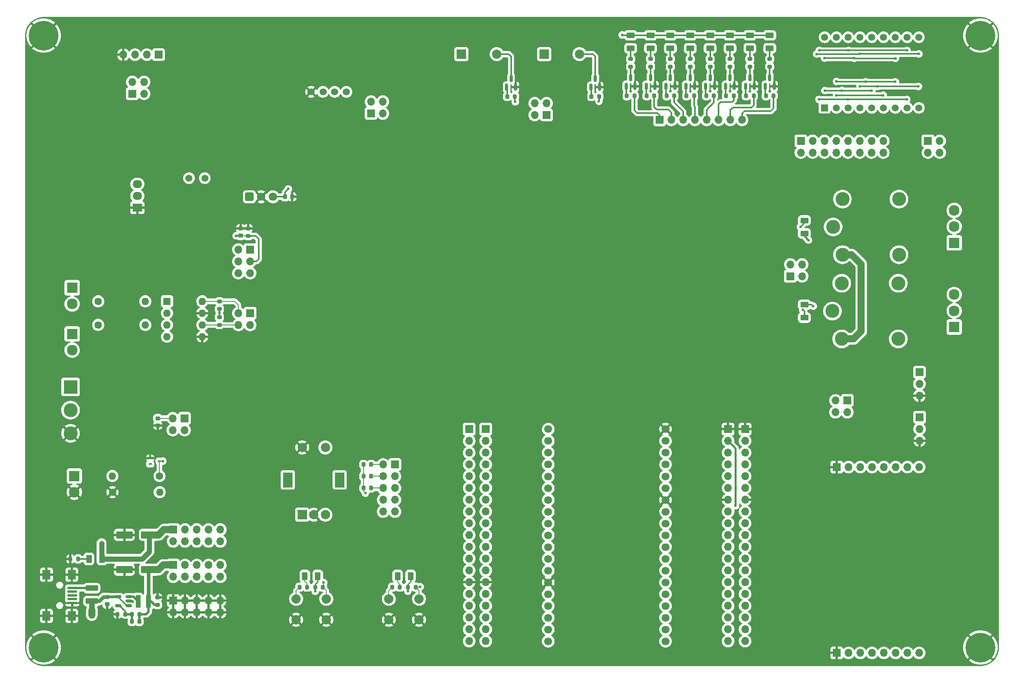
<source format=gtl>
G04 #@! TF.GenerationSoftware,KiCad,Pcbnew,(6.99.0-2815-gbbc0c61ccb)*
G04 #@! TF.CreationDate,2022-08-18T14:12:31+07:00*
G04 #@! TF.ProjectId,Training_Based,54726169-6e69-46e6-975f-42617365642e,rev?*
G04 #@! TF.SameCoordinates,Original*
G04 #@! TF.FileFunction,Copper,L1,Top*
G04 #@! TF.FilePolarity,Positive*
%FSLAX46Y46*%
G04 Gerber Fmt 4.6, Leading zero omitted, Abs format (unit mm)*
G04 Created by KiCad (PCBNEW (6.99.0-2815-gbbc0c61ccb)) date 2022-08-18 14:12:31*
%MOMM*%
%LPD*%
G01*
G04 APERTURE LIST*
G04 Aperture macros list*
%AMRoundRect*
0 Rectangle with rounded corners*
0 $1 Rounding radius*
0 $2 $3 $4 $5 $6 $7 $8 $9 X,Y pos of 4 corners*
0 Add a 4 corners polygon primitive as box body*
4,1,4,$2,$3,$4,$5,$6,$7,$8,$9,$2,$3,0*
0 Add four circle primitives for the rounded corners*
1,1,$1+$1,$2,$3*
1,1,$1+$1,$4,$5*
1,1,$1+$1,$6,$7*
1,1,$1+$1,$8,$9*
0 Add four rect primitives between the rounded corners*
20,1,$1+$1,$2,$3,$4,$5,0*
20,1,$1+$1,$4,$5,$6,$7,0*
20,1,$1+$1,$6,$7,$8,$9,0*
20,1,$1+$1,$8,$9,$2,$3,0*%
G04 Aperture macros list end*
G04 #@! TA.AperFunction,SMDPad,CuDef*
%ADD10RoundRect,0.200000X0.200000X0.275000X-0.200000X0.275000X-0.200000X-0.275000X0.200000X-0.275000X0*%
G04 #@! TD*
G04 #@! TA.AperFunction,SMDPad,CuDef*
%ADD11RoundRect,0.250000X0.625000X-0.375000X0.625000X0.375000X-0.625000X0.375000X-0.625000X-0.375000X0*%
G04 #@! TD*
G04 #@! TA.AperFunction,SMDPad,CuDef*
%ADD12RoundRect,0.200000X-0.275000X0.200000X-0.275000X-0.200000X0.275000X-0.200000X0.275000X0.200000X0*%
G04 #@! TD*
G04 #@! TA.AperFunction,SMDPad,CuDef*
%ADD13RoundRect,0.200000X-0.200000X-0.275000X0.200000X-0.275000X0.200000X0.275000X-0.200000X0.275000X0*%
G04 #@! TD*
G04 #@! TA.AperFunction,SMDPad,CuDef*
%ADD14RoundRect,0.225000X0.225000X0.250000X-0.225000X0.250000X-0.225000X-0.250000X0.225000X-0.250000X0*%
G04 #@! TD*
G04 #@! TA.AperFunction,ComponentPad*
%ADD15C,1.700000*%
G04 #@! TD*
G04 #@! TA.AperFunction,SMDPad,CuDef*
%ADD16RoundRect,0.150000X0.150000X-0.587500X0.150000X0.587500X-0.150000X0.587500X-0.150000X-0.587500X0*%
G04 #@! TD*
G04 #@! TA.AperFunction,ComponentPad*
%ADD17R,1.700000X1.700000*%
G04 #@! TD*
G04 #@! TA.AperFunction,ComponentPad*
%ADD18O,1.700000X1.700000*%
G04 #@! TD*
G04 #@! TA.AperFunction,ComponentPad*
%ADD19C,1.524000*%
G04 #@! TD*
G04 #@! TA.AperFunction,ComponentPad*
%ADD20R,2.300000X2.300000*%
G04 #@! TD*
G04 #@! TA.AperFunction,ComponentPad*
%ADD21C,2.300000*%
G04 #@! TD*
G04 #@! TA.AperFunction,SMDPad,CuDef*
%ADD22RoundRect,0.225000X0.250000X-0.225000X0.250000X0.225000X-0.250000X0.225000X-0.250000X-0.225000X0*%
G04 #@! TD*
G04 #@! TA.AperFunction,SMDPad,CuDef*
%ADD23RoundRect,0.200000X0.275000X-0.200000X0.275000X0.200000X-0.275000X0.200000X-0.275000X-0.200000X0*%
G04 #@! TD*
G04 #@! TA.AperFunction,SMDPad,CuDef*
%ADD24RoundRect,0.250000X-0.375000X-0.625000X0.375000X-0.625000X0.375000X0.625000X-0.375000X0.625000X0*%
G04 #@! TD*
G04 #@! TA.AperFunction,ComponentPad*
%ADD25C,1.600000*%
G04 #@! TD*
G04 #@! TA.AperFunction,ComponentPad*
%ADD26O,1.600000X1.600000*%
G04 #@! TD*
G04 #@! TA.AperFunction,ComponentPad*
%ADD27C,3.000000*%
G04 #@! TD*
G04 #@! TA.AperFunction,SMDPad,CuDef*
%ADD28RoundRect,0.250000X1.500000X0.550000X-1.500000X0.550000X-1.500000X-0.550000X1.500000X-0.550000X0*%
G04 #@! TD*
G04 #@! TA.AperFunction,ComponentPad*
%ADD29R,2.000000X2.000000*%
G04 #@! TD*
G04 #@! TA.AperFunction,ComponentPad*
%ADD30C,2.000000*%
G04 #@! TD*
G04 #@! TA.AperFunction,ComponentPad*
%ADD31R,2.000000X3.200000*%
G04 #@! TD*
G04 #@! TA.AperFunction,ComponentPad*
%ADD32C,0.800000*%
G04 #@! TD*
G04 #@! TA.AperFunction,ComponentPad*
%ADD33C,6.400000*%
G04 #@! TD*
G04 #@! TA.AperFunction,SMDPad,CuDef*
%ADD34RoundRect,0.150000X0.512500X0.150000X-0.512500X0.150000X-0.512500X-0.150000X0.512500X-0.150000X0*%
G04 #@! TD*
G04 #@! TA.AperFunction,ComponentPad*
%ADD35C,1.500000*%
G04 #@! TD*
G04 #@! TA.AperFunction,SMDPad,CuDef*
%ADD36RoundRect,0.250000X-0.625000X0.375000X-0.625000X-0.375000X0.625000X-0.375000X0.625000X0.375000X0*%
G04 #@! TD*
G04 #@! TA.AperFunction,SMDPad,CuDef*
%ADD37R,1.000000X2.700000*%
G04 #@! TD*
G04 #@! TA.AperFunction,ComponentPad*
%ADD38R,1.600000X1.600000*%
G04 #@! TD*
G04 #@! TA.AperFunction,SMDPad,CuDef*
%ADD39R,2.000000X0.500000*%
G04 #@! TD*
G04 #@! TA.AperFunction,SMDPad,CuDef*
%ADD40R,1.700000X2.000000*%
G04 #@! TD*
G04 #@! TA.AperFunction,SMDPad,CuDef*
%ADD41RoundRect,0.250000X1.075000X-0.375000X1.075000X0.375000X-1.075000X0.375000X-1.075000X-0.375000X0*%
G04 #@! TD*
G04 #@! TA.AperFunction,ComponentPad*
%ADD42R,1.500000X1.500000*%
G04 #@! TD*
G04 #@! TA.AperFunction,SMDPad,CuDef*
%ADD43RoundRect,0.225000X-0.250000X0.225000X-0.250000X-0.225000X0.250000X-0.225000X0.250000X0.225000X0*%
G04 #@! TD*
G04 #@! TA.AperFunction,SMDPad,CuDef*
%ADD44RoundRect,0.225000X-0.225000X-0.250000X0.225000X-0.250000X0.225000X0.250000X-0.225000X0.250000X0*%
G04 #@! TD*
G04 #@! TA.AperFunction,ComponentPad*
%ADD45R,3.000000X3.000000*%
G04 #@! TD*
G04 #@! TA.AperFunction,ComponentPad*
%ADD46RoundRect,0.250200X-0.649800X-0.649800X0.649800X-0.649800X0.649800X0.649800X-0.649800X0.649800X0*%
G04 #@! TD*
G04 #@! TA.AperFunction,ComponentPad*
%ADD47C,1.800000*%
G04 #@! TD*
G04 #@! TA.AperFunction,SMDPad,CuDef*
%ADD48R,0.700000X0.450000*%
G04 #@! TD*
G04 #@! TA.AperFunction,ComponentPad*
%ADD49R,2.032000X1.727200*%
G04 #@! TD*
G04 #@! TA.AperFunction,ComponentPad*
%ADD50O,2.032000X1.727200*%
G04 #@! TD*
G04 #@! TA.AperFunction,ViaPad*
%ADD51C,0.600000*%
G04 #@! TD*
G04 #@! TA.AperFunction,ViaPad*
%ADD52C,0.800000*%
G04 #@! TD*
G04 #@! TA.AperFunction,Conductor*
%ADD53C,0.500000*%
G04 #@! TD*
G04 #@! TA.AperFunction,Conductor*
%ADD54C,0.300000*%
G04 #@! TD*
G04 #@! TA.AperFunction,Conductor*
%ADD55C,1.100000*%
G04 #@! TD*
G04 #@! TA.AperFunction,Conductor*
%ADD56C,0.600000*%
G04 #@! TD*
G04 #@! TA.AperFunction,Conductor*
%ADD57C,0.800000*%
G04 #@! TD*
G04 #@! TA.AperFunction,Conductor*
%ADD58C,1.500000*%
G04 #@! TD*
G04 #@! TA.AperFunction,Conductor*
%ADD59C,1.200000*%
G04 #@! TD*
G04 #@! TA.AperFunction,Conductor*
%ADD60C,0.381000*%
G04 #@! TD*
G04 #@! TA.AperFunction,Conductor*
%ADD61C,0.200000*%
G04 #@! TD*
G04 #@! TA.AperFunction,Conductor*
%ADD62C,0.250000*%
G04 #@! TD*
G04 APERTURE END LIST*
D10*
X155689286Y-37000000D03*
X154039286Y-37000000D03*
D11*
X150578572Y-26750000D03*
X150578572Y-23950000D03*
D12*
X167721428Y-29075000D03*
X167721428Y-30725000D03*
D10*
X31425000Y-136900000D03*
X29775000Y-136900000D03*
D13*
X102575000Y-142983333D03*
X104225000Y-142983333D03*
D14*
X44625000Y-150400000D03*
X43075000Y-150400000D03*
D15*
X132817906Y-108895600D03*
X132817906Y-111435600D03*
X132817906Y-113975600D03*
X132817906Y-116515600D03*
X132817906Y-119081000D03*
X132817906Y-121621000D03*
X132817906Y-124161000D03*
X132817906Y-126701000D03*
X132817906Y-129241000D03*
X132817906Y-131781000D03*
X132817906Y-134321000D03*
X132817906Y-136861000D03*
X132817906Y-139401000D03*
X132817906Y-141941000D03*
X132817906Y-144481000D03*
X132817906Y-147021000D03*
X132817906Y-149561000D03*
X132817906Y-152101000D03*
X132817906Y-154641000D03*
X158117906Y-154641000D03*
X158117906Y-152101000D03*
X158117906Y-149561000D03*
X158117906Y-147021000D03*
X158117906Y-144481000D03*
X158117906Y-141941000D03*
X158117906Y-139401000D03*
X158117906Y-136861000D03*
X158117906Y-134321000D03*
X158117906Y-131781000D03*
X158117906Y-129241000D03*
X158117906Y-126701000D03*
X158117906Y-124161000D03*
X158117906Y-121621000D03*
X158117906Y-119081000D03*
X158117906Y-116515600D03*
X158117906Y-113975600D03*
X158117906Y-111435600D03*
X158117906Y-108895600D03*
D11*
X176292856Y-26750000D03*
X176292856Y-23950000D03*
X188050000Y-84845000D03*
X188050000Y-82045000D03*
D10*
X172832142Y-37000000D03*
X171182142Y-37000000D03*
D16*
X153914286Y-34937500D03*
X155814286Y-34937500D03*
X154864286Y-33062500D03*
D17*
X212852253Y-96612499D03*
D18*
X212852253Y-99152499D03*
X212852253Y-101692499D03*
D11*
X163435714Y-26750000D03*
X163435714Y-23950000D03*
D16*
X175342856Y-34937500D03*
X177242856Y-34937500D03*
X176292856Y-33062500D03*
D17*
X54389999Y-106549999D03*
D18*
X51849999Y-106549999D03*
X54389999Y-109089999D03*
X51849999Y-109089999D03*
D12*
X163435714Y-29075000D03*
X163435714Y-30725000D03*
D19*
X89297500Y-36150000D03*
X86757500Y-36150000D03*
X84237500Y-36150000D03*
X81687500Y-36150000D03*
D20*
X30149999Y-78404999D03*
D21*
X30150000Y-81905000D03*
D10*
X41575000Y-148800000D03*
X39925000Y-148800000D03*
D11*
X172007142Y-26750000D03*
X172007142Y-23950000D03*
D17*
X195024999Y-117074999D03*
D18*
X197564999Y-117074999D03*
X200104999Y-117074999D03*
X202644999Y-117074999D03*
X205184999Y-117074999D03*
X207724999Y-117074999D03*
X210264999Y-117074999D03*
X212804999Y-117074999D03*
D17*
X156823070Y-42199999D03*
D18*
X159363070Y-42199999D03*
X161903070Y-42199999D03*
X164443070Y-42199999D03*
X166983070Y-42199999D03*
X169523070Y-42199999D03*
X172063070Y-42199999D03*
X174603070Y-42199999D03*
D22*
X66490000Y-67175000D03*
X66490000Y-65625000D03*
D17*
X51949999Y-145859999D03*
D18*
X51949999Y-148399999D03*
X54489999Y-145859999D03*
X54489999Y-148399999D03*
X57029999Y-145859999D03*
X57029999Y-148399999D03*
X59569999Y-145859999D03*
X59569999Y-148399999D03*
X62109999Y-145859999D03*
X62109999Y-148399999D03*
D17*
X212902253Y-106312499D03*
D18*
X212902253Y-108852499D03*
X212902253Y-111392499D03*
D10*
X125625000Y-37150000D03*
X123975000Y-37150000D03*
D16*
X162485714Y-34937500D03*
X164385714Y-34937500D03*
X163435714Y-33062500D03*
D13*
X92975000Y-116525000D03*
X94625000Y-116525000D03*
D23*
X61900000Y-86409999D03*
X61900000Y-84759999D03*
D24*
X33770000Y-136900000D03*
X36570000Y-136900000D03*
D10*
X100825000Y-142983333D03*
X99175000Y-142983333D03*
D17*
X68539999Y-70149999D03*
D18*
X65999999Y-70149999D03*
X68539999Y-72689999D03*
X65999999Y-72689999D03*
X68539999Y-75229999D03*
X65999999Y-75229999D03*
D10*
X151403572Y-37000000D03*
X149753572Y-37000000D03*
D17*
X68539999Y-83879998D03*
D18*
X65999999Y-83879998D03*
X68539999Y-86419998D03*
X65999999Y-86419998D03*
D16*
X149628572Y-34937500D03*
X151528572Y-34937500D03*
X150578572Y-33062500D03*
D25*
X38870000Y-122505000D03*
D26*
X49029999Y-122504999D03*
D27*
X194250000Y-65275000D03*
X208450000Y-59275000D03*
X208450000Y-71275000D03*
X196250000Y-71275000D03*
X196250000Y-59275000D03*
D28*
X46800000Y-139200000D03*
X41400000Y-139200000D03*
D29*
X79749999Y-127349999D03*
D30*
X84750000Y-127350000D03*
X82250000Y-127350000D03*
D31*
X76649999Y-119849999D03*
X87849999Y-119849999D03*
D30*
X84750000Y-112850000D03*
X79750000Y-112850000D03*
D20*
X220349999Y-86869999D03*
D21*
X220350000Y-83370000D03*
X220350000Y-79870000D03*
D13*
X92975000Y-121605000D03*
X94625000Y-121605000D03*
D17*
X51949999Y-138209999D03*
D18*
X51949999Y-140749999D03*
X54489999Y-138209999D03*
X54489999Y-140749999D03*
X57029999Y-138209999D03*
X57029999Y-140749999D03*
X59569999Y-138209999D03*
X59569999Y-140749999D03*
X62109999Y-138209999D03*
X62109999Y-140749999D03*
D11*
X154864286Y-26750000D03*
X154864286Y-23950000D03*
D22*
X48550000Y-146775000D03*
X48550000Y-145225000D03*
D13*
X82575000Y-142983333D03*
X84225000Y-142983333D03*
D32*
X223600000Y-24000000D03*
X224302944Y-22302944D03*
X224302944Y-25697056D03*
X226000000Y-21600000D03*
D33*
X226000000Y-24000000D03*
D32*
X226000000Y-26400000D03*
X227697056Y-22302944D03*
X227697056Y-25697056D03*
X228400000Y-24000000D03*
D20*
X30632499Y-119004999D03*
D21*
X30632500Y-122505000D03*
D28*
X46800000Y-131700000D03*
X41400000Y-131700000D03*
D20*
X220349999Y-68719999D03*
D21*
X220350000Y-65220000D03*
X220350000Y-61720000D03*
D11*
X180578572Y-26750000D03*
X180578572Y-23950000D03*
D24*
X80320000Y-140600000D03*
X83120000Y-140600000D03*
D32*
X21600000Y-24000000D03*
X22302944Y-22302944D03*
X22302944Y-25697056D03*
X24000000Y-21600000D03*
D33*
X24000000Y-24000000D03*
D32*
X24000000Y-26400000D03*
X25697056Y-22302944D03*
X25697056Y-25697056D03*
X26400000Y-24000000D03*
D34*
X42337500Y-146950000D03*
X42337500Y-146000000D03*
X42337500Y-145050000D03*
X40062500Y-145050000D03*
X40062500Y-146950000D03*
D35*
X55350000Y-54750000D03*
X58750000Y-54750000D03*
D30*
X104950000Y-150000000D03*
X98450000Y-150000000D03*
X104950000Y-145500000D03*
X98450000Y-145500000D03*
D10*
X181403572Y-37000000D03*
X179753572Y-37000000D03*
D12*
X172007142Y-29075000D03*
X172007142Y-30725000D03*
D17*
X99749999Y-116524999D03*
D18*
X97209999Y-116524999D03*
X99749999Y-119064999D03*
X97209999Y-119064999D03*
X99749999Y-121604999D03*
X97209999Y-121604999D03*
X99749999Y-124144999D03*
X97209999Y-124144999D03*
X99749999Y-126684999D03*
X97209999Y-126684999D03*
D36*
X188050000Y-63895000D03*
X188050000Y-66695000D03*
D13*
X92975000Y-119065000D03*
X94625000Y-119065000D03*
D17*
X43109999Y-36549999D03*
D18*
X45649999Y-36549999D03*
X43109999Y-34009999D03*
X45649999Y-34009999D03*
D25*
X35770000Y-81329999D03*
D26*
X45929999Y-81329998D03*
D10*
X159975000Y-37000000D03*
X158325000Y-37000000D03*
D37*
X44399999Y-146049999D03*
X46599999Y-146049999D03*
D38*
X50599999Y-81329998D03*
D26*
X50599999Y-83869998D03*
X50599999Y-86409998D03*
X50599999Y-88949998D03*
X58219999Y-88949998D03*
X58219999Y-86409998D03*
X58219999Y-83869998D03*
X58219999Y-81329998D03*
D16*
X179628572Y-34937500D03*
X181528572Y-34937500D03*
X180578572Y-33062500D03*
D10*
X177117856Y-37000000D03*
X175467856Y-37000000D03*
D17*
X187274999Y-46709999D03*
D18*
X187274999Y-49249999D03*
X189814999Y-46709999D03*
X189814999Y-49249999D03*
X192354999Y-46709999D03*
X192354999Y-49249999D03*
X194894999Y-46709999D03*
X194894999Y-49249999D03*
X197434999Y-46709999D03*
X197434999Y-49249999D03*
X199974999Y-46709999D03*
X199974999Y-49249999D03*
X202514999Y-46709999D03*
X202514999Y-49249999D03*
X205054999Y-46709999D03*
X205054999Y-49249999D03*
D12*
X68100000Y-65575000D03*
X68100000Y-67225000D03*
D25*
X48980000Y-119005000D03*
D26*
X38819999Y-119004999D03*
D39*
X30174999Y-143149999D03*
X30174999Y-143949999D03*
X30174999Y-144749999D03*
X30174999Y-145549999D03*
X30174999Y-146349999D03*
D40*
X30074999Y-140299999D03*
X24624999Y-140299999D03*
X30074999Y-149199999D03*
X24624999Y-149199999D03*
D12*
X176292856Y-29075000D03*
X176292856Y-30725000D03*
D41*
X34400000Y-146000000D03*
X34400000Y-143200000D03*
D17*
X197299999Y-102712499D03*
D18*
X194759999Y-102712499D03*
X197299999Y-105252499D03*
X194759999Y-105252499D03*
D29*
X114099999Y-27999999D03*
D30*
X121700000Y-28000000D03*
D42*
X192412499Y-39587499D03*
D35*
X194952500Y-39587500D03*
X197492500Y-39587500D03*
X200032500Y-39587500D03*
X202572500Y-39587500D03*
X205112500Y-39587500D03*
X207652500Y-39587500D03*
X210192500Y-39587500D03*
X212732500Y-39587500D03*
X212732500Y-24347500D03*
X210192500Y-24347500D03*
X207652500Y-24347500D03*
X205112500Y-24347500D03*
X202572500Y-24347500D03*
X200032500Y-24347500D03*
X197492500Y-24347500D03*
X194952500Y-24347500D03*
X192412500Y-24347500D03*
D43*
X48600000Y-106550000D03*
X48600000Y-108100000D03*
D30*
X84950000Y-149999999D03*
X78450000Y-149999999D03*
X84950000Y-145499999D03*
X78450000Y-145499999D03*
D44*
X76025000Y-58775000D03*
X77575000Y-58775000D03*
D11*
X167721428Y-26750000D03*
X167721428Y-23950000D03*
D45*
X29799999Y-99799999D03*
D27*
X29800000Y-104800000D03*
X29800000Y-109800000D03*
D46*
X68375000Y-58775000D03*
D47*
X70915000Y-58775000D03*
X73455000Y-58775000D03*
D29*
X131949999Y-27999999D03*
D30*
X139550000Y-28000000D03*
D16*
X171057142Y-34937500D03*
X172957142Y-34937500D03*
X172007142Y-33062500D03*
D10*
X168546428Y-37000000D03*
X166896428Y-37000000D03*
D25*
X35770000Y-86409999D03*
D26*
X45929999Y-86409998D03*
D12*
X159150000Y-29075000D03*
X159150000Y-30725000D03*
X150578572Y-29075000D03*
X150578572Y-30725000D03*
D17*
X171599999Y-108895599D03*
D18*
X171599999Y-111435599D03*
X171599999Y-113975599D03*
X171599999Y-116515599D03*
X171599999Y-119055599D03*
X171599999Y-121595599D03*
X171599999Y-124135599D03*
X171599999Y-126675599D03*
X171599999Y-129215599D03*
X171599999Y-131755599D03*
X171599999Y-134295599D03*
X171599999Y-136835599D03*
X171599999Y-139375599D03*
X171599999Y-141915599D03*
X171599999Y-144455599D03*
X171599999Y-146995599D03*
X171599999Y-149535599D03*
X171599999Y-152075599D03*
X171599999Y-154615599D03*
D16*
X158200000Y-34937500D03*
X160100000Y-34937500D03*
X159150000Y-33062500D03*
D20*
X30149999Y-88354999D03*
D21*
X30150000Y-91855000D03*
D16*
X166771428Y-34937500D03*
X168671428Y-34937500D03*
X167721428Y-33062500D03*
D27*
X194100000Y-83425000D03*
X208300000Y-77425000D03*
X208300000Y-89425000D03*
X196100000Y-89425000D03*
X196100000Y-77425000D03*
D12*
X180578572Y-29075000D03*
X180578572Y-30725000D03*
D32*
X223600000Y-156000000D03*
X224302944Y-154302944D03*
X224302944Y-157697056D03*
X226000000Y-153600000D03*
D33*
X226000000Y-156000000D03*
D32*
X226000000Y-158400000D03*
X227697056Y-154302944D03*
X227697056Y-157697056D03*
X228400000Y-156000000D03*
D10*
X80825000Y-142983333D03*
X79175000Y-142983333D03*
D11*
X159150000Y-26750000D03*
X159150000Y-23950000D03*
D17*
X115749999Y-108895599D03*
D18*
X115749999Y-111435599D03*
X115749999Y-113975599D03*
X115749999Y-116515599D03*
X115749999Y-119055599D03*
X115749999Y-121595599D03*
X115749999Y-124135599D03*
X115749999Y-126675599D03*
X115749999Y-129215599D03*
X115749999Y-131755599D03*
X115749999Y-134295599D03*
X115749999Y-136835599D03*
X115749999Y-139375599D03*
X115749999Y-141915599D03*
X115749999Y-144455599D03*
X115749999Y-146995599D03*
X115749999Y-149535599D03*
X115749999Y-152075599D03*
X115749999Y-154615599D03*
D16*
X123850000Y-35137500D03*
X125750000Y-35137500D03*
X124800000Y-33262500D03*
D43*
X37700000Y-145125000D03*
X37700000Y-146675000D03*
D10*
X143775000Y-37150000D03*
X142125000Y-37150000D03*
D48*
X46979999Y-115149999D03*
X46979999Y-116449999D03*
X48979999Y-115799999D03*
D17*
X51949999Y-130559999D03*
D18*
X51949999Y-133099999D03*
X54489999Y-130559999D03*
X54489999Y-133099999D03*
X57029999Y-130559999D03*
X57029999Y-133099999D03*
X59569999Y-130559999D03*
X59569999Y-133099999D03*
X62109999Y-130559999D03*
X62109999Y-133099999D03*
D24*
X100320000Y-140600000D03*
X103120000Y-140600000D03*
D12*
X154864286Y-29075000D03*
X154864286Y-30725000D03*
D17*
X94609999Y-40799999D03*
D18*
X97149999Y-40799999D03*
X94609999Y-38259999D03*
X97149999Y-38259999D03*
D17*
X185009999Y-75924999D03*
D18*
X187549999Y-75924999D03*
X185009999Y-73384999D03*
X187549999Y-73384999D03*
D10*
X164260714Y-37000000D03*
X162610714Y-37000000D03*
D17*
X119349999Y-108895599D03*
D18*
X119349999Y-111435599D03*
X119349999Y-113975599D03*
X119349999Y-116515599D03*
X119349999Y-119055599D03*
X119349999Y-121595599D03*
X119349999Y-124135599D03*
X119349999Y-126675599D03*
X119349999Y-129215599D03*
X119349999Y-131755599D03*
X119349999Y-134295599D03*
X119349999Y-136835599D03*
X119349999Y-139375599D03*
X119349999Y-141915599D03*
X119349999Y-144455599D03*
X119349999Y-146995599D03*
X119349999Y-149535599D03*
X119349999Y-152075599D03*
X119349999Y-154615599D03*
D17*
X48799999Y-28124999D03*
D18*
X46259999Y-28124999D03*
X43719999Y-28124999D03*
X41179999Y-28124999D03*
D17*
X132449999Y-41139999D03*
D18*
X132449999Y-38599999D03*
X129909999Y-41139999D03*
X129909999Y-38599999D03*
D17*
X195024999Y-157174999D03*
D18*
X197564999Y-157174999D03*
X200104999Y-157174999D03*
X202644999Y-157174999D03*
X205184999Y-157174999D03*
X207724999Y-157174999D03*
X210264999Y-157174999D03*
X212804999Y-157174999D03*
D10*
X44675000Y-148800000D03*
X43025000Y-148800000D03*
D12*
X61900000Y-81329999D03*
X61900000Y-82979999D03*
D16*
X142000000Y-35137500D03*
X143900000Y-35137500D03*
X142950000Y-33262500D03*
D32*
X21600000Y-156000000D03*
X22302944Y-154302944D03*
X22302944Y-157697056D03*
X24000000Y-153600000D03*
D33*
X24000000Y-156000000D03*
D32*
X24000000Y-158400000D03*
X25697056Y-154302944D03*
X25697056Y-157697056D03*
X26400000Y-156000000D03*
D49*
X44199999Y-61139999D03*
D50*
X44199999Y-58599999D03*
X44199999Y-56059999D03*
D17*
X214699999Y-46709999D03*
D18*
X214699999Y-49249999D03*
X217239999Y-46709999D03*
X217239999Y-49249999D03*
D17*
X175249999Y-108895599D03*
D18*
X175249999Y-111435599D03*
X175249999Y-113975599D03*
X175249999Y-116515599D03*
X175249999Y-119055599D03*
X175249999Y-121595599D03*
X175249999Y-124135599D03*
X175249999Y-126675599D03*
X175249999Y-129215599D03*
X175249999Y-131755599D03*
X175249999Y-134295599D03*
X175249999Y-136835599D03*
X175249999Y-139375599D03*
X175249999Y-141915599D03*
X175249999Y-144455599D03*
X175249999Y-146995599D03*
X175249999Y-149535599D03*
X175249999Y-152075599D03*
X175249999Y-154615599D03*
D51*
X90850000Y-26275000D03*
X78714284Y-159400000D03*
X20525000Y-33625000D03*
X210250000Y-33675000D03*
X43227652Y-146152597D03*
X128278568Y-159400000D03*
X156650000Y-120375000D03*
X186093750Y-157175000D03*
X53932142Y-159400000D03*
X103496426Y-159400000D03*
X22650000Y-132025000D03*
X203750000Y-30150000D03*
X20525000Y-138034090D03*
X71403570Y-20575000D03*
X85550000Y-37575000D03*
D52*
X206600000Y-119000000D03*
D51*
X32125000Y-129725000D03*
X95235712Y-159400000D03*
X96185712Y-20575000D03*
X98650000Y-141175000D03*
X188600000Y-28725000D03*
X147250000Y-113875000D03*
X33850000Y-141375000D03*
X94950000Y-141075000D03*
X44550000Y-143375000D03*
X211550000Y-37775000D03*
X120017854Y-159400000D03*
D52*
X63700000Y-82700000D03*
D51*
X79664284Y-20575000D03*
X43950000Y-133375000D03*
X20525000Y-64947727D03*
D52*
X203800000Y-155300000D03*
X178300000Y-125400000D03*
D51*
X137150000Y-114875000D03*
X37700000Y-131575000D03*
X86974998Y-159400000D03*
X29150000Y-159400000D03*
X20525000Y-117152272D03*
X144956250Y-157175000D03*
D52*
X192900000Y-117100000D03*
D51*
X203875000Y-25600000D03*
X188550000Y-41375000D03*
X101350000Y-128775000D03*
X34450000Y-139075000D03*
X205450000Y-31775000D03*
X137275000Y-121925000D03*
D52*
X178300000Y-135600000D03*
D51*
X104446426Y-20575000D03*
X120967854Y-20575000D03*
X156650000Y-115175000D03*
X94750000Y-133775000D03*
X147250000Y-121875000D03*
X70453570Y-159400000D03*
X179237500Y-157175000D03*
X200750000Y-31975000D03*
X151812500Y-157175000D03*
X38650000Y-142975000D03*
D52*
X178300000Y-127950000D03*
D51*
X20525000Y-127593181D03*
X197575000Y-34900000D03*
X95050000Y-123425000D03*
X121150000Y-151975000D03*
D52*
X178300000Y-117600000D03*
X209100000Y-119100000D03*
X178300000Y-120400000D03*
D51*
X158668750Y-157175000D03*
X196050000Y-32875000D03*
X38360714Y-20575000D03*
X197600000Y-30150000D03*
D52*
X178300000Y-130500000D03*
D51*
X138100000Y-157175000D03*
X63142856Y-20575000D03*
X37410714Y-159400000D03*
X129228568Y-20575000D03*
X30100000Y-20575000D03*
X92550000Y-39575000D03*
X165525000Y-157175000D03*
D52*
X208800000Y-155300000D03*
D51*
X20525000Y-96270454D03*
X62550000Y-26075000D03*
X46621428Y-20575000D03*
X215850000Y-41475000D03*
X130650000Y-152075000D03*
X28550000Y-133475000D03*
X94125000Y-125600000D03*
D52*
X178300000Y-133050000D03*
D51*
X95550000Y-128775000D03*
X193700000Y-25550000D03*
D52*
X208775000Y-125350000D03*
D51*
X85550000Y-39575000D03*
D52*
X211300000Y-155300000D03*
D51*
X112707140Y-20575000D03*
X54882142Y-20575000D03*
X193575000Y-36800000D03*
X197750000Y-32875000D03*
X172381250Y-157175000D03*
X34050000Y-133475000D03*
X215950000Y-33475000D03*
X20525000Y-106711363D03*
X206425000Y-36300000D03*
X32250000Y-148175000D03*
X87924998Y-20575000D03*
D52*
X206300000Y-155300000D03*
X205100000Y-114500000D03*
D51*
X198875000Y-115050000D03*
X137489282Y-20575000D03*
X45671428Y-159400000D03*
D52*
X201300000Y-155300000D03*
D51*
X20525000Y-75388636D03*
X111757140Y-159400000D03*
X20525000Y-85829545D03*
X47925000Y-135975000D03*
D52*
X198800000Y-155300000D03*
D51*
X196050000Y-30175000D03*
X20525000Y-148475000D03*
X192950000Y-157175000D03*
X62192856Y-159400000D03*
X201225000Y-115075000D03*
X20525000Y-54506818D03*
X20525000Y-44065909D03*
X32250000Y-144475000D03*
X145750000Y-20575000D03*
X35925000Y-129800000D03*
D52*
X63700000Y-85500000D03*
X34400000Y-148000000D03*
D51*
X189950000Y-82375000D03*
D52*
X36400000Y-133500000D03*
D51*
X148750000Y-23875000D03*
X188912500Y-68112500D03*
D52*
X34400000Y-149000000D03*
X36400000Y-134800000D03*
D51*
X82575000Y-143875000D03*
X61900000Y-83825000D03*
X93400000Y-122700000D03*
X102550000Y-143850000D03*
X76750000Y-57075000D03*
X173200000Y-125400000D03*
X143750000Y-38175000D03*
X125700000Y-38300000D03*
X210175000Y-27200000D03*
X191250000Y-27200000D03*
X197550000Y-27200000D03*
X200050000Y-27975000D03*
X190700000Y-28000000D03*
X212725000Y-27975000D03*
X197500000Y-37750000D03*
X191200000Y-37775000D03*
X210150000Y-37775000D03*
X187700000Y-83169500D03*
X187200000Y-65300000D03*
X194950000Y-36875000D03*
X205050000Y-36875000D03*
X192450000Y-35875000D03*
X202575000Y-35875000D03*
X196150000Y-35875000D03*
X207675000Y-28925000D03*
X192400000Y-28875000D03*
X198775000Y-28900000D03*
X194950000Y-33875000D03*
X207650000Y-33975000D03*
X201250000Y-33975000D03*
X212650000Y-34975000D03*
X200050000Y-34975000D03*
X203850000Y-34975000D03*
X49700000Y-115800000D03*
X65500000Y-67200000D03*
X105200000Y-142900000D03*
X84391589Y-141983411D03*
D53*
X43075055Y-146000000D02*
X43227652Y-146152597D01*
X42337500Y-146000000D02*
X43075055Y-146000000D01*
D54*
X189620000Y-82045000D02*
X189950000Y-82375000D01*
D55*
X45250000Y-136900000D02*
X46800000Y-135350000D01*
D56*
X40062500Y-145050000D02*
X37775000Y-145050000D01*
D57*
X37700000Y-145125000D02*
X36875000Y-145125000D01*
D54*
X180578572Y-23950000D02*
X148825000Y-23950000D01*
D58*
X196100000Y-89425000D02*
X198675000Y-89425000D01*
X198675000Y-89425000D02*
X200300000Y-87800000D01*
D54*
X148825000Y-23950000D02*
X148750000Y-23875000D01*
D57*
X36000000Y-146000000D02*
X34400000Y-146000000D01*
D55*
X36500000Y-136100000D02*
X36570000Y-136170000D01*
D59*
X34400000Y-146000000D02*
X34400000Y-148000000D01*
D58*
X34400000Y-148000000D02*
X34400000Y-149000000D01*
D55*
X36570000Y-136900000D02*
X45250000Y-136900000D01*
D57*
X36875000Y-145125000D02*
X36000000Y-146000000D01*
D60*
X188050000Y-66695000D02*
X188050000Y-67250000D01*
D58*
X49940000Y-130560000D02*
X51950000Y-130560000D01*
X46800000Y-131700000D02*
X48800000Y-131700000D01*
X200300000Y-73300000D02*
X198275000Y-71275000D01*
X48800000Y-131700000D02*
X49940000Y-130560000D01*
D54*
X188050000Y-82045000D02*
X189620000Y-82045000D01*
D58*
X200300000Y-87800000D02*
X200300000Y-73300000D01*
D55*
X46800000Y-135350000D02*
X46800000Y-131700000D01*
X36570000Y-136170000D02*
X36570000Y-136900000D01*
D58*
X198275000Y-71275000D02*
X196250000Y-71275000D01*
D54*
X40062500Y-145094607D02*
X41917893Y-146950000D01*
D55*
X36500000Y-133500000D02*
X36500000Y-136100000D01*
D60*
X188050000Y-67250000D02*
X188912500Y-68112500D01*
D54*
X124800000Y-28550000D02*
X124250000Y-28000000D01*
X124250000Y-28000000D02*
X121700000Y-28000000D01*
X124800000Y-33262500D02*
X124800000Y-28550000D01*
D61*
X92975000Y-121605000D02*
X92975000Y-122275000D01*
D62*
X82575000Y-142350000D02*
X83120000Y-141805000D01*
D54*
X76025000Y-58775000D02*
X76025000Y-57800000D01*
X76025000Y-58775000D02*
X73455000Y-58775000D01*
D62*
X103120000Y-141780000D02*
X103120000Y-140600000D01*
X102575000Y-142983333D02*
X102575000Y-142325000D01*
X102575000Y-142983333D02*
X102575000Y-143825000D01*
X102575000Y-143825000D02*
X102550000Y-143850000D01*
X83120000Y-141805000D02*
X83120000Y-140600000D01*
D54*
X61900000Y-83825000D02*
X61900000Y-84759999D01*
D53*
X46600000Y-148300000D02*
X46100000Y-148800000D01*
X46100000Y-148800000D02*
X44675000Y-148800000D01*
X46600000Y-146050000D02*
X46600000Y-148300000D01*
D62*
X82575000Y-142983333D02*
X82575000Y-142350000D01*
D53*
X44675000Y-148800000D02*
X44675000Y-150350000D01*
D54*
X61900000Y-82979999D02*
X61900000Y-83825000D01*
D53*
X47225000Y-146050000D02*
X46600000Y-146050000D01*
D54*
X76025000Y-57800000D02*
X76750000Y-57075000D01*
D58*
X46800000Y-139200000D02*
X48800000Y-139200000D01*
D53*
X47950000Y-146775000D02*
X47225000Y-146050000D01*
D58*
X49790000Y-138210000D02*
X51950000Y-138210000D01*
D62*
X102575000Y-142325000D02*
X103120000Y-141780000D01*
D61*
X92975000Y-116525000D02*
X92975000Y-121605000D01*
D53*
X48550000Y-146775000D02*
X47950000Y-146775000D01*
D61*
X92975000Y-122275000D02*
X93400000Y-122700000D01*
D57*
X46600000Y-146050000D02*
X46600000Y-139400000D01*
D62*
X82575000Y-143875000D02*
X82575000Y-142983333D01*
D58*
X48800000Y-139200000D02*
X49790000Y-138210000D01*
D60*
X173200000Y-125400000D02*
X173200000Y-113035600D01*
X173200000Y-113035600D02*
X171600000Y-111435600D01*
D54*
X149628572Y-34937500D02*
X149628572Y-36875000D01*
X153914286Y-34937500D02*
X153914286Y-36875000D01*
X158200000Y-34937500D02*
X158200000Y-36875000D01*
X162485714Y-34937500D02*
X162485714Y-36875000D01*
X163435714Y-30725000D02*
X163435714Y-33062500D01*
X166771428Y-34937500D02*
X166771428Y-36875000D01*
X167721428Y-30725000D02*
X167721428Y-33062500D01*
X171057142Y-34937500D02*
X171057142Y-36875000D01*
X172007142Y-30725000D02*
X172007142Y-33062500D01*
X175342856Y-34937500D02*
X175342856Y-36875000D01*
X176292856Y-30725000D02*
X176292856Y-33062500D01*
X179628572Y-34937500D02*
X179628572Y-36875000D01*
X180578572Y-30725000D02*
X180578572Y-33062500D01*
X156325000Y-40750000D02*
X156823071Y-41248071D01*
X151403572Y-37000000D02*
X151403572Y-40153572D01*
X151403572Y-40153572D02*
X152000000Y-40750000D01*
X152000000Y-40750000D02*
X156325000Y-40750000D01*
X156823071Y-41248071D02*
X156823071Y-42200000D01*
X142950000Y-28550000D02*
X142400000Y-28000000D01*
X142400000Y-28000000D02*
X139550000Y-28000000D01*
X142950000Y-33262500D02*
X142950000Y-28550000D01*
X150578572Y-29075000D02*
X150578572Y-26750000D01*
X154864286Y-26750000D02*
X154864286Y-29075000D01*
X159150000Y-26750000D02*
X159150000Y-29075000D01*
X163435714Y-26750000D02*
X163435714Y-29075000D01*
X167721428Y-26750000D02*
X167721428Y-29075000D01*
X172007142Y-26750000D02*
X172007142Y-29075000D01*
X176292856Y-26750000D02*
X176292856Y-29075000D01*
X180578572Y-26750000D02*
X180578572Y-29075000D01*
X142125000Y-37150000D02*
X142125000Y-35262500D01*
X143775000Y-37150000D02*
X143775000Y-38150000D01*
X143775000Y-38150000D02*
X143750000Y-38175000D01*
X125625000Y-37150000D02*
X125625000Y-38225000D01*
X125625000Y-38225000D02*
X125700000Y-38300000D01*
X159363071Y-42200000D02*
X159363071Y-40663071D01*
X156200000Y-39975000D02*
X155689286Y-39464286D01*
X155689286Y-39464286D02*
X155689286Y-37000000D01*
X158675000Y-39975000D02*
X156200000Y-39975000D01*
X159363071Y-40663071D02*
X158675000Y-39975000D01*
X159975000Y-38475000D02*
X161903071Y-40403071D01*
X161903071Y-40403071D02*
X161903071Y-42200000D01*
X159975000Y-37000000D02*
X159975000Y-38475000D01*
X164260714Y-39160714D02*
X164260714Y-37000000D01*
X164443071Y-39343071D02*
X164260714Y-39160714D01*
X164443071Y-42200000D02*
X164443071Y-39343071D01*
X168546428Y-38453572D02*
X166983071Y-40016929D01*
X168546428Y-37000000D02*
X168546428Y-38453572D01*
X166983071Y-40016929D02*
X166983071Y-42200000D01*
X172450000Y-38375000D02*
X172832142Y-37992858D01*
X169523071Y-38826929D02*
X169975000Y-38375000D01*
X169523071Y-42200000D02*
X169523071Y-38826929D01*
X172832142Y-37992858D02*
X172832142Y-37000000D01*
X169975000Y-38375000D02*
X172450000Y-38375000D01*
X172063071Y-40061929D02*
X172625000Y-39500000D01*
X172063071Y-42200000D02*
X172063071Y-40061929D01*
X172625000Y-39500000D02*
X176650000Y-39500000D01*
X176650000Y-39500000D02*
X177117856Y-39032144D01*
X177117856Y-39032144D02*
X177117856Y-37000000D01*
X181403572Y-39721428D02*
X181403572Y-37000000D01*
X180825000Y-40300000D02*
X181403572Y-39721428D01*
X174603071Y-41596929D02*
X174603071Y-40846929D01*
X174603071Y-40846929D02*
X175150000Y-40300000D01*
X175150000Y-40300000D02*
X180825000Y-40300000D01*
X123975000Y-37150000D02*
X123975000Y-35262500D01*
X191250000Y-27200000D02*
X197550000Y-27200000D01*
X210175000Y-27200000D02*
X197550000Y-27200000D01*
X200050000Y-27975000D02*
X200025000Y-28000000D01*
X200050000Y-27975000D02*
X212725000Y-27975000D01*
X200025000Y-28000000D02*
X190700000Y-28000000D01*
X197500000Y-37750000D02*
X197475000Y-37775000D01*
X197475000Y-37775000D02*
X191200000Y-37775000D01*
X210125000Y-37750000D02*
X210150000Y-37775000D01*
X197500000Y-37750000D02*
X210125000Y-37750000D01*
X188050000Y-83519500D02*
X188050000Y-84845000D01*
X187700000Y-83169500D02*
X188050000Y-83519500D01*
X188050000Y-63895000D02*
X188050000Y-64450000D01*
X188050000Y-64450000D02*
X187200000Y-65300000D01*
X205050000Y-36875000D02*
X194950000Y-36875000D01*
X202575000Y-35875000D02*
X196150000Y-35875000D01*
X196150000Y-35875000D02*
X192450000Y-35875000D01*
X192400000Y-28875000D02*
X192425000Y-28900000D01*
X207675000Y-28925000D02*
X198800000Y-28925000D01*
X192425000Y-28900000D02*
X198775000Y-28900000D01*
X198800000Y-28925000D02*
X198775000Y-28900000D01*
X207650000Y-33975000D02*
X201250000Y-33975000D01*
X194950000Y-33875000D02*
X195050000Y-33975000D01*
X195050000Y-33975000D02*
X201250000Y-33975000D01*
X203850000Y-34975000D02*
X200050000Y-34975000D01*
X212650000Y-34975000D02*
X203850000Y-34975000D01*
D61*
X48600000Y-106550000D02*
X51850000Y-106550000D01*
D54*
X159150000Y-30725000D02*
X159150000Y-33062500D01*
X154864286Y-30725000D02*
X154864286Y-33062500D01*
X150578572Y-30725000D02*
X150578572Y-33062500D01*
D61*
X65229999Y-81329999D02*
X66000000Y-82100000D01*
X66000000Y-82100000D02*
X66000000Y-83879999D01*
X58220000Y-81329999D02*
X61900000Y-81329999D01*
X61900000Y-81329999D02*
X65229999Y-81329999D01*
X58220000Y-86409999D02*
X61900000Y-86409999D01*
X61910000Y-86419999D02*
X66000000Y-86419999D01*
X48980000Y-115800000D02*
X48980000Y-119005000D01*
X48980000Y-115800000D02*
X49700000Y-115800000D01*
D60*
X65525000Y-67175000D02*
X65500000Y-67200000D01*
D54*
X69900000Y-72700000D02*
X69890000Y-72690000D01*
X70400000Y-72200000D02*
X69900000Y-72700000D01*
D61*
X68100000Y-67225000D02*
X66540000Y-67225000D01*
D54*
X70400000Y-67900000D02*
X70400000Y-72200000D01*
D60*
X66490000Y-67175000D02*
X65525000Y-67175000D01*
D54*
X69725000Y-67225000D02*
X70400000Y-67900000D01*
X68100000Y-67225000D02*
X69725000Y-67225000D01*
X69890000Y-72690000D02*
X68540000Y-72690000D01*
D61*
X94625000Y-119065000D02*
X97210000Y-119065000D01*
X94625000Y-121605000D02*
X97210000Y-121605000D01*
X94625000Y-116525000D02*
X97210000Y-116525000D01*
X100825000Y-142983333D02*
X100825000Y-142425000D01*
X100320000Y-141920000D02*
X100320000Y-140600000D01*
X100825000Y-142425000D02*
X100320000Y-141920000D01*
X80825000Y-142983333D02*
X80825000Y-142225000D01*
X80825000Y-142225000D02*
X80320000Y-141720000D01*
X80320000Y-141720000D02*
X80320000Y-140600000D01*
X104225000Y-142983333D02*
X104950000Y-143708333D01*
X98450000Y-143708333D02*
X98450000Y-145500000D01*
X99175000Y-142983333D02*
X98450000Y-143708333D01*
X104950000Y-143708333D02*
X104950000Y-145500000D01*
X104225000Y-142983333D02*
X105116667Y-142983333D01*
X105116667Y-142983333D02*
X105200000Y-142900000D01*
X84225000Y-142983333D02*
X84950000Y-143708333D01*
X78450000Y-143708333D02*
X78450000Y-145499999D01*
X84950000Y-143708333D02*
X84950000Y-145499999D01*
X84391589Y-141983411D02*
X84391589Y-142816744D01*
X79175000Y-142983333D02*
X78450000Y-143708333D01*
D54*
X41575000Y-148175000D02*
X41575000Y-148800000D01*
D53*
X43025000Y-148800000D02*
X41575000Y-148800000D01*
X43075000Y-150400000D02*
X43075000Y-148850000D01*
D54*
X40350000Y-146950000D02*
X41575000Y-148175000D01*
D53*
X42337500Y-145050000D02*
X43400000Y-145050000D01*
X43400000Y-145050000D02*
X44400000Y-146050000D01*
X30175000Y-143150000D02*
X34350000Y-143150000D01*
D54*
X31425000Y-136900000D02*
X33770000Y-136900000D01*
G04 #@! TA.AperFunction,Conductor*
G36*
X226002898Y-20000634D02*
G01*
X226172708Y-20008485D01*
X226198382Y-20009746D01*
X226369673Y-20018161D01*
X226380897Y-20019217D01*
X226434372Y-20026676D01*
X226562906Y-20044606D01*
X226563766Y-20044730D01*
X226641186Y-20056214D01*
X226747155Y-20071934D01*
X226757514Y-20073917D01*
X226938439Y-20116470D01*
X226940206Y-20116899D01*
X227117770Y-20161376D01*
X227127197Y-20164132D01*
X227304328Y-20223500D01*
X227306699Y-20224321D01*
X227478169Y-20285674D01*
X227486585Y-20289033D01*
X227657987Y-20364714D01*
X227660909Y-20366050D01*
X227718583Y-20393328D01*
X227825048Y-20443683D01*
X227832487Y-20447509D01*
X227996377Y-20538795D01*
X227999842Y-20540797D01*
X228155297Y-20633974D01*
X228161727Y-20638098D01*
X228316665Y-20744233D01*
X228320515Y-20746978D01*
X228387140Y-20796389D01*
X228465957Y-20854844D01*
X228471354Y-20859081D01*
X228615926Y-20979131D01*
X228620017Y-20982681D01*
X228632785Y-20994253D01*
X228754163Y-21104264D01*
X228758641Y-21108529D01*
X228891471Y-21241359D01*
X228895736Y-21245837D01*
X229017319Y-21379983D01*
X229020869Y-21384074D01*
X229140919Y-21528646D01*
X229145156Y-21534043D01*
X229175692Y-21575216D01*
X229253022Y-21679485D01*
X229255767Y-21683335D01*
X229361902Y-21838273D01*
X229366026Y-21844703D01*
X229459203Y-22000158D01*
X229461205Y-22003623D01*
X229552491Y-22167513D01*
X229556317Y-22174952D01*
X229633937Y-22339063D01*
X229635286Y-22342013D01*
X229710967Y-22513415D01*
X229714326Y-22521831D01*
X229775673Y-22693284D01*
X229776500Y-22695673D01*
X229815836Y-22813034D01*
X229835868Y-22872803D01*
X229838624Y-22882230D01*
X229883101Y-23059794D01*
X229883530Y-23061561D01*
X229926083Y-23242486D01*
X229928066Y-23252845D01*
X229943786Y-23358814D01*
X229953962Y-23427411D01*
X229955253Y-23436116D01*
X229955394Y-23437093D01*
X229968028Y-23527662D01*
X229980783Y-23619103D01*
X229981839Y-23630327D01*
X229991495Y-23826875D01*
X229991513Y-23827239D01*
X229999366Y-23997102D01*
X229999500Y-24002921D01*
X229999500Y-155997079D01*
X229999366Y-156002898D01*
X229991513Y-156172761D01*
X229991495Y-156173125D01*
X229981839Y-156369673D01*
X229980783Y-156380897D01*
X229956737Y-156553285D01*
X229955409Y-156562802D01*
X229955253Y-156563884D01*
X229928066Y-156747155D01*
X229926083Y-156757514D01*
X229883530Y-156938439D01*
X229883101Y-156940206D01*
X229838624Y-157117770D01*
X229835868Y-157127197D01*
X229787107Y-157272682D01*
X229776506Y-157304310D01*
X229775679Y-157306699D01*
X229714326Y-157478169D01*
X229710967Y-157486585D01*
X229651002Y-157622394D01*
X229635299Y-157657958D01*
X229633937Y-157660937D01*
X229556317Y-157825048D01*
X229552491Y-157832487D01*
X229461205Y-157996377D01*
X229459203Y-157999842D01*
X229366026Y-158155297D01*
X229361902Y-158161727D01*
X229255767Y-158316665D01*
X229253022Y-158320515D01*
X229208392Y-158380693D01*
X229145156Y-158465957D01*
X229140919Y-158471354D01*
X229020869Y-158615926D01*
X229017319Y-158620017D01*
X228904293Y-158744722D01*
X228895736Y-158754163D01*
X228891471Y-158758641D01*
X228758641Y-158891471D01*
X228754163Y-158895736D01*
X228620017Y-159017319D01*
X228615926Y-159020869D01*
X228471354Y-159140919D01*
X228465957Y-159145156D01*
X228387140Y-159203611D01*
X228320515Y-159253022D01*
X228316665Y-159255767D01*
X228161727Y-159361902D01*
X228155297Y-159366026D01*
X227999842Y-159459203D01*
X227996377Y-159461205D01*
X227832487Y-159552491D01*
X227825048Y-159556317D01*
X227718583Y-159606672D01*
X227660909Y-159633950D01*
X227657987Y-159635286D01*
X227486585Y-159710967D01*
X227478169Y-159714326D01*
X227306699Y-159775679D01*
X227304328Y-159776500D01*
X227186966Y-159815836D01*
X227127197Y-159835868D01*
X227117770Y-159838624D01*
X226940206Y-159883101D01*
X226938439Y-159883530D01*
X226757514Y-159926083D01*
X226747155Y-159928066D01*
X226641186Y-159943786D01*
X226563766Y-159955270D01*
X226562906Y-159955394D01*
X226434372Y-159973324D01*
X226380897Y-159980783D01*
X226369673Y-159981839D01*
X226198382Y-159990254D01*
X226172708Y-159991515D01*
X226002898Y-159999366D01*
X225997079Y-159999500D01*
X24002921Y-159999500D01*
X23997102Y-159999366D01*
X23827292Y-159991515D01*
X23801618Y-159990254D01*
X23630327Y-159981839D01*
X23619103Y-159980783D01*
X23565628Y-159973324D01*
X23437094Y-159955394D01*
X23436234Y-159955270D01*
X23358814Y-159943786D01*
X23252845Y-159928066D01*
X23242486Y-159926083D01*
X23061561Y-159883530D01*
X23059794Y-159883101D01*
X22882230Y-159838624D01*
X22872803Y-159835868D01*
X22813034Y-159815836D01*
X22695672Y-159776500D01*
X22693301Y-159775679D01*
X22521831Y-159714326D01*
X22513415Y-159710967D01*
X22342013Y-159635286D01*
X22339091Y-159633950D01*
X22281417Y-159606672D01*
X22174952Y-159556317D01*
X22167513Y-159552491D01*
X22003623Y-159461205D01*
X22000158Y-159459203D01*
X21844703Y-159366026D01*
X21838273Y-159361902D01*
X21683335Y-159255767D01*
X21679485Y-159253022D01*
X21612860Y-159203611D01*
X21534043Y-159145156D01*
X21528646Y-159140919D01*
X21384074Y-159020869D01*
X21379983Y-159017319D01*
X21245837Y-158895736D01*
X21241359Y-158891471D01*
X21147274Y-158797386D01*
X21567759Y-158797386D01*
X21575216Y-158807753D01*
X21814935Y-159001874D01*
X21820272Y-159005751D01*
X22140685Y-159213830D01*
X22146394Y-159217127D01*
X22486811Y-159390578D01*
X22492836Y-159393260D01*
X22849502Y-159530171D01*
X22855784Y-159532212D01*
X23224816Y-159631094D01*
X23231266Y-159632465D01*
X23608629Y-159692234D01*
X23615167Y-159692920D01*
X23996699Y-159712916D01*
X24003301Y-159712916D01*
X24384833Y-159692920D01*
X24391371Y-159692234D01*
X24768734Y-159632465D01*
X24775184Y-159631094D01*
X25144216Y-159532212D01*
X25150498Y-159530171D01*
X25507164Y-159393260D01*
X25513189Y-159390578D01*
X25853606Y-159217127D01*
X25859315Y-159213830D01*
X26179728Y-159005751D01*
X26185065Y-159001874D01*
X26423835Y-158808522D01*
X26431527Y-158797386D01*
X223567759Y-158797386D01*
X223575216Y-158807753D01*
X223814935Y-159001874D01*
X223820272Y-159005751D01*
X224140685Y-159213830D01*
X224146394Y-159217127D01*
X224486811Y-159390578D01*
X224492836Y-159393260D01*
X224849502Y-159530171D01*
X224855784Y-159532212D01*
X225224816Y-159631094D01*
X225231266Y-159632465D01*
X225608629Y-159692234D01*
X225615167Y-159692920D01*
X225996699Y-159712916D01*
X226003301Y-159712916D01*
X226384833Y-159692920D01*
X226391371Y-159692234D01*
X226768734Y-159632465D01*
X226775184Y-159631094D01*
X227144216Y-159532212D01*
X227150498Y-159530171D01*
X227507164Y-159393260D01*
X227513189Y-159390578D01*
X227853606Y-159217127D01*
X227859315Y-159213830D01*
X228179728Y-159005751D01*
X228185065Y-159001874D01*
X228423835Y-158808522D01*
X228432300Y-158796267D01*
X228425966Y-158785176D01*
X226012812Y-156372022D01*
X225998868Y-156364408D01*
X225997035Y-156364539D01*
X225990420Y-156368790D01*
X223574900Y-158784310D01*
X223567759Y-158797386D01*
X26431527Y-158797386D01*
X26432300Y-158796267D01*
X26425966Y-158785176D01*
X24012812Y-156372022D01*
X23998868Y-156364408D01*
X23997035Y-156364539D01*
X23990420Y-156368790D01*
X21574900Y-158784310D01*
X21567759Y-158797386D01*
X21147274Y-158797386D01*
X21108529Y-158758641D01*
X21104264Y-158754163D01*
X21095707Y-158744722D01*
X20982681Y-158620017D01*
X20979131Y-158615926D01*
X20859081Y-158471354D01*
X20854844Y-158465957D01*
X20791608Y-158380693D01*
X20746978Y-158320515D01*
X20744233Y-158316665D01*
X20638098Y-158161727D01*
X20633974Y-158155297D01*
X20540797Y-157999842D01*
X20538795Y-157996377D01*
X20447509Y-157832487D01*
X20443683Y-157825048D01*
X20366063Y-157660937D01*
X20364701Y-157657958D01*
X20348998Y-157622394D01*
X20289033Y-157486585D01*
X20285674Y-157478169D01*
X20224321Y-157306699D01*
X20223494Y-157304310D01*
X20212894Y-157272682D01*
X20164132Y-157127197D01*
X20161376Y-157117770D01*
X20116899Y-156940206D01*
X20116470Y-156938439D01*
X20073917Y-156757514D01*
X20071934Y-156747155D01*
X20044747Y-156563884D01*
X20044591Y-156562802D01*
X20043264Y-156553285D01*
X20019217Y-156380897D01*
X20018161Y-156369673D01*
X20008505Y-156173125D01*
X20008487Y-156172761D01*
X20000653Y-156003301D01*
X20287084Y-156003301D01*
X20307080Y-156384833D01*
X20307766Y-156391371D01*
X20367535Y-156768734D01*
X20368906Y-156775184D01*
X20467788Y-157144216D01*
X20469829Y-157150498D01*
X20606740Y-157507164D01*
X20609422Y-157513189D01*
X20782873Y-157853606D01*
X20786170Y-157859315D01*
X20994249Y-158179728D01*
X20998126Y-158185065D01*
X21191478Y-158423835D01*
X21203733Y-158432300D01*
X21214824Y-158425966D01*
X23627978Y-156012812D01*
X23634356Y-156001132D01*
X24364408Y-156001132D01*
X24364539Y-156002965D01*
X24368790Y-156009580D01*
X26784310Y-158425100D01*
X26797386Y-158432241D01*
X26807753Y-158424784D01*
X27001874Y-158185065D01*
X27005751Y-158179728D01*
X27076865Y-158070223D01*
X193667000Y-158070223D01*
X193667360Y-158076938D01*
X193672662Y-158126257D01*
X193676259Y-158141478D01*
X193721405Y-158262520D01*
X193729954Y-158278176D01*
X193806698Y-158380693D01*
X193819307Y-158393302D01*
X193921824Y-158470046D01*
X193937480Y-158478595D01*
X194058522Y-158523741D01*
X194073743Y-158527338D01*
X194123062Y-158532640D01*
X194129777Y-158533000D01*
X194752885Y-158533000D01*
X194768124Y-158528525D01*
X194769329Y-158527135D01*
X194771000Y-158519452D01*
X194771000Y-158514885D01*
X195279000Y-158514885D01*
X195283475Y-158530124D01*
X195284865Y-158531329D01*
X195292548Y-158533000D01*
X195920223Y-158533000D01*
X195926938Y-158532640D01*
X195976257Y-158527338D01*
X195991478Y-158523741D01*
X196112520Y-158478595D01*
X196128176Y-158470046D01*
X196230693Y-158393302D01*
X196243302Y-158380693D01*
X196320046Y-158278176D01*
X196328595Y-158262520D01*
X196369618Y-158152531D01*
X196412165Y-158095695D01*
X196478685Y-158070884D01*
X196548059Y-158085975D01*
X196580375Y-158111225D01*
X196641760Y-158177906D01*
X196645879Y-158181112D01*
X196751400Y-158263243D01*
X196819424Y-158316189D01*
X196824005Y-158318668D01*
X196961917Y-158393302D01*
X197017426Y-158423342D01*
X197230365Y-158496444D01*
X197235499Y-158497301D01*
X197235504Y-158497302D01*
X197447294Y-158532643D01*
X197447296Y-158532643D01*
X197452431Y-158533500D01*
X197677569Y-158533500D01*
X197682704Y-158532643D01*
X197682706Y-158532643D01*
X197894496Y-158497302D01*
X197894501Y-158497301D01*
X197899635Y-158496444D01*
X198112574Y-158423342D01*
X198168084Y-158393302D01*
X198305995Y-158318668D01*
X198310576Y-158316189D01*
X198378601Y-158263243D01*
X198484121Y-158181112D01*
X198488240Y-158177906D01*
X198572869Y-158085975D01*
X198637194Y-158016101D01*
X198637197Y-158016097D01*
X198640722Y-158012268D01*
X198729517Y-157876357D01*
X198783521Y-157830268D01*
X198853868Y-157820693D01*
X198918226Y-157850670D01*
X198940483Y-157876357D01*
X199029278Y-158012268D01*
X199032803Y-158016097D01*
X199032806Y-158016101D01*
X199097131Y-158085975D01*
X199181760Y-158177906D01*
X199185879Y-158181112D01*
X199291400Y-158263243D01*
X199359424Y-158316189D01*
X199364005Y-158318668D01*
X199501917Y-158393302D01*
X199557426Y-158423342D01*
X199770365Y-158496444D01*
X199775499Y-158497301D01*
X199775504Y-158497302D01*
X199987294Y-158532643D01*
X199987296Y-158532643D01*
X199992431Y-158533500D01*
X200217569Y-158533500D01*
X200222704Y-158532643D01*
X200222706Y-158532643D01*
X200434496Y-158497302D01*
X200434501Y-158497301D01*
X200439635Y-158496444D01*
X200652574Y-158423342D01*
X200708084Y-158393302D01*
X200845995Y-158318668D01*
X200850576Y-158316189D01*
X200918601Y-158263243D01*
X201024121Y-158181112D01*
X201028240Y-158177906D01*
X201112869Y-158085975D01*
X201177194Y-158016101D01*
X201177197Y-158016097D01*
X201180722Y-158012268D01*
X201269517Y-157876357D01*
X201323521Y-157830268D01*
X201393868Y-157820693D01*
X201458226Y-157850670D01*
X201480483Y-157876357D01*
X201569278Y-158012268D01*
X201572803Y-158016097D01*
X201572806Y-158016101D01*
X201637131Y-158085975D01*
X201721760Y-158177906D01*
X201725879Y-158181112D01*
X201831400Y-158263243D01*
X201899424Y-158316189D01*
X201904005Y-158318668D01*
X202041917Y-158393302D01*
X202097426Y-158423342D01*
X202310365Y-158496444D01*
X202315499Y-158497301D01*
X202315504Y-158497302D01*
X202527294Y-158532643D01*
X202527296Y-158532643D01*
X202532431Y-158533500D01*
X202757569Y-158533500D01*
X202762704Y-158532643D01*
X202762706Y-158532643D01*
X202974496Y-158497302D01*
X202974501Y-158497301D01*
X202979635Y-158496444D01*
X203192574Y-158423342D01*
X203248084Y-158393302D01*
X203385995Y-158318668D01*
X203390576Y-158316189D01*
X203458601Y-158263243D01*
X203564121Y-158181112D01*
X203568240Y-158177906D01*
X203652869Y-158085975D01*
X203717194Y-158016101D01*
X203717197Y-158016097D01*
X203720722Y-158012268D01*
X203809517Y-157876357D01*
X203863521Y-157830268D01*
X203933868Y-157820693D01*
X203998226Y-157850670D01*
X204020483Y-157876357D01*
X204109278Y-158012268D01*
X204112803Y-158016097D01*
X204112806Y-158016101D01*
X204177131Y-158085975D01*
X204261760Y-158177906D01*
X204265879Y-158181112D01*
X204371400Y-158263243D01*
X204439424Y-158316189D01*
X204444005Y-158318668D01*
X204581917Y-158393302D01*
X204637426Y-158423342D01*
X204850365Y-158496444D01*
X204855499Y-158497301D01*
X204855504Y-158497302D01*
X205067294Y-158532643D01*
X205067296Y-158532643D01*
X205072431Y-158533500D01*
X205297569Y-158533500D01*
X205302704Y-158532643D01*
X205302706Y-158532643D01*
X205514496Y-158497302D01*
X205514501Y-158497301D01*
X205519635Y-158496444D01*
X205732574Y-158423342D01*
X205788084Y-158393302D01*
X205925995Y-158318668D01*
X205930576Y-158316189D01*
X205998601Y-158263243D01*
X206104121Y-158181112D01*
X206108240Y-158177906D01*
X206192869Y-158085975D01*
X206257194Y-158016101D01*
X206257197Y-158016097D01*
X206260722Y-158012268D01*
X206349517Y-157876357D01*
X206403521Y-157830268D01*
X206473868Y-157820693D01*
X206538226Y-157850670D01*
X206560483Y-157876357D01*
X206649278Y-158012268D01*
X206652803Y-158016097D01*
X206652806Y-158016101D01*
X206717131Y-158085975D01*
X206801760Y-158177906D01*
X206805879Y-158181112D01*
X206911400Y-158263243D01*
X206979424Y-158316189D01*
X206984005Y-158318668D01*
X207121917Y-158393302D01*
X207177426Y-158423342D01*
X207390365Y-158496444D01*
X207395499Y-158497301D01*
X207395504Y-158497302D01*
X207607294Y-158532643D01*
X207607296Y-158532643D01*
X207612431Y-158533500D01*
X207837569Y-158533500D01*
X207842704Y-158532643D01*
X207842706Y-158532643D01*
X208054496Y-158497302D01*
X208054501Y-158497301D01*
X208059635Y-158496444D01*
X208272574Y-158423342D01*
X208328084Y-158393302D01*
X208465995Y-158318668D01*
X208470576Y-158316189D01*
X208538601Y-158263243D01*
X208644121Y-158181112D01*
X208648240Y-158177906D01*
X208732869Y-158085975D01*
X208797194Y-158016101D01*
X208797197Y-158016097D01*
X208800722Y-158012268D01*
X208889517Y-157876357D01*
X208943521Y-157830268D01*
X209013868Y-157820693D01*
X209078226Y-157850670D01*
X209100483Y-157876357D01*
X209189278Y-158012268D01*
X209192803Y-158016097D01*
X209192806Y-158016101D01*
X209257131Y-158085975D01*
X209341760Y-158177906D01*
X209345879Y-158181112D01*
X209451400Y-158263243D01*
X209519424Y-158316189D01*
X209524005Y-158318668D01*
X209661917Y-158393302D01*
X209717426Y-158423342D01*
X209930365Y-158496444D01*
X209935499Y-158497301D01*
X209935504Y-158497302D01*
X210147294Y-158532643D01*
X210147296Y-158532643D01*
X210152431Y-158533500D01*
X210377569Y-158533500D01*
X210382704Y-158532643D01*
X210382706Y-158532643D01*
X210594496Y-158497302D01*
X210594501Y-158497301D01*
X210599635Y-158496444D01*
X210812574Y-158423342D01*
X210868084Y-158393302D01*
X211005995Y-158318668D01*
X211010576Y-158316189D01*
X211078601Y-158263243D01*
X211184121Y-158181112D01*
X211188240Y-158177906D01*
X211272869Y-158085975D01*
X211337194Y-158016101D01*
X211337197Y-158016097D01*
X211340722Y-158012268D01*
X211429517Y-157876357D01*
X211483521Y-157830268D01*
X211553868Y-157820693D01*
X211618226Y-157850670D01*
X211640483Y-157876357D01*
X211729278Y-158012268D01*
X211732803Y-158016097D01*
X211732806Y-158016101D01*
X211797131Y-158085975D01*
X211881760Y-158177906D01*
X211885879Y-158181112D01*
X211991400Y-158263243D01*
X212059424Y-158316189D01*
X212064005Y-158318668D01*
X212201917Y-158393302D01*
X212257426Y-158423342D01*
X212470365Y-158496444D01*
X212475499Y-158497301D01*
X212475504Y-158497302D01*
X212687294Y-158532643D01*
X212687296Y-158532643D01*
X212692431Y-158533500D01*
X212917569Y-158533500D01*
X212922704Y-158532643D01*
X212922706Y-158532643D01*
X213134496Y-158497302D01*
X213134501Y-158497301D01*
X213139635Y-158496444D01*
X213352574Y-158423342D01*
X213408084Y-158393302D01*
X213545995Y-158318668D01*
X213550576Y-158316189D01*
X213618601Y-158263243D01*
X213724121Y-158181112D01*
X213728240Y-158177906D01*
X213812869Y-158085975D01*
X213877194Y-158016101D01*
X213877197Y-158016097D01*
X213880722Y-158012268D01*
X213998179Y-157832487D01*
X214001008Y-157828157D01*
X214001010Y-157828153D01*
X214003860Y-157823791D01*
X214021871Y-157782731D01*
X214075294Y-157660937D01*
X214094296Y-157617616D01*
X214149564Y-157399368D01*
X214168156Y-157175000D01*
X214149564Y-156950632D01*
X214137473Y-156902885D01*
X214095578Y-156737446D01*
X214095578Y-156737445D01*
X214094296Y-156732384D01*
X214003860Y-156526209D01*
X213999629Y-156519732D01*
X213883573Y-156342096D01*
X213880722Y-156337732D01*
X213877197Y-156333903D01*
X213877194Y-156333899D01*
X213761775Y-156208522D01*
X213728240Y-156172094D01*
X213550576Y-156033811D01*
X213494198Y-156003301D01*
X222287084Y-156003301D01*
X222307080Y-156384833D01*
X222307766Y-156391371D01*
X222367535Y-156768734D01*
X222368906Y-156775184D01*
X222467788Y-157144216D01*
X222469829Y-157150498D01*
X222606740Y-157507164D01*
X222609422Y-157513189D01*
X222782873Y-157853606D01*
X222786170Y-157859315D01*
X222994249Y-158179728D01*
X222998126Y-158185065D01*
X223191478Y-158423835D01*
X223203733Y-158432300D01*
X223214824Y-158425966D01*
X225627978Y-156012812D01*
X225634356Y-156001132D01*
X226364408Y-156001132D01*
X226364539Y-156002965D01*
X226368790Y-156009580D01*
X228784310Y-158425100D01*
X228797386Y-158432241D01*
X228807753Y-158424784D01*
X229001874Y-158185065D01*
X229005751Y-158179728D01*
X229213830Y-157859315D01*
X229217127Y-157853606D01*
X229390578Y-157513189D01*
X229393260Y-157507164D01*
X229530171Y-157150498D01*
X229532212Y-157144216D01*
X229631094Y-156775184D01*
X229632465Y-156768734D01*
X229692234Y-156391371D01*
X229692920Y-156384833D01*
X229712916Y-156003301D01*
X229712916Y-155996699D01*
X229692920Y-155615167D01*
X229692234Y-155608629D01*
X229632465Y-155231266D01*
X229631094Y-155224816D01*
X229532212Y-154855784D01*
X229530171Y-154849502D01*
X229393260Y-154492836D01*
X229390578Y-154486811D01*
X229217128Y-154146397D01*
X229213831Y-154140687D01*
X229005747Y-153820265D01*
X229001877Y-153814939D01*
X228808522Y-153576165D01*
X228796267Y-153567700D01*
X228785176Y-153574034D01*
X226372022Y-155987188D01*
X226364408Y-156001132D01*
X225634356Y-156001132D01*
X225635592Y-155998868D01*
X225635461Y-155997035D01*
X225631210Y-155990420D01*
X223215690Y-153574900D01*
X223202614Y-153567759D01*
X223192247Y-153575216D01*
X222998123Y-153814939D01*
X222994253Y-153820265D01*
X222786169Y-154140687D01*
X222782872Y-154146397D01*
X222609422Y-154486811D01*
X222606740Y-154492836D01*
X222469829Y-154849502D01*
X222467788Y-154855784D01*
X222368906Y-155224816D01*
X222367535Y-155231266D01*
X222307766Y-155608629D01*
X222307080Y-155615167D01*
X222287084Y-155996699D01*
X222287084Y-156003301D01*
X213494198Y-156003301D01*
X213464424Y-155987188D01*
X213357159Y-155929139D01*
X213357156Y-155929138D01*
X213352574Y-155926658D01*
X213139635Y-155853556D01*
X213134501Y-155852699D01*
X213134496Y-155852698D01*
X212922706Y-155817357D01*
X212922704Y-155817357D01*
X212917569Y-155816500D01*
X212692431Y-155816500D01*
X212687296Y-155817357D01*
X212687294Y-155817357D01*
X212475504Y-155852698D01*
X212475499Y-155852699D01*
X212470365Y-155853556D01*
X212257426Y-155926658D01*
X212252844Y-155929138D01*
X212252841Y-155929139D01*
X212145576Y-155987188D01*
X212059424Y-156033811D01*
X211881760Y-156172094D01*
X211848225Y-156208522D01*
X211732806Y-156333899D01*
X211732803Y-156333903D01*
X211729278Y-156337732D01*
X211694234Y-156391371D01*
X211640483Y-156473643D01*
X211586479Y-156519732D01*
X211516132Y-156529307D01*
X211451774Y-156499330D01*
X211429517Y-156473643D01*
X211375766Y-156391371D01*
X211340722Y-156337732D01*
X211337197Y-156333903D01*
X211337194Y-156333899D01*
X211221775Y-156208522D01*
X211188240Y-156172094D01*
X211010576Y-156033811D01*
X210924424Y-155987188D01*
X210817159Y-155929139D01*
X210817156Y-155929138D01*
X210812574Y-155926658D01*
X210599635Y-155853556D01*
X210594501Y-155852699D01*
X210594496Y-155852698D01*
X210382706Y-155817357D01*
X210382704Y-155817357D01*
X210377569Y-155816500D01*
X210152431Y-155816500D01*
X210147296Y-155817357D01*
X210147294Y-155817357D01*
X209935504Y-155852698D01*
X209935499Y-155852699D01*
X209930365Y-155853556D01*
X209717426Y-155926658D01*
X209712844Y-155929138D01*
X209712841Y-155929139D01*
X209605576Y-155987188D01*
X209519424Y-156033811D01*
X209341760Y-156172094D01*
X209308225Y-156208522D01*
X209192806Y-156333899D01*
X209192803Y-156333903D01*
X209189278Y-156337732D01*
X209154234Y-156391371D01*
X209100483Y-156473643D01*
X209046479Y-156519732D01*
X208976132Y-156529307D01*
X208911774Y-156499330D01*
X208889517Y-156473643D01*
X208835766Y-156391371D01*
X208800722Y-156337732D01*
X208797197Y-156333903D01*
X208797194Y-156333899D01*
X208681775Y-156208522D01*
X208648240Y-156172094D01*
X208470576Y-156033811D01*
X208384424Y-155987188D01*
X208277159Y-155929139D01*
X208277156Y-155929138D01*
X208272574Y-155926658D01*
X208059635Y-155853556D01*
X208054501Y-155852699D01*
X208054496Y-155852698D01*
X207842706Y-155817357D01*
X207842704Y-155817357D01*
X207837569Y-155816500D01*
X207612431Y-155816500D01*
X207607296Y-155817357D01*
X207607294Y-155817357D01*
X207395504Y-155852698D01*
X207395499Y-155852699D01*
X207390365Y-155853556D01*
X207177426Y-155926658D01*
X207172844Y-155929138D01*
X207172841Y-155929139D01*
X207065576Y-155987188D01*
X206979424Y-156033811D01*
X206801760Y-156172094D01*
X206768225Y-156208522D01*
X206652806Y-156333899D01*
X206652803Y-156333903D01*
X206649278Y-156337732D01*
X206614234Y-156391371D01*
X206560483Y-156473643D01*
X206506479Y-156519732D01*
X206436132Y-156529307D01*
X206371774Y-156499330D01*
X206349517Y-156473643D01*
X206295766Y-156391371D01*
X206260722Y-156337732D01*
X206257197Y-156333903D01*
X206257194Y-156333899D01*
X206141775Y-156208522D01*
X206108240Y-156172094D01*
X205930576Y-156033811D01*
X205844424Y-155987188D01*
X205737159Y-155929139D01*
X205737156Y-155929138D01*
X205732574Y-155926658D01*
X205519635Y-155853556D01*
X205514501Y-155852699D01*
X205514496Y-155852698D01*
X205302706Y-155817357D01*
X205302704Y-155817357D01*
X205297569Y-155816500D01*
X205072431Y-155816500D01*
X205067296Y-155817357D01*
X205067294Y-155817357D01*
X204855504Y-155852698D01*
X204855499Y-155852699D01*
X204850365Y-155853556D01*
X204637426Y-155926658D01*
X204632844Y-155929138D01*
X204632841Y-155929139D01*
X204525576Y-155987188D01*
X204439424Y-156033811D01*
X204261760Y-156172094D01*
X204228225Y-156208522D01*
X204112806Y-156333899D01*
X204112803Y-156333903D01*
X204109278Y-156337732D01*
X204074234Y-156391371D01*
X204020483Y-156473643D01*
X203966479Y-156519732D01*
X203896132Y-156529307D01*
X203831774Y-156499330D01*
X203809517Y-156473643D01*
X203755766Y-156391371D01*
X203720722Y-156337732D01*
X203717197Y-156333903D01*
X203717194Y-156333899D01*
X203601775Y-156208522D01*
X203568240Y-156172094D01*
X203390576Y-156033811D01*
X203304424Y-155987188D01*
X203197159Y-155929139D01*
X203197156Y-155929138D01*
X203192574Y-155926658D01*
X202979635Y-155853556D01*
X202974501Y-155852699D01*
X202974496Y-155852698D01*
X202762706Y-155817357D01*
X202762704Y-155817357D01*
X202757569Y-155816500D01*
X202532431Y-155816500D01*
X202527296Y-155817357D01*
X202527294Y-155817357D01*
X202315504Y-155852698D01*
X202315499Y-155852699D01*
X202310365Y-155853556D01*
X202097426Y-155926658D01*
X202092844Y-155929138D01*
X202092841Y-155929139D01*
X201985576Y-155987188D01*
X201899424Y-156033811D01*
X201721760Y-156172094D01*
X201688225Y-156208522D01*
X201572806Y-156333899D01*
X201572803Y-156333903D01*
X201569278Y-156337732D01*
X201534234Y-156391371D01*
X201480483Y-156473643D01*
X201426479Y-156519732D01*
X201356132Y-156529307D01*
X201291774Y-156499330D01*
X201269517Y-156473643D01*
X201215766Y-156391371D01*
X201180722Y-156337732D01*
X201177197Y-156333903D01*
X201177194Y-156333899D01*
X201061775Y-156208522D01*
X201028240Y-156172094D01*
X200850576Y-156033811D01*
X200764424Y-155987188D01*
X200657159Y-155929139D01*
X200657156Y-155929138D01*
X200652574Y-155926658D01*
X200439635Y-155853556D01*
X200434501Y-155852699D01*
X200434496Y-155852698D01*
X200222706Y-155817357D01*
X200222704Y-155817357D01*
X200217569Y-155816500D01*
X199992431Y-155816500D01*
X199987296Y-155817357D01*
X199987294Y-155817357D01*
X199775504Y-155852698D01*
X199775499Y-155852699D01*
X199770365Y-155853556D01*
X199557426Y-155926658D01*
X199552844Y-155929138D01*
X199552841Y-155929139D01*
X199445576Y-155987188D01*
X199359424Y-156033811D01*
X199181760Y-156172094D01*
X199148225Y-156208522D01*
X199032806Y-156333899D01*
X199032803Y-156333903D01*
X199029278Y-156337732D01*
X198994234Y-156391371D01*
X198940483Y-156473643D01*
X198886479Y-156519732D01*
X198816132Y-156529307D01*
X198751774Y-156499330D01*
X198729517Y-156473643D01*
X198675766Y-156391371D01*
X198640722Y-156337732D01*
X198637197Y-156333903D01*
X198637194Y-156333899D01*
X198521775Y-156208522D01*
X198488240Y-156172094D01*
X198310576Y-156033811D01*
X198224424Y-155987188D01*
X198117159Y-155929139D01*
X198117156Y-155929138D01*
X198112574Y-155926658D01*
X197899635Y-155853556D01*
X197894501Y-155852699D01*
X197894496Y-155852698D01*
X197682706Y-155817357D01*
X197682704Y-155817357D01*
X197677569Y-155816500D01*
X197452431Y-155816500D01*
X197447296Y-155817357D01*
X197447294Y-155817357D01*
X197235504Y-155852698D01*
X197235499Y-155852699D01*
X197230365Y-155853556D01*
X197017426Y-155926658D01*
X197012844Y-155929138D01*
X197012841Y-155929139D01*
X196905576Y-155987188D01*
X196819424Y-156033811D01*
X196641760Y-156172094D01*
X196608225Y-156208522D01*
X196580375Y-156238775D01*
X196519521Y-156275346D01*
X196448557Y-156273211D01*
X196390012Y-156233049D01*
X196369618Y-156197469D01*
X196328595Y-156087480D01*
X196320046Y-156071824D01*
X196243302Y-155969307D01*
X196230693Y-155956698D01*
X196128176Y-155879954D01*
X196112520Y-155871405D01*
X195991478Y-155826259D01*
X195976257Y-155822662D01*
X195926938Y-155817360D01*
X195920223Y-155817000D01*
X195297115Y-155817000D01*
X195281876Y-155821475D01*
X195280671Y-155822865D01*
X195279000Y-155830548D01*
X195279000Y-158514885D01*
X194771000Y-158514885D01*
X194771000Y-157447115D01*
X194766525Y-157431876D01*
X194765135Y-157430671D01*
X194757452Y-157429000D01*
X193685115Y-157429000D01*
X193669876Y-157433475D01*
X193668671Y-157434865D01*
X193667000Y-157442548D01*
X193667000Y-158070223D01*
X27076865Y-158070223D01*
X27213830Y-157859315D01*
X27217127Y-157853606D01*
X27390578Y-157513189D01*
X27393260Y-157507164D01*
X27530171Y-157150498D01*
X27532212Y-157144216D01*
X27596877Y-156902885D01*
X193667000Y-156902885D01*
X193671475Y-156918124D01*
X193672865Y-156919329D01*
X193680548Y-156921000D01*
X194752885Y-156921000D01*
X194768124Y-156916525D01*
X194769329Y-156915135D01*
X194771000Y-156907452D01*
X194771000Y-155835115D01*
X194766525Y-155819876D01*
X194765135Y-155818671D01*
X194757452Y-155817000D01*
X194129777Y-155817000D01*
X194123062Y-155817360D01*
X194073743Y-155822662D01*
X194058522Y-155826259D01*
X193937480Y-155871405D01*
X193921824Y-155879954D01*
X193819307Y-155956698D01*
X193806698Y-155969307D01*
X193729954Y-156071824D01*
X193721405Y-156087480D01*
X193676259Y-156208522D01*
X193672662Y-156223743D01*
X193667360Y-156273062D01*
X193667000Y-156279777D01*
X193667000Y-156902885D01*
X27596877Y-156902885D01*
X27631094Y-156775184D01*
X27632465Y-156768734D01*
X27692234Y-156391371D01*
X27692920Y-156384833D01*
X27712916Y-156003301D01*
X27712916Y-155996699D01*
X27692920Y-155615167D01*
X27692234Y-155608629D01*
X27632465Y-155231266D01*
X27631094Y-155224816D01*
X27532212Y-154855784D01*
X27530171Y-154849502D01*
X27440385Y-154615600D01*
X114386844Y-154615600D01*
X114405436Y-154839968D01*
X114460704Y-155058216D01*
X114551140Y-155264391D01*
X114553990Y-155268753D01*
X114553992Y-155268757D01*
X114570587Y-155294157D01*
X114674278Y-155452868D01*
X114677803Y-155456697D01*
X114677806Y-155456701D01*
X114701189Y-155482101D01*
X114826760Y-155618506D01*
X114830879Y-155621712D01*
X114863513Y-155647112D01*
X115004424Y-155756789D01*
X115009005Y-155759268D01*
X115186363Y-155855249D01*
X115202426Y-155863942D01*
X115415365Y-155937044D01*
X115420499Y-155937901D01*
X115420504Y-155937902D01*
X115632294Y-155973243D01*
X115632296Y-155973243D01*
X115637431Y-155974100D01*
X115862569Y-155974100D01*
X115867704Y-155973243D01*
X115867706Y-155973243D01*
X116079496Y-155937902D01*
X116079501Y-155937901D01*
X116084635Y-155937044D01*
X116297574Y-155863942D01*
X116313638Y-155855249D01*
X116490995Y-155759268D01*
X116495576Y-155756789D01*
X116636488Y-155647112D01*
X116669121Y-155621712D01*
X116673240Y-155618506D01*
X116798811Y-155482101D01*
X116822194Y-155456701D01*
X116822197Y-155456697D01*
X116825722Y-155452868D01*
X116929413Y-155294157D01*
X116946008Y-155268757D01*
X116946010Y-155268753D01*
X116948860Y-155264391D01*
X117039296Y-155058216D01*
X117094564Y-154839968D01*
X117113156Y-154615600D01*
X117986844Y-154615600D01*
X118005436Y-154839968D01*
X118060704Y-155058216D01*
X118151140Y-155264391D01*
X118153990Y-155268753D01*
X118153992Y-155268757D01*
X118170587Y-155294157D01*
X118274278Y-155452868D01*
X118277803Y-155456697D01*
X118277806Y-155456701D01*
X118301189Y-155482101D01*
X118426760Y-155618506D01*
X118430879Y-155621712D01*
X118463513Y-155647112D01*
X118604424Y-155756789D01*
X118609005Y-155759268D01*
X118786363Y-155855249D01*
X118802426Y-155863942D01*
X119015365Y-155937044D01*
X119020499Y-155937901D01*
X119020504Y-155937902D01*
X119232294Y-155973243D01*
X119232296Y-155973243D01*
X119237431Y-155974100D01*
X119462569Y-155974100D01*
X119467704Y-155973243D01*
X119467706Y-155973243D01*
X119679496Y-155937902D01*
X119679501Y-155937901D01*
X119684635Y-155937044D01*
X119897574Y-155863942D01*
X119913638Y-155855249D01*
X120090995Y-155759268D01*
X120095576Y-155756789D01*
X120236488Y-155647112D01*
X120269121Y-155621712D01*
X120273240Y-155618506D01*
X120398811Y-155482101D01*
X120422194Y-155456701D01*
X120422197Y-155456697D01*
X120425722Y-155452868D01*
X120529413Y-155294157D01*
X120546008Y-155268757D01*
X120546010Y-155268753D01*
X120548860Y-155264391D01*
X120639296Y-155058216D01*
X120694564Y-154839968D01*
X120711051Y-154641000D01*
X131454750Y-154641000D01*
X131455180Y-154646189D01*
X131472548Y-154855784D01*
X131473342Y-154865368D01*
X131528610Y-155083616D01*
X131530706Y-155088394D01*
X131609820Y-155268757D01*
X131619046Y-155289791D01*
X131742184Y-155478268D01*
X131745709Y-155482097D01*
X131745712Y-155482101D01*
X131847266Y-155592417D01*
X131894666Y-155643906D01*
X132072330Y-155782189D01*
X132076911Y-155784668D01*
X132223397Y-155863942D01*
X132270332Y-155889342D01*
X132483271Y-155962444D01*
X132488405Y-155963301D01*
X132488410Y-155963302D01*
X132700200Y-155998643D01*
X132700202Y-155998643D01*
X132705337Y-155999500D01*
X132930475Y-155999500D01*
X132935610Y-155998643D01*
X132935612Y-155998643D01*
X133147402Y-155963302D01*
X133147407Y-155963301D01*
X133152541Y-155962444D01*
X133365480Y-155889342D01*
X133412416Y-155863942D01*
X133558901Y-155784668D01*
X133563482Y-155782189D01*
X133741146Y-155643906D01*
X133788546Y-155592417D01*
X133890100Y-155482101D01*
X133890103Y-155482097D01*
X133893628Y-155478268D01*
X134016766Y-155289791D01*
X134025993Y-155268757D01*
X134105106Y-155088394D01*
X134107202Y-155083616D01*
X134162470Y-154865368D01*
X134163265Y-154855784D01*
X134180632Y-154646189D01*
X134181062Y-154641000D01*
X156754750Y-154641000D01*
X156755180Y-154646189D01*
X156772548Y-154855784D01*
X156773342Y-154865368D01*
X156828610Y-155083616D01*
X156830706Y-155088394D01*
X156909820Y-155268757D01*
X156919046Y-155289791D01*
X157042184Y-155478268D01*
X157045709Y-155482097D01*
X157045712Y-155482101D01*
X157147266Y-155592417D01*
X157194666Y-155643906D01*
X157372330Y-155782189D01*
X157376911Y-155784668D01*
X157523397Y-155863942D01*
X157570332Y-155889342D01*
X157783271Y-155962444D01*
X157788405Y-155963301D01*
X157788410Y-155963302D01*
X158000200Y-155998643D01*
X158000202Y-155998643D01*
X158005337Y-155999500D01*
X158230475Y-155999500D01*
X158235610Y-155998643D01*
X158235612Y-155998643D01*
X158447402Y-155963302D01*
X158447407Y-155963301D01*
X158452541Y-155962444D01*
X158665480Y-155889342D01*
X158712416Y-155863942D01*
X158858901Y-155784668D01*
X158863482Y-155782189D01*
X159041146Y-155643906D01*
X159088546Y-155592417D01*
X159190100Y-155482101D01*
X159190103Y-155482097D01*
X159193628Y-155478268D01*
X159316766Y-155289791D01*
X159325993Y-155268757D01*
X159405106Y-155088394D01*
X159407202Y-155083616D01*
X159462470Y-154865368D01*
X159463265Y-154855784D01*
X159480632Y-154646189D01*
X159481062Y-154641000D01*
X159478957Y-154615600D01*
X170236844Y-154615600D01*
X170255436Y-154839968D01*
X170310704Y-155058216D01*
X170401140Y-155264391D01*
X170403990Y-155268753D01*
X170403992Y-155268757D01*
X170420587Y-155294157D01*
X170524278Y-155452868D01*
X170527803Y-155456697D01*
X170527806Y-155456701D01*
X170551189Y-155482101D01*
X170676760Y-155618506D01*
X170680879Y-155621712D01*
X170713513Y-155647112D01*
X170854424Y-155756789D01*
X170859005Y-155759268D01*
X171036363Y-155855249D01*
X171052426Y-155863942D01*
X171265365Y-155937044D01*
X171270499Y-155937901D01*
X171270504Y-155937902D01*
X171482294Y-155973243D01*
X171482296Y-155973243D01*
X171487431Y-155974100D01*
X171712569Y-155974100D01*
X171717704Y-155973243D01*
X171717706Y-155973243D01*
X171929496Y-155937902D01*
X171929501Y-155937901D01*
X171934635Y-155937044D01*
X172147574Y-155863942D01*
X172163638Y-155855249D01*
X172340995Y-155759268D01*
X172345576Y-155756789D01*
X172486488Y-155647112D01*
X172519121Y-155621712D01*
X172523240Y-155618506D01*
X172648811Y-155482101D01*
X172672194Y-155456701D01*
X172672197Y-155456697D01*
X172675722Y-155452868D01*
X172779413Y-155294157D01*
X172796008Y-155268757D01*
X172796010Y-155268753D01*
X172798860Y-155264391D01*
X172889296Y-155058216D01*
X172944564Y-154839968D01*
X172963156Y-154615600D01*
X172961976Y-154601363D01*
X172944995Y-154396428D01*
X172944994Y-154396423D01*
X172944564Y-154391232D01*
X172889296Y-154172984D01*
X172812095Y-153996982D01*
X172800954Y-153971582D01*
X172800952Y-153971578D01*
X172798860Y-153966809D01*
X172675722Y-153778332D01*
X172672197Y-153774503D01*
X172672194Y-153774499D01*
X172550155Y-153641931D01*
X172523240Y-153612694D01*
X172465508Y-153567759D01*
X172349689Y-153477612D01*
X172349687Y-153477610D01*
X172345576Y-153474411D01*
X172312320Y-153456414D01*
X172261929Y-153406401D01*
X172246577Y-153337084D01*
X172271137Y-153270471D01*
X172312320Y-153234786D01*
X172340995Y-153219268D01*
X172345576Y-153216789D01*
X172362351Y-153203733D01*
X172519121Y-153081712D01*
X172523240Y-153078506D01*
X172597236Y-152998126D01*
X172672194Y-152916701D01*
X172672197Y-152916697D01*
X172675722Y-152912868D01*
X172758498Y-152786170D01*
X172796008Y-152728757D01*
X172796010Y-152728753D01*
X172798860Y-152724391D01*
X172889296Y-152518216D01*
X172927107Y-152368906D01*
X172943283Y-152305027D01*
X172943283Y-152305026D01*
X172944564Y-152299968D01*
X172963156Y-152075600D01*
X172961976Y-152061363D01*
X172944995Y-151856428D01*
X172944994Y-151856423D01*
X172944564Y-151851232D01*
X172889296Y-151632984D01*
X172828520Y-151494427D01*
X172800954Y-151431582D01*
X172800952Y-151431578D01*
X172798860Y-151426809D01*
X172675722Y-151238332D01*
X172672197Y-151234503D01*
X172672194Y-151234499D01*
X172550027Y-151101792D01*
X172523240Y-151072694D01*
X172372206Y-150955138D01*
X172349689Y-150937612D01*
X172349687Y-150937610D01*
X172345576Y-150934411D01*
X172312320Y-150916414D01*
X172261929Y-150866401D01*
X172246577Y-150797084D01*
X172271137Y-150730471D01*
X172312320Y-150694786D01*
X172312938Y-150694452D01*
X172345576Y-150676789D01*
X172375376Y-150653595D01*
X172519121Y-150541712D01*
X172523240Y-150538506D01*
X172648811Y-150402101D01*
X172672194Y-150376701D01*
X172672197Y-150376697D01*
X172675722Y-150372868D01*
X172748446Y-150261556D01*
X172796008Y-150188757D01*
X172796010Y-150188753D01*
X172798860Y-150184391D01*
X172830303Y-150112709D01*
X172874121Y-150012811D01*
X172889296Y-149978216D01*
X172905732Y-149913314D01*
X172943283Y-149765027D01*
X172943283Y-149765026D01*
X172944564Y-149759968D01*
X172945337Y-149750647D01*
X172962726Y-149540789D01*
X172963156Y-149535600D01*
X172961180Y-149511751D01*
X172944995Y-149316428D01*
X172944994Y-149316423D01*
X172944564Y-149311232D01*
X172900158Y-149135876D01*
X172890578Y-149098046D01*
X172890578Y-149098045D01*
X172889296Y-149092984D01*
X172858509Y-149022796D01*
X172800954Y-148891582D01*
X172800952Y-148891578D01*
X172798860Y-148886809D01*
X172795660Y-148881910D01*
X172695168Y-148728096D01*
X172675722Y-148698332D01*
X172672197Y-148694503D01*
X172672194Y-148694499D01*
X172548576Y-148560216D01*
X172523240Y-148532694D01*
X172517061Y-148527885D01*
X172349689Y-148397612D01*
X172349687Y-148397610D01*
X172345576Y-148394411D01*
X172312320Y-148376414D01*
X172261929Y-148326401D01*
X172246577Y-148257084D01*
X172271137Y-148190471D01*
X172312320Y-148154786D01*
X172328556Y-148146000D01*
X172345576Y-148136789D01*
X172351149Y-148132452D01*
X172519121Y-148001712D01*
X172523240Y-147998506D01*
X172599653Y-147915500D01*
X172672194Y-147836701D01*
X172672197Y-147836697D01*
X172675722Y-147832868D01*
X172717976Y-147768193D01*
X172796008Y-147648757D01*
X172796010Y-147648753D01*
X172798860Y-147644391D01*
X172801768Y-147637763D01*
X172876059Y-147468394D01*
X172889296Y-147438216D01*
X172898645Y-147401300D01*
X172943283Y-147225027D01*
X172943283Y-147225026D01*
X172944564Y-147219968D01*
X172945390Y-147210008D01*
X172962726Y-147000789D01*
X172963156Y-146995600D01*
X172955939Y-146908500D01*
X172944995Y-146776428D01*
X172944994Y-146776423D01*
X172944564Y-146771232D01*
X172942220Y-146761975D01*
X172890578Y-146558046D01*
X172890578Y-146558045D01*
X172889296Y-146552984D01*
X172836397Y-146432386D01*
X172800954Y-146351582D01*
X172800952Y-146351578D01*
X172798860Y-146346809D01*
X172783578Y-146323417D01*
X172695168Y-146188096D01*
X172675722Y-146158332D01*
X172672197Y-146154503D01*
X172672194Y-146154499D01*
X172547735Y-146019302D01*
X172523240Y-145992694D01*
X172490991Y-145967593D01*
X172349689Y-145857612D01*
X172349687Y-145857610D01*
X172345576Y-145854411D01*
X172312320Y-145836414D01*
X172261929Y-145786401D01*
X172246577Y-145717084D01*
X172271137Y-145650471D01*
X172312320Y-145614786D01*
X172328556Y-145606000D01*
X172345576Y-145596789D01*
X172351149Y-145592452D01*
X172519121Y-145461712D01*
X172523240Y-145458506D01*
X172648811Y-145322101D01*
X172672194Y-145296701D01*
X172672197Y-145296697D01*
X172675722Y-145292868D01*
X172726451Y-145215222D01*
X172796008Y-145108757D01*
X172796010Y-145108753D01*
X172798860Y-145104391D01*
X172823316Y-145048638D01*
X172877854Y-144924301D01*
X172889296Y-144898216D01*
X172898645Y-144861300D01*
X172943283Y-144685027D01*
X172943283Y-144685026D01*
X172944564Y-144679968D01*
X172945473Y-144669009D01*
X172962726Y-144460789D01*
X172963156Y-144455600D01*
X172961360Y-144433931D01*
X172944995Y-144236428D01*
X172944994Y-144236423D01*
X172944564Y-144231232D01*
X172941377Y-144218647D01*
X172890578Y-144018046D01*
X172890578Y-144018045D01*
X172889296Y-144012984D01*
X172843755Y-143909160D01*
X172800954Y-143811582D01*
X172800952Y-143811578D01*
X172798860Y-143806809D01*
X172793561Y-143798697D01*
X172678573Y-143622696D01*
X172675722Y-143618332D01*
X172672197Y-143614503D01*
X172672194Y-143614499D01*
X172550155Y-143481931D01*
X172523240Y-143452694D01*
X172518029Y-143448638D01*
X172349689Y-143317612D01*
X172349687Y-143317610D01*
X172345576Y-143314411D01*
X172312320Y-143296414D01*
X172261929Y-143246401D01*
X172246577Y-143177084D01*
X172271137Y-143110471D01*
X172312320Y-143074786D01*
X172313738Y-143074019D01*
X172345576Y-143056789D01*
X172350333Y-143053087D01*
X172519121Y-142921712D01*
X172523240Y-142918506D01*
X172648811Y-142782101D01*
X172672194Y-142756701D01*
X172672197Y-142756697D01*
X172675722Y-142752868D01*
X172717948Y-142688236D01*
X172796008Y-142568757D01*
X172796010Y-142568753D01*
X172798860Y-142564391D01*
X172807827Y-142543950D01*
X172876358Y-142387711D01*
X172889296Y-142358216D01*
X172895609Y-142333289D01*
X172943283Y-142145027D01*
X172943283Y-142145026D01*
X172944564Y-142139968D01*
X172945343Y-142130578D01*
X172962726Y-141920789D01*
X172963156Y-141915600D01*
X172956391Y-141833962D01*
X172944995Y-141696428D01*
X172944994Y-141696423D01*
X172944564Y-141691232D01*
X172937060Y-141661600D01*
X172890578Y-141478046D01*
X172890578Y-141478045D01*
X172889296Y-141472984D01*
X172836201Y-141351938D01*
X172800954Y-141271582D01*
X172800952Y-141271578D01*
X172798860Y-141266809D01*
X172790579Y-141254133D01*
X172678573Y-141082696D01*
X172675722Y-141078332D01*
X172672197Y-141074503D01*
X172672194Y-141074499D01*
X172550155Y-140941931D01*
X172523240Y-140912694D01*
X172519121Y-140909488D01*
X172349689Y-140777612D01*
X172349687Y-140777610D01*
X172345576Y-140774411D01*
X172312320Y-140756414D01*
X172261929Y-140706401D01*
X172246577Y-140637084D01*
X172271137Y-140570471D01*
X172312320Y-140534786D01*
X172329236Y-140525632D01*
X172345576Y-140516789D01*
X172356644Y-140508175D01*
X172519121Y-140381712D01*
X172523240Y-140378506D01*
X172601975Y-140292978D01*
X172672194Y-140216701D01*
X172672197Y-140216697D01*
X172675722Y-140212868D01*
X172745554Y-140105982D01*
X172796008Y-140028757D01*
X172796010Y-140028753D01*
X172798860Y-140024391D01*
X172889296Y-139818216D01*
X172904753Y-139757180D01*
X172943283Y-139605027D01*
X172943283Y-139605026D01*
X172944564Y-139599968D01*
X172951946Y-139510889D01*
X172962726Y-139380789D01*
X172963156Y-139375600D01*
X172956706Y-139297761D01*
X172944995Y-139156428D01*
X172944994Y-139156423D01*
X172944564Y-139151232D01*
X172939468Y-139131108D01*
X172890578Y-138938046D01*
X172890578Y-138938045D01*
X172889296Y-138932984D01*
X172812095Y-138756982D01*
X172800954Y-138731582D01*
X172800952Y-138731578D01*
X172798860Y-138726809D01*
X172750388Y-138652616D01*
X172678573Y-138542696D01*
X172675722Y-138538332D01*
X172672197Y-138534503D01*
X172672194Y-138534499D01*
X172550155Y-138401931D01*
X172523240Y-138372694D01*
X172519121Y-138369488D01*
X172349689Y-138237612D01*
X172349687Y-138237610D01*
X172345576Y-138234411D01*
X172312320Y-138216414D01*
X172261929Y-138166401D01*
X172246577Y-138097084D01*
X172271137Y-138030471D01*
X172312320Y-137994786D01*
X172329236Y-137985632D01*
X172345576Y-137976789D01*
X172369074Y-137958500D01*
X172519121Y-137841712D01*
X172523240Y-137838506D01*
X172606954Y-137747569D01*
X172672194Y-137676701D01*
X172672197Y-137676697D01*
X172675722Y-137672868D01*
X172741400Y-137572340D01*
X172796008Y-137488757D01*
X172796010Y-137488753D01*
X172798860Y-137484391D01*
X172889296Y-137278216D01*
X172908119Y-137203888D01*
X172943283Y-137065027D01*
X172943283Y-137065026D01*
X172944564Y-137059968D01*
X172947094Y-137029444D01*
X172962726Y-136840789D01*
X172963156Y-136835600D01*
X172947207Y-136643124D01*
X172944995Y-136616428D01*
X172944994Y-136616423D01*
X172944564Y-136611232D01*
X172933549Y-136567735D01*
X172890578Y-136398046D01*
X172890578Y-136398045D01*
X172889296Y-136392984D01*
X172816779Y-136227660D01*
X172800954Y-136191582D01*
X172800952Y-136191578D01*
X172798860Y-136186809D01*
X172794258Y-136179764D01*
X172678573Y-136002696D01*
X172675722Y-135998332D01*
X172672197Y-135994503D01*
X172672194Y-135994499D01*
X172550155Y-135861931D01*
X172523240Y-135832694D01*
X172508856Y-135821498D01*
X172349689Y-135697612D01*
X172349687Y-135697610D01*
X172345576Y-135694411D01*
X172312320Y-135676414D01*
X172261929Y-135626401D01*
X172246577Y-135557084D01*
X172271137Y-135490471D01*
X172312320Y-135454786D01*
X172340995Y-135439268D01*
X172345576Y-135436789D01*
X172465000Y-135343837D01*
X172519121Y-135301712D01*
X172523240Y-135298506D01*
X172648811Y-135162101D01*
X172672194Y-135136701D01*
X172672197Y-135136697D01*
X172675722Y-135132868D01*
X172779413Y-134974157D01*
X172796008Y-134948757D01*
X172796010Y-134948753D01*
X172798860Y-134944391D01*
X172806276Y-134927486D01*
X172876059Y-134768394D01*
X172889296Y-134738216D01*
X172944564Y-134519968D01*
X172949658Y-134458500D01*
X172962726Y-134300789D01*
X172963156Y-134295600D01*
X172958382Y-134237988D01*
X172944995Y-134076428D01*
X172944994Y-134076423D01*
X172944564Y-134071232D01*
X172889296Y-133852984D01*
X172842234Y-133745693D01*
X172800954Y-133651582D01*
X172800952Y-133651578D01*
X172798860Y-133646809D01*
X172730788Y-133542616D01*
X172678573Y-133462696D01*
X172675722Y-133458332D01*
X172672197Y-133454503D01*
X172672194Y-133454499D01*
X172547615Y-133319172D01*
X172523240Y-133292694D01*
X172375025Y-133177332D01*
X172349689Y-133157612D01*
X172349687Y-133157610D01*
X172345576Y-133154411D01*
X172312320Y-133136414D01*
X172261929Y-133086401D01*
X172246577Y-133017084D01*
X172271137Y-132950471D01*
X172312320Y-132914786D01*
X172322859Y-132909083D01*
X172345576Y-132896789D01*
X172350857Y-132892679D01*
X172519121Y-132761712D01*
X172523240Y-132758506D01*
X172570640Y-132707017D01*
X172672194Y-132596701D01*
X172672197Y-132596697D01*
X172675722Y-132592868D01*
X172726240Y-132515544D01*
X172796008Y-132408757D01*
X172796010Y-132408753D01*
X172798860Y-132404391D01*
X172801382Y-132398643D01*
X172876059Y-132228394D01*
X172889296Y-132198216D01*
X172912350Y-132107180D01*
X172943283Y-131985027D01*
X172943283Y-131985026D01*
X172944564Y-131979968D01*
X172945594Y-131967548D01*
X172962726Y-131760789D01*
X172963156Y-131755600D01*
X172958382Y-131697988D01*
X172944995Y-131536428D01*
X172944994Y-131536423D01*
X172944564Y-131531232D01*
X172931871Y-131481108D01*
X172890578Y-131318046D01*
X172890578Y-131318045D01*
X172889296Y-131312984D01*
X172842234Y-131205693D01*
X172800954Y-131111582D01*
X172800952Y-131111578D01*
X172798860Y-131106809D01*
X172794056Y-131099455D01*
X172678573Y-130922696D01*
X172675722Y-130918332D01*
X172672197Y-130914503D01*
X172672194Y-130914499D01*
X172547615Y-130779172D01*
X172523240Y-130752694D01*
X172375025Y-130637332D01*
X172349689Y-130617612D01*
X172349687Y-130617610D01*
X172345576Y-130614411D01*
X172312320Y-130596414D01*
X172261929Y-130546401D01*
X172246577Y-130477084D01*
X172271137Y-130410471D01*
X172312320Y-130374786D01*
X172340995Y-130359268D01*
X172345576Y-130356789D01*
X172366083Y-130340828D01*
X172519121Y-130221712D01*
X172523240Y-130218506D01*
X172570640Y-130167017D01*
X172672194Y-130056701D01*
X172672197Y-130056697D01*
X172675722Y-130052868D01*
X172765154Y-129915982D01*
X172796008Y-129868757D01*
X172796010Y-129868753D01*
X172798860Y-129864391D01*
X172801382Y-129858643D01*
X172876059Y-129688394D01*
X172889296Y-129658216D01*
X172915716Y-129553888D01*
X172943283Y-129445027D01*
X172943283Y-129445026D01*
X172944564Y-129439968D01*
X172946172Y-129420573D01*
X172962726Y-129220789D01*
X172963156Y-129215600D01*
X172961976Y-129201363D01*
X172944995Y-128996428D01*
X172944994Y-128996423D01*
X172944564Y-128991232D01*
X172910952Y-128858500D01*
X172890578Y-128778046D01*
X172890578Y-128778045D01*
X172889296Y-128772984D01*
X172855179Y-128695205D01*
X172800954Y-128571582D01*
X172800952Y-128571578D01*
X172798860Y-128566809D01*
X172675722Y-128378332D01*
X172672197Y-128374503D01*
X172672194Y-128374499D01*
X172550155Y-128241931D01*
X172523240Y-128212694D01*
X172375025Y-128097332D01*
X172349689Y-128077612D01*
X172349687Y-128077610D01*
X172345576Y-128074411D01*
X172312320Y-128056414D01*
X172261929Y-128006401D01*
X172246577Y-127937084D01*
X172271137Y-127870471D01*
X172312320Y-127834786D01*
X172340995Y-127819268D01*
X172345576Y-127816789D01*
X172350725Y-127812782D01*
X172519121Y-127681712D01*
X172523240Y-127678506D01*
X172570640Y-127627017D01*
X172672194Y-127516701D01*
X172672197Y-127516697D01*
X172675722Y-127512868D01*
X172780192Y-127352965D01*
X172796008Y-127328757D01*
X172796010Y-127328753D01*
X172798860Y-127324391D01*
X172826708Y-127260905D01*
X172876059Y-127148394D01*
X172889296Y-127118216D01*
X172940903Y-126914427D01*
X172943283Y-126905027D01*
X172943283Y-126905026D01*
X172944564Y-126899968D01*
X172946020Y-126882406D01*
X172962726Y-126680789D01*
X172963156Y-126675600D01*
X172947435Y-126485878D01*
X172944995Y-126456428D01*
X172944994Y-126456423D01*
X172944564Y-126451232D01*
X172919824Y-126353536D01*
X172922492Y-126282592D01*
X172963093Y-126224351D01*
X173028736Y-126197305D01*
X173056076Y-126197400D01*
X173192971Y-126212824D01*
X173200000Y-126213616D01*
X173207029Y-126212824D01*
X173374019Y-126194009D01*
X173374020Y-126194009D01*
X173381047Y-126193217D01*
X173553015Y-126133043D01*
X173559394Y-126129035D01*
X173701286Y-126039878D01*
X173707281Y-126036111D01*
X173836111Y-125907281D01*
X173837197Y-125908367D01*
X173888573Y-125872307D01*
X173954085Y-125869633D01*
X173929829Y-125831259D01*
X173930363Y-125760265D01*
X173933166Y-125753058D01*
X173933043Y-125753015D01*
X173990880Y-125587725D01*
X173993217Y-125581047D01*
X173997413Y-125543811D01*
X174011926Y-125415000D01*
X174013616Y-125400000D01*
X174008612Y-125355585D01*
X173994009Y-125225981D01*
X173994009Y-125225980D01*
X173993217Y-125218953D01*
X173940388Y-125067975D01*
X173936769Y-124997071D01*
X173972058Y-124935465D01*
X174035051Y-124902719D01*
X174105749Y-124909227D01*
X174164800Y-124957445D01*
X174171819Y-124968188D01*
X174178210Y-124976399D01*
X174323568Y-125134300D01*
X174331211Y-125141337D01*
X174500589Y-125273169D01*
X174509281Y-125278848D01*
X174538206Y-125294501D01*
X174588597Y-125344514D01*
X174603949Y-125413831D01*
X174579388Y-125480444D01*
X174538208Y-125516128D01*
X174504424Y-125534411D01*
X174500313Y-125537610D01*
X174500311Y-125537612D01*
X174435927Y-125587725D01*
X174326760Y-125672694D01*
X174299845Y-125701931D01*
X174177806Y-125834499D01*
X174177803Y-125834503D01*
X174174278Y-125838332D01*
X174156471Y-125865588D01*
X174102468Y-125911675D01*
X174032120Y-125921250D01*
X174027804Y-125919240D01*
X174052854Y-125968653D01*
X174044359Y-126042268D01*
X173960704Y-126232984D01*
X173959422Y-126238045D01*
X173959422Y-126238046D01*
X173947839Y-126283787D01*
X173905436Y-126451232D01*
X173905006Y-126456423D01*
X173905005Y-126456428D01*
X173902565Y-126485878D01*
X173886844Y-126675600D01*
X173887274Y-126680789D01*
X173903981Y-126882406D01*
X173905436Y-126899968D01*
X173906717Y-126905026D01*
X173906717Y-126905027D01*
X173909098Y-126914427D01*
X173960704Y-127118216D01*
X173973941Y-127148394D01*
X174023293Y-127260905D01*
X174051140Y-127324391D01*
X174053990Y-127328753D01*
X174053992Y-127328757D01*
X174069808Y-127352965D01*
X174174278Y-127512868D01*
X174177803Y-127516697D01*
X174177806Y-127516701D01*
X174279360Y-127627017D01*
X174326760Y-127678506D01*
X174330879Y-127681712D01*
X174499276Y-127812782D01*
X174504424Y-127816789D01*
X174509005Y-127819268D01*
X174537680Y-127834786D01*
X174588071Y-127884799D01*
X174603423Y-127954116D01*
X174578863Y-128020729D01*
X174537681Y-128056413D01*
X174504424Y-128074411D01*
X174500313Y-128077610D01*
X174500311Y-128077612D01*
X174474975Y-128097332D01*
X174326760Y-128212694D01*
X174299845Y-128241931D01*
X174177806Y-128374499D01*
X174177803Y-128374503D01*
X174174278Y-128378332D01*
X174051140Y-128566809D01*
X174049048Y-128571578D01*
X174049046Y-128571582D01*
X173994821Y-128695205D01*
X173960704Y-128772984D01*
X173959422Y-128778045D01*
X173959422Y-128778046D01*
X173939048Y-128858500D01*
X173905436Y-128991232D01*
X173905006Y-128996423D01*
X173905005Y-128996428D01*
X173888024Y-129201363D01*
X173886844Y-129215600D01*
X173887274Y-129220789D01*
X173903829Y-129420573D01*
X173905436Y-129439968D01*
X173906717Y-129445026D01*
X173906717Y-129445027D01*
X173934285Y-129553888D01*
X173960704Y-129658216D01*
X173973941Y-129688394D01*
X174048619Y-129858643D01*
X174051140Y-129864391D01*
X174053990Y-129868753D01*
X174053992Y-129868757D01*
X174084846Y-129915982D01*
X174174278Y-130052868D01*
X174177803Y-130056697D01*
X174177806Y-130056701D01*
X174279360Y-130167017D01*
X174326760Y-130218506D01*
X174330879Y-130221712D01*
X174483918Y-130340828D01*
X174504424Y-130356789D01*
X174509005Y-130359268D01*
X174537680Y-130374786D01*
X174588071Y-130424799D01*
X174603423Y-130494116D01*
X174578863Y-130560729D01*
X174537681Y-130596413D01*
X174504424Y-130614411D01*
X174500313Y-130617610D01*
X174500311Y-130617612D01*
X174474975Y-130637332D01*
X174326760Y-130752694D01*
X174302385Y-130779172D01*
X174177806Y-130914499D01*
X174177803Y-130914503D01*
X174174278Y-130918332D01*
X174171427Y-130922696D01*
X174055945Y-131099455D01*
X174051140Y-131106809D01*
X174049048Y-131111578D01*
X174049046Y-131111582D01*
X174007766Y-131205693D01*
X173960704Y-131312984D01*
X173959422Y-131318045D01*
X173959422Y-131318046D01*
X173918129Y-131481108D01*
X173905436Y-131531232D01*
X173905006Y-131536423D01*
X173905005Y-131536428D01*
X173891618Y-131697988D01*
X173886844Y-131755600D01*
X173887274Y-131760789D01*
X173904407Y-131967548D01*
X173905436Y-131979968D01*
X173906717Y-131985026D01*
X173906717Y-131985027D01*
X173937651Y-132107180D01*
X173960704Y-132198216D01*
X173973941Y-132228394D01*
X174048619Y-132398643D01*
X174051140Y-132404391D01*
X174053990Y-132408753D01*
X174053992Y-132408757D01*
X174123760Y-132515544D01*
X174174278Y-132592868D01*
X174177803Y-132596697D01*
X174177806Y-132596701D01*
X174279360Y-132707017D01*
X174326760Y-132758506D01*
X174330879Y-132761712D01*
X174499144Y-132892679D01*
X174504424Y-132896789D01*
X174527142Y-132909083D01*
X174537680Y-132914786D01*
X174588071Y-132964799D01*
X174603423Y-133034116D01*
X174578863Y-133100729D01*
X174537681Y-133136413D01*
X174504424Y-133154411D01*
X174500313Y-133157610D01*
X174500311Y-133157612D01*
X174474975Y-133177332D01*
X174326760Y-133292694D01*
X174302385Y-133319172D01*
X174177806Y-133454499D01*
X174177803Y-133454503D01*
X174174278Y-133458332D01*
X174171427Y-133462696D01*
X174119213Y-133542616D01*
X174051140Y-133646809D01*
X174049048Y-133651578D01*
X174049046Y-133651582D01*
X174007766Y-133745693D01*
X173960704Y-133852984D01*
X173905436Y-134071232D01*
X173905006Y-134076423D01*
X173905005Y-134076428D01*
X173891618Y-134237988D01*
X173886844Y-134295600D01*
X173887274Y-134300789D01*
X173900343Y-134458500D01*
X173905436Y-134519968D01*
X173960704Y-134738216D01*
X173973941Y-134768394D01*
X174043725Y-134927486D01*
X174051140Y-134944391D01*
X174053990Y-134948753D01*
X174053992Y-134948757D01*
X174070587Y-134974157D01*
X174174278Y-135132868D01*
X174177803Y-135136697D01*
X174177806Y-135136701D01*
X174201189Y-135162101D01*
X174326760Y-135298506D01*
X174330879Y-135301712D01*
X174385001Y-135343837D01*
X174504424Y-135436789D01*
X174509005Y-135439268D01*
X174537680Y-135454786D01*
X174588071Y-135504799D01*
X174603423Y-135574116D01*
X174578863Y-135640729D01*
X174537681Y-135676413D01*
X174504424Y-135694411D01*
X174500313Y-135697610D01*
X174500311Y-135697612D01*
X174341144Y-135821498D01*
X174326760Y-135832694D01*
X174299845Y-135861931D01*
X174177806Y-135994499D01*
X174177803Y-135994503D01*
X174174278Y-135998332D01*
X174171427Y-136002696D01*
X174055743Y-136179764D01*
X174051140Y-136186809D01*
X174049048Y-136191578D01*
X174049046Y-136191582D01*
X174033221Y-136227660D01*
X173960704Y-136392984D01*
X173959422Y-136398045D01*
X173959422Y-136398046D01*
X173916451Y-136567735D01*
X173905436Y-136611232D01*
X173905006Y-136616423D01*
X173905005Y-136616428D01*
X173902793Y-136643124D01*
X173886844Y-136835600D01*
X173887274Y-136840789D01*
X173902907Y-137029444D01*
X173905436Y-137059968D01*
X173906717Y-137065026D01*
X173906717Y-137065027D01*
X173941882Y-137203888D01*
X173960704Y-137278216D01*
X174051140Y-137484391D01*
X174053990Y-137488753D01*
X174053992Y-137488757D01*
X174108600Y-137572340D01*
X174174278Y-137672868D01*
X174177803Y-137676697D01*
X174177806Y-137676701D01*
X174243046Y-137747569D01*
X174326760Y-137838506D01*
X174330879Y-137841712D01*
X174480927Y-137958500D01*
X174504424Y-137976789D01*
X174520765Y-137985632D01*
X174537680Y-137994786D01*
X174588071Y-138044799D01*
X174603423Y-138114116D01*
X174578863Y-138180729D01*
X174537681Y-138216413D01*
X174504424Y-138234411D01*
X174500313Y-138237610D01*
X174500311Y-138237612D01*
X174330879Y-138369488D01*
X174326760Y-138372694D01*
X174299845Y-138401931D01*
X174177806Y-138534499D01*
X174177803Y-138534503D01*
X174174278Y-138538332D01*
X174171427Y-138542696D01*
X174099613Y-138652616D01*
X174051140Y-138726809D01*
X174049048Y-138731578D01*
X174049046Y-138731582D01*
X174037905Y-138756982D01*
X173960704Y-138932984D01*
X173959422Y-138938045D01*
X173959422Y-138938046D01*
X173910532Y-139131108D01*
X173905436Y-139151232D01*
X173905006Y-139156423D01*
X173905005Y-139156428D01*
X173893294Y-139297761D01*
X173886844Y-139375600D01*
X173887274Y-139380789D01*
X173898055Y-139510889D01*
X173905436Y-139599968D01*
X173906717Y-139605026D01*
X173906717Y-139605027D01*
X173945248Y-139757180D01*
X173960704Y-139818216D01*
X174051140Y-140024391D01*
X174053990Y-140028753D01*
X174053992Y-140028757D01*
X174104446Y-140105982D01*
X174174278Y-140212868D01*
X174177803Y-140216697D01*
X174177806Y-140216701D01*
X174248025Y-140292978D01*
X174326760Y-140378506D01*
X174330879Y-140381712D01*
X174493357Y-140508175D01*
X174504424Y-140516789D01*
X174520765Y-140525632D01*
X174537680Y-140534786D01*
X174588071Y-140584799D01*
X174603423Y-140654116D01*
X174578863Y-140720729D01*
X174537681Y-140756413D01*
X174504424Y-140774411D01*
X174500313Y-140777610D01*
X174500311Y-140777612D01*
X174330879Y-140909488D01*
X174326760Y-140912694D01*
X174299845Y-140941931D01*
X174177806Y-141074499D01*
X174177803Y-141074503D01*
X174174278Y-141078332D01*
X174171427Y-141082696D01*
X174059422Y-141254133D01*
X174051140Y-141266809D01*
X174049048Y-141271578D01*
X174049046Y-141271582D01*
X174013799Y-141351938D01*
X173960704Y-141472984D01*
X173959422Y-141478045D01*
X173959422Y-141478046D01*
X173912940Y-141661600D01*
X173905436Y-141691232D01*
X173905006Y-141696423D01*
X173905005Y-141696428D01*
X173893609Y-141833962D01*
X173886844Y-141915600D01*
X173887274Y-141920789D01*
X173904658Y-142130578D01*
X173905436Y-142139968D01*
X173906717Y-142145026D01*
X173906717Y-142145027D01*
X173954392Y-142333289D01*
X173960704Y-142358216D01*
X173973642Y-142387711D01*
X174042174Y-142543950D01*
X174051140Y-142564391D01*
X174053990Y-142568753D01*
X174053992Y-142568757D01*
X174132052Y-142688236D01*
X174174278Y-142752868D01*
X174177803Y-142756697D01*
X174177806Y-142756701D01*
X174201189Y-142782101D01*
X174326760Y-142918506D01*
X174330879Y-142921712D01*
X174499668Y-143053087D01*
X174504424Y-143056789D01*
X174536263Y-143074019D01*
X174537680Y-143074786D01*
X174588071Y-143124799D01*
X174603423Y-143194116D01*
X174578863Y-143260729D01*
X174537681Y-143296413D01*
X174504424Y-143314411D01*
X174500313Y-143317610D01*
X174500311Y-143317612D01*
X174331971Y-143448638D01*
X174326760Y-143452694D01*
X174299845Y-143481931D01*
X174177806Y-143614499D01*
X174177803Y-143614503D01*
X174174278Y-143618332D01*
X174171427Y-143622696D01*
X174056440Y-143798697D01*
X174051140Y-143806809D01*
X174049048Y-143811578D01*
X174049046Y-143811582D01*
X174006245Y-143909160D01*
X173960704Y-144012984D01*
X173959422Y-144018045D01*
X173959422Y-144018046D01*
X173908623Y-144218647D01*
X173905436Y-144231232D01*
X173905006Y-144236423D01*
X173905005Y-144236428D01*
X173888640Y-144433931D01*
X173886844Y-144455600D01*
X173887274Y-144460789D01*
X173904528Y-144669009D01*
X173905436Y-144679968D01*
X173906717Y-144685026D01*
X173906717Y-144685027D01*
X173951356Y-144861300D01*
X173960704Y-144898216D01*
X173972146Y-144924301D01*
X174026685Y-145048638D01*
X174051140Y-145104391D01*
X174053990Y-145108753D01*
X174053992Y-145108757D01*
X174123549Y-145215222D01*
X174174278Y-145292868D01*
X174177803Y-145296697D01*
X174177806Y-145296701D01*
X174201189Y-145322101D01*
X174326760Y-145458506D01*
X174330879Y-145461712D01*
X174498852Y-145592452D01*
X174504424Y-145596789D01*
X174521445Y-145606000D01*
X174537680Y-145614786D01*
X174588071Y-145664799D01*
X174603423Y-145734116D01*
X174578863Y-145800729D01*
X174537681Y-145836413D01*
X174504424Y-145854411D01*
X174500313Y-145857610D01*
X174500311Y-145857612D01*
X174359009Y-145967593D01*
X174326760Y-145992694D01*
X174302265Y-146019302D01*
X174177806Y-146154499D01*
X174177803Y-146154503D01*
X174174278Y-146158332D01*
X174154832Y-146188096D01*
X174066423Y-146323417D01*
X174051140Y-146346809D01*
X174049048Y-146351578D01*
X174049046Y-146351582D01*
X174013603Y-146432386D01*
X173960704Y-146552984D01*
X173959422Y-146558045D01*
X173959422Y-146558046D01*
X173907780Y-146761975D01*
X173905436Y-146771232D01*
X173905006Y-146776423D01*
X173905005Y-146776428D01*
X173894061Y-146908500D01*
X173886844Y-146995600D01*
X173887274Y-147000789D01*
X173904611Y-147210008D01*
X173905436Y-147219968D01*
X173906717Y-147225026D01*
X173906717Y-147225027D01*
X173951356Y-147401300D01*
X173960704Y-147438216D01*
X173973941Y-147468394D01*
X174048233Y-147637763D01*
X174051140Y-147644391D01*
X174053990Y-147648753D01*
X174053992Y-147648757D01*
X174132024Y-147768193D01*
X174174278Y-147832868D01*
X174177803Y-147836697D01*
X174177806Y-147836701D01*
X174250347Y-147915500D01*
X174326760Y-147998506D01*
X174330879Y-148001712D01*
X174498852Y-148132452D01*
X174504424Y-148136789D01*
X174521445Y-148146000D01*
X174537680Y-148154786D01*
X174588071Y-148204799D01*
X174603423Y-148274116D01*
X174578863Y-148340729D01*
X174537681Y-148376413D01*
X174504424Y-148394411D01*
X174500313Y-148397610D01*
X174500311Y-148397612D01*
X174332939Y-148527885D01*
X174326760Y-148532694D01*
X174301424Y-148560216D01*
X174177806Y-148694499D01*
X174177803Y-148694503D01*
X174174278Y-148698332D01*
X174154832Y-148728096D01*
X174054341Y-148881910D01*
X174051140Y-148886809D01*
X174049048Y-148891578D01*
X174049046Y-148891582D01*
X173991491Y-149022796D01*
X173960704Y-149092984D01*
X173959422Y-149098045D01*
X173959422Y-149098046D01*
X173949842Y-149135876D01*
X173905436Y-149311232D01*
X173905006Y-149316423D01*
X173905005Y-149316428D01*
X173888820Y-149511751D01*
X173886844Y-149535600D01*
X173887274Y-149540789D01*
X173904664Y-149750647D01*
X173905436Y-149759968D01*
X173906717Y-149765026D01*
X173906717Y-149765027D01*
X173944269Y-149913314D01*
X173960704Y-149978216D01*
X173975879Y-150012811D01*
X174019698Y-150112709D01*
X174051140Y-150184391D01*
X174053990Y-150188753D01*
X174053992Y-150188757D01*
X174101554Y-150261556D01*
X174174278Y-150372868D01*
X174177803Y-150376697D01*
X174177806Y-150376701D01*
X174201189Y-150402101D01*
X174326760Y-150538506D01*
X174330879Y-150541712D01*
X174474625Y-150653595D01*
X174504424Y-150676789D01*
X174537063Y-150694452D01*
X174537680Y-150694786D01*
X174588071Y-150744799D01*
X174603423Y-150814116D01*
X174578863Y-150880729D01*
X174537681Y-150916413D01*
X174504424Y-150934411D01*
X174500313Y-150937610D01*
X174500311Y-150937612D01*
X174477794Y-150955138D01*
X174326760Y-151072694D01*
X174299973Y-151101792D01*
X174177806Y-151234499D01*
X174177803Y-151234503D01*
X174174278Y-151238332D01*
X174051140Y-151426809D01*
X174049048Y-151431578D01*
X174049046Y-151431582D01*
X174021480Y-151494427D01*
X173960704Y-151632984D01*
X173905436Y-151851232D01*
X173905006Y-151856423D01*
X173905005Y-151856428D01*
X173888024Y-152061363D01*
X173886844Y-152075600D01*
X173905436Y-152299968D01*
X173906717Y-152305026D01*
X173906717Y-152305027D01*
X173922894Y-152368906D01*
X173960704Y-152518216D01*
X174051140Y-152724391D01*
X174053990Y-152728753D01*
X174053992Y-152728757D01*
X174091502Y-152786170D01*
X174174278Y-152912868D01*
X174177803Y-152916697D01*
X174177806Y-152916701D01*
X174252764Y-152998126D01*
X174326760Y-153078506D01*
X174330879Y-153081712D01*
X174487650Y-153203733D01*
X174504424Y-153216789D01*
X174509005Y-153219268D01*
X174537680Y-153234786D01*
X174588071Y-153284799D01*
X174603423Y-153354116D01*
X174578863Y-153420729D01*
X174537681Y-153456413D01*
X174504424Y-153474411D01*
X174500313Y-153477610D01*
X174500311Y-153477612D01*
X174384492Y-153567759D01*
X174326760Y-153612694D01*
X174299845Y-153641931D01*
X174177806Y-153774499D01*
X174177803Y-153774503D01*
X174174278Y-153778332D01*
X174051140Y-153966809D01*
X174049048Y-153971578D01*
X174049046Y-153971582D01*
X174037905Y-153996982D01*
X173960704Y-154172984D01*
X173905436Y-154391232D01*
X173905006Y-154396423D01*
X173905005Y-154396428D01*
X173888024Y-154601363D01*
X173886844Y-154615600D01*
X173905436Y-154839968D01*
X173960704Y-155058216D01*
X174051140Y-155264391D01*
X174053990Y-155268753D01*
X174053992Y-155268757D01*
X174070587Y-155294157D01*
X174174278Y-155452868D01*
X174177803Y-155456697D01*
X174177806Y-155456701D01*
X174201189Y-155482101D01*
X174326760Y-155618506D01*
X174330879Y-155621712D01*
X174363513Y-155647112D01*
X174504424Y-155756789D01*
X174509005Y-155759268D01*
X174686363Y-155855249D01*
X174702426Y-155863942D01*
X174915365Y-155937044D01*
X174920499Y-155937901D01*
X174920504Y-155937902D01*
X175132294Y-155973243D01*
X175132296Y-155973243D01*
X175137431Y-155974100D01*
X175362569Y-155974100D01*
X175367704Y-155973243D01*
X175367706Y-155973243D01*
X175579496Y-155937902D01*
X175579501Y-155937901D01*
X175584635Y-155937044D01*
X175797574Y-155863942D01*
X175813638Y-155855249D01*
X175990995Y-155759268D01*
X175995576Y-155756789D01*
X176136488Y-155647112D01*
X176169121Y-155621712D01*
X176173240Y-155618506D01*
X176298811Y-155482101D01*
X176322194Y-155456701D01*
X176322197Y-155456697D01*
X176325722Y-155452868D01*
X176429413Y-155294157D01*
X176446008Y-155268757D01*
X176446010Y-155268753D01*
X176448860Y-155264391D01*
X176539296Y-155058216D01*
X176594564Y-154839968D01*
X176613156Y-154615600D01*
X176611976Y-154601363D01*
X176594995Y-154396428D01*
X176594994Y-154396423D01*
X176594564Y-154391232D01*
X176539296Y-154172984D01*
X176462095Y-153996982D01*
X176450954Y-153971582D01*
X176450952Y-153971578D01*
X176448860Y-153966809D01*
X176325722Y-153778332D01*
X176322197Y-153774503D01*
X176322194Y-153774499D01*
X176200155Y-153641931D01*
X176173240Y-153612694D01*
X176115508Y-153567759D01*
X175999689Y-153477612D01*
X175999687Y-153477610D01*
X175995576Y-153474411D01*
X175962320Y-153456414D01*
X175911929Y-153406401D01*
X175896577Y-153337084D01*
X175921137Y-153270471D01*
X175962320Y-153234786D01*
X175990995Y-153219268D01*
X175995576Y-153216789D01*
X176012351Y-153203733D01*
X223567700Y-153203733D01*
X223574034Y-153214824D01*
X225987188Y-155627978D01*
X226001132Y-155635592D01*
X226002965Y-155635461D01*
X226009580Y-155631210D01*
X228425100Y-153215690D01*
X228432241Y-153202614D01*
X228424784Y-153192247D01*
X228185065Y-152998126D01*
X228179728Y-152994249D01*
X227859315Y-152786170D01*
X227853606Y-152782873D01*
X227513189Y-152609422D01*
X227507164Y-152606740D01*
X227150498Y-152469829D01*
X227144216Y-152467788D01*
X226775184Y-152368906D01*
X226768734Y-152367535D01*
X226391371Y-152307766D01*
X226384833Y-152307080D01*
X226003301Y-152287084D01*
X225996699Y-152287084D01*
X225615167Y-152307080D01*
X225608629Y-152307766D01*
X225231266Y-152367535D01*
X225224816Y-152368906D01*
X224855784Y-152467788D01*
X224849502Y-152469829D01*
X224492836Y-152606740D01*
X224486811Y-152609422D01*
X224146397Y-152782872D01*
X224140687Y-152786169D01*
X223820265Y-152994253D01*
X223814939Y-152998123D01*
X223576165Y-153191478D01*
X223567700Y-153203733D01*
X176012351Y-153203733D01*
X176169121Y-153081712D01*
X176173240Y-153078506D01*
X176247236Y-152998126D01*
X176322194Y-152916701D01*
X176322197Y-152916697D01*
X176325722Y-152912868D01*
X176408498Y-152786170D01*
X176446008Y-152728757D01*
X176446010Y-152728753D01*
X176448860Y-152724391D01*
X176539296Y-152518216D01*
X176577107Y-152368906D01*
X176593283Y-152305027D01*
X176593283Y-152305026D01*
X176594564Y-152299968D01*
X176613156Y-152075600D01*
X176611976Y-152061363D01*
X176594995Y-151856428D01*
X176594994Y-151856423D01*
X176594564Y-151851232D01*
X176539296Y-151632984D01*
X176478520Y-151494427D01*
X176450954Y-151431582D01*
X176450952Y-151431578D01*
X176448860Y-151426809D01*
X176325722Y-151238332D01*
X176322197Y-151234503D01*
X176322194Y-151234499D01*
X176200027Y-151101792D01*
X176173240Y-151072694D01*
X176022206Y-150955138D01*
X175999689Y-150937612D01*
X175999687Y-150937610D01*
X175995576Y-150934411D01*
X175962320Y-150916414D01*
X175911929Y-150866401D01*
X175896577Y-150797084D01*
X175921137Y-150730471D01*
X175962320Y-150694786D01*
X175962938Y-150694452D01*
X175995576Y-150676789D01*
X176025376Y-150653595D01*
X176169121Y-150541712D01*
X176173240Y-150538506D01*
X176298811Y-150402101D01*
X176322194Y-150376701D01*
X176322197Y-150376697D01*
X176325722Y-150372868D01*
X176398446Y-150261556D01*
X176446008Y-150188757D01*
X176446010Y-150188753D01*
X176448860Y-150184391D01*
X176480303Y-150112709D01*
X176524121Y-150012811D01*
X176539296Y-149978216D01*
X176555732Y-149913314D01*
X176593283Y-149765027D01*
X176593283Y-149765026D01*
X176594564Y-149759968D01*
X176595337Y-149750647D01*
X176612726Y-149540789D01*
X176613156Y-149535600D01*
X176611180Y-149511751D01*
X176594995Y-149316428D01*
X176594994Y-149316423D01*
X176594564Y-149311232D01*
X176550158Y-149135876D01*
X176540578Y-149098046D01*
X176540578Y-149098045D01*
X176539296Y-149092984D01*
X176508509Y-149022796D01*
X176450954Y-148891582D01*
X176450952Y-148891578D01*
X176448860Y-148886809D01*
X176445660Y-148881910D01*
X176345168Y-148728096D01*
X176325722Y-148698332D01*
X176322197Y-148694503D01*
X176322194Y-148694499D01*
X176198576Y-148560216D01*
X176173240Y-148532694D01*
X176167061Y-148527885D01*
X175999689Y-148397612D01*
X175999687Y-148397610D01*
X175995576Y-148394411D01*
X175962320Y-148376414D01*
X175911929Y-148326401D01*
X175896577Y-148257084D01*
X175921137Y-148190471D01*
X175962320Y-148154786D01*
X175978556Y-148146000D01*
X175995576Y-148136789D01*
X176001149Y-148132452D01*
X176169121Y-148001712D01*
X176173240Y-147998506D01*
X176249653Y-147915500D01*
X176322194Y-147836701D01*
X176322197Y-147836697D01*
X176325722Y-147832868D01*
X176367976Y-147768193D01*
X176446008Y-147648757D01*
X176446010Y-147648753D01*
X176448860Y-147644391D01*
X176451768Y-147637763D01*
X176526059Y-147468394D01*
X176539296Y-147438216D01*
X176548645Y-147401300D01*
X176593283Y-147225027D01*
X176593283Y-147225026D01*
X176594564Y-147219968D01*
X176595390Y-147210008D01*
X176612726Y-147000789D01*
X176613156Y-146995600D01*
X176605939Y-146908500D01*
X176594995Y-146776428D01*
X176594994Y-146776423D01*
X176594564Y-146771232D01*
X176592220Y-146761975D01*
X176540578Y-146558046D01*
X176540578Y-146558045D01*
X176539296Y-146552984D01*
X176486397Y-146432386D01*
X176450954Y-146351582D01*
X176450952Y-146351578D01*
X176448860Y-146346809D01*
X176433578Y-146323417D01*
X176345168Y-146188096D01*
X176325722Y-146158332D01*
X176322197Y-146154503D01*
X176322194Y-146154499D01*
X176197735Y-146019302D01*
X176173240Y-145992694D01*
X176140991Y-145967593D01*
X175999689Y-145857612D01*
X175999687Y-145857610D01*
X175995576Y-145854411D01*
X175962320Y-145836414D01*
X175911929Y-145786401D01*
X175896577Y-145717084D01*
X175921137Y-145650471D01*
X175962320Y-145614786D01*
X175978556Y-145606000D01*
X175995576Y-145596789D01*
X176001149Y-145592452D01*
X176169121Y-145461712D01*
X176173240Y-145458506D01*
X176298811Y-145322101D01*
X176322194Y-145296701D01*
X176322197Y-145296697D01*
X176325722Y-145292868D01*
X176376451Y-145215222D01*
X176446008Y-145108757D01*
X176446010Y-145108753D01*
X176448860Y-145104391D01*
X176473316Y-145048638D01*
X176527854Y-144924301D01*
X176539296Y-144898216D01*
X176548645Y-144861300D01*
X176593283Y-144685027D01*
X176593283Y-144685026D01*
X176594564Y-144679968D01*
X176595473Y-144669009D01*
X176612726Y-144460789D01*
X176613156Y-144455600D01*
X176611360Y-144433931D01*
X176594995Y-144236428D01*
X176594994Y-144236423D01*
X176594564Y-144231232D01*
X176591377Y-144218647D01*
X176540578Y-144018046D01*
X176540578Y-144018045D01*
X176539296Y-144012984D01*
X176493755Y-143909160D01*
X176450954Y-143811582D01*
X176450952Y-143811578D01*
X176448860Y-143806809D01*
X176443561Y-143798697D01*
X176328573Y-143622696D01*
X176325722Y-143618332D01*
X176322197Y-143614503D01*
X176322194Y-143614499D01*
X176200155Y-143481931D01*
X176173240Y-143452694D01*
X176168029Y-143448638D01*
X175999689Y-143317612D01*
X175999687Y-143317610D01*
X175995576Y-143314411D01*
X175962320Y-143296414D01*
X175911929Y-143246401D01*
X175896577Y-143177084D01*
X175921137Y-143110471D01*
X175962320Y-143074786D01*
X175963738Y-143074019D01*
X175995576Y-143056789D01*
X176000333Y-143053087D01*
X176169121Y-142921712D01*
X176173240Y-142918506D01*
X176298811Y-142782101D01*
X176322194Y-142756701D01*
X176322197Y-142756697D01*
X176325722Y-142752868D01*
X176367948Y-142688236D01*
X176446008Y-142568757D01*
X176446010Y-142568753D01*
X176448860Y-142564391D01*
X176457827Y-142543950D01*
X176526358Y-142387711D01*
X176539296Y-142358216D01*
X176545609Y-142333289D01*
X176593283Y-142145027D01*
X176593283Y-142145026D01*
X176594564Y-142139968D01*
X176595343Y-142130578D01*
X176612726Y-141920789D01*
X176613156Y-141915600D01*
X176606391Y-141833962D01*
X176594995Y-141696428D01*
X176594994Y-141696423D01*
X176594564Y-141691232D01*
X176587060Y-141661600D01*
X176540578Y-141478046D01*
X176540578Y-141478045D01*
X176539296Y-141472984D01*
X176486201Y-141351938D01*
X176450954Y-141271582D01*
X176450952Y-141271578D01*
X176448860Y-141266809D01*
X176440579Y-141254133D01*
X176328573Y-141082696D01*
X176325722Y-141078332D01*
X176322197Y-141074503D01*
X176322194Y-141074499D01*
X176200155Y-140941931D01*
X176173240Y-140912694D01*
X176169121Y-140909488D01*
X175999689Y-140777612D01*
X175999687Y-140777610D01*
X175995576Y-140774411D01*
X175962320Y-140756414D01*
X175911929Y-140706401D01*
X175896577Y-140637084D01*
X175921137Y-140570471D01*
X175962320Y-140534786D01*
X175979236Y-140525632D01*
X175995576Y-140516789D01*
X176006644Y-140508175D01*
X176169121Y-140381712D01*
X176173240Y-140378506D01*
X176251975Y-140292978D01*
X176322194Y-140216701D01*
X176322197Y-140216697D01*
X176325722Y-140212868D01*
X176395554Y-140105982D01*
X176446008Y-140028757D01*
X176446010Y-140028753D01*
X176448860Y-140024391D01*
X176539296Y-139818216D01*
X176554753Y-139757180D01*
X176593283Y-139605027D01*
X176593283Y-139605026D01*
X176594564Y-139599968D01*
X176601946Y-139510889D01*
X176612726Y-139380789D01*
X176613156Y-139375600D01*
X176606706Y-139297761D01*
X176594995Y-139156428D01*
X176594994Y-139156423D01*
X176594564Y-139151232D01*
X176589468Y-139131108D01*
X176540578Y-138938046D01*
X176540578Y-138938045D01*
X176539296Y-138932984D01*
X176462095Y-138756982D01*
X176450954Y-138731582D01*
X176450952Y-138731578D01*
X176448860Y-138726809D01*
X176400388Y-138652616D01*
X176328573Y-138542696D01*
X176325722Y-138538332D01*
X176322197Y-138534503D01*
X176322194Y-138534499D01*
X176200155Y-138401931D01*
X176173240Y-138372694D01*
X176169121Y-138369488D01*
X175999689Y-138237612D01*
X175999687Y-138237610D01*
X175995576Y-138234411D01*
X175962320Y-138216414D01*
X175911929Y-138166401D01*
X175896577Y-138097084D01*
X175921137Y-138030471D01*
X175962320Y-137994786D01*
X175979236Y-137985632D01*
X175995576Y-137976789D01*
X176019074Y-137958500D01*
X176169121Y-137841712D01*
X176173240Y-137838506D01*
X176256954Y-137747569D01*
X176322194Y-137676701D01*
X176322197Y-137676697D01*
X176325722Y-137672868D01*
X176391400Y-137572340D01*
X176446008Y-137488757D01*
X176446010Y-137488753D01*
X176448860Y-137484391D01*
X176539296Y-137278216D01*
X176558119Y-137203888D01*
X176593283Y-137065027D01*
X176593283Y-137065026D01*
X176594564Y-137059968D01*
X176597094Y-137029444D01*
X176612726Y-136840789D01*
X176613156Y-136835600D01*
X176597207Y-136643124D01*
X176594995Y-136616428D01*
X176594994Y-136616423D01*
X176594564Y-136611232D01*
X176583549Y-136567735D01*
X176540578Y-136398046D01*
X176540578Y-136398045D01*
X176539296Y-136392984D01*
X176466779Y-136227660D01*
X176450954Y-136191582D01*
X176450952Y-136191578D01*
X176448860Y-136186809D01*
X176444258Y-136179764D01*
X176328573Y-136002696D01*
X176325722Y-135998332D01*
X176322197Y-135994503D01*
X176322194Y-135994499D01*
X176200155Y-135861931D01*
X176173240Y-135832694D01*
X176158856Y-135821498D01*
X175999689Y-135697612D01*
X175999687Y-135697610D01*
X175995576Y-135694411D01*
X175962320Y-135676414D01*
X175911929Y-135626401D01*
X175896577Y-135557084D01*
X175921137Y-135490471D01*
X175962320Y-135454786D01*
X175990995Y-135439268D01*
X175995576Y-135436789D01*
X176115000Y-135343837D01*
X176169121Y-135301712D01*
X176173240Y-135298506D01*
X176298811Y-135162101D01*
X176322194Y-135136701D01*
X176322197Y-135136697D01*
X176325722Y-135132868D01*
X176429413Y-134974157D01*
X176446008Y-134948757D01*
X176446010Y-134948753D01*
X176448860Y-134944391D01*
X176456276Y-134927486D01*
X176526059Y-134768394D01*
X176539296Y-134738216D01*
X176594564Y-134519968D01*
X176599658Y-134458500D01*
X176612726Y-134300789D01*
X176613156Y-134295600D01*
X176608382Y-134237988D01*
X176594995Y-134076428D01*
X176594994Y-134076423D01*
X176594564Y-134071232D01*
X176539296Y-133852984D01*
X176492234Y-133745693D01*
X176450954Y-133651582D01*
X176450952Y-133651578D01*
X176448860Y-133646809D01*
X176380788Y-133542616D01*
X176328573Y-133462696D01*
X176325722Y-133458332D01*
X176322197Y-133454503D01*
X176322194Y-133454499D01*
X176197615Y-133319172D01*
X176173240Y-133292694D01*
X176025025Y-133177332D01*
X175999689Y-133157612D01*
X175999687Y-133157610D01*
X175995576Y-133154411D01*
X175962320Y-133136414D01*
X175911929Y-133086401D01*
X175896577Y-133017084D01*
X175921137Y-132950471D01*
X175962320Y-132914786D01*
X175972859Y-132909083D01*
X175995576Y-132896789D01*
X176000857Y-132892679D01*
X176169121Y-132761712D01*
X176173240Y-132758506D01*
X176220640Y-132707017D01*
X176322194Y-132596701D01*
X176322197Y-132596697D01*
X176325722Y-132592868D01*
X176376240Y-132515544D01*
X176446008Y-132408757D01*
X176446010Y-132408753D01*
X176448860Y-132404391D01*
X176451382Y-132398643D01*
X176526059Y-132228394D01*
X176539296Y-132198216D01*
X176562350Y-132107180D01*
X176593283Y-131985027D01*
X176593283Y-131985026D01*
X176594564Y-131979968D01*
X176595594Y-131967548D01*
X176612726Y-131760789D01*
X176613156Y-131755600D01*
X176608382Y-131697988D01*
X176594995Y-131536428D01*
X176594994Y-131536423D01*
X176594564Y-131531232D01*
X176581871Y-131481108D01*
X176540578Y-131318046D01*
X176540578Y-131318045D01*
X176539296Y-131312984D01*
X176492234Y-131205693D01*
X176450954Y-131111582D01*
X176450952Y-131111578D01*
X176448860Y-131106809D01*
X176444056Y-131099455D01*
X176328573Y-130922696D01*
X176325722Y-130918332D01*
X176322197Y-130914503D01*
X176322194Y-130914499D01*
X176197615Y-130779172D01*
X176173240Y-130752694D01*
X176025025Y-130637332D01*
X175999689Y-130617612D01*
X175999687Y-130617610D01*
X175995576Y-130614411D01*
X175962320Y-130596414D01*
X175911929Y-130546401D01*
X175896577Y-130477084D01*
X175921137Y-130410471D01*
X175962320Y-130374786D01*
X175990995Y-130359268D01*
X175995576Y-130356789D01*
X176016083Y-130340828D01*
X176169121Y-130221712D01*
X176173240Y-130218506D01*
X176220640Y-130167017D01*
X176322194Y-130056701D01*
X176322197Y-130056697D01*
X176325722Y-130052868D01*
X176415154Y-129915982D01*
X176446008Y-129868757D01*
X176446010Y-129868753D01*
X176448860Y-129864391D01*
X176451382Y-129858643D01*
X176526059Y-129688394D01*
X176539296Y-129658216D01*
X176565716Y-129553888D01*
X176593283Y-129445027D01*
X176593283Y-129445026D01*
X176594564Y-129439968D01*
X176596172Y-129420573D01*
X176612726Y-129220789D01*
X176613156Y-129215600D01*
X176611976Y-129201363D01*
X176594995Y-128996428D01*
X176594994Y-128996423D01*
X176594564Y-128991232D01*
X176560952Y-128858500D01*
X176540578Y-128778046D01*
X176540578Y-128778045D01*
X176539296Y-128772984D01*
X176505179Y-128695205D01*
X176450954Y-128571582D01*
X176450952Y-128571578D01*
X176448860Y-128566809D01*
X176325722Y-128378332D01*
X176322197Y-128374503D01*
X176322194Y-128374499D01*
X176200155Y-128241931D01*
X176173240Y-128212694D01*
X176025025Y-128097332D01*
X175999689Y-128077612D01*
X175999687Y-128077610D01*
X175995576Y-128074411D01*
X175962320Y-128056414D01*
X175911929Y-128006401D01*
X175896577Y-127937084D01*
X175921137Y-127870471D01*
X175962320Y-127834786D01*
X175990995Y-127819268D01*
X175995576Y-127816789D01*
X176000725Y-127812782D01*
X176169121Y-127681712D01*
X176173240Y-127678506D01*
X176220640Y-127627017D01*
X176322194Y-127516701D01*
X176322197Y-127516697D01*
X176325722Y-127512868D01*
X176430192Y-127352965D01*
X176446008Y-127328757D01*
X176446010Y-127328753D01*
X176448860Y-127324391D01*
X176476708Y-127260905D01*
X176526059Y-127148394D01*
X176539296Y-127118216D01*
X176590903Y-126914427D01*
X176593283Y-126905027D01*
X176593283Y-126905026D01*
X176594564Y-126899968D01*
X176596020Y-126882406D01*
X176612726Y-126680789D01*
X176613156Y-126675600D01*
X176597435Y-126485878D01*
X176594995Y-126456428D01*
X176594994Y-126456423D01*
X176594564Y-126451232D01*
X176552161Y-126283787D01*
X176540578Y-126238046D01*
X176540578Y-126238045D01*
X176539296Y-126232984D01*
X176495458Y-126133043D01*
X176450954Y-126031582D01*
X176450952Y-126031578D01*
X176448860Y-126026809D01*
X176437441Y-126009330D01*
X176345168Y-125868096D01*
X176325722Y-125838332D01*
X176322197Y-125834503D01*
X176322194Y-125834499D01*
X176200155Y-125701931D01*
X176173240Y-125672694D01*
X176064073Y-125587725D01*
X175999689Y-125537612D01*
X175999687Y-125537610D01*
X175995576Y-125534411D01*
X175961792Y-125516128D01*
X175911403Y-125466115D01*
X175896051Y-125396798D01*
X175920612Y-125330185D01*
X175961794Y-125294501D01*
X175990719Y-125278848D01*
X175999411Y-125273169D01*
X176168789Y-125141337D01*
X176176432Y-125134300D01*
X176321790Y-124976399D01*
X176328177Y-124968193D01*
X176445569Y-124788513D01*
X176450512Y-124779378D01*
X176536730Y-124582823D01*
X176540100Y-124573008D01*
X176582097Y-124407161D01*
X176581567Y-124393070D01*
X176573145Y-124389600D01*
X175122000Y-124389600D01*
X175053879Y-124369598D01*
X175007386Y-124315942D01*
X174996000Y-124263600D01*
X174996000Y-124007600D01*
X175016002Y-123939479D01*
X175069658Y-123892986D01*
X175122000Y-123881600D01*
X176568429Y-123881600D01*
X176581960Y-123877627D01*
X176583256Y-123868614D01*
X176540100Y-123698192D01*
X176536730Y-123688377D01*
X176450512Y-123491822D01*
X176445569Y-123482687D01*
X176328177Y-123303007D01*
X176321790Y-123294801D01*
X176176432Y-123136900D01*
X176168789Y-123129863D01*
X175999411Y-122998031D01*
X175990719Y-122992352D01*
X175961794Y-122976699D01*
X175911403Y-122926686D01*
X175896051Y-122857369D01*
X175920612Y-122790756D01*
X175961792Y-122755072D01*
X175995576Y-122736789D01*
X176000333Y-122733087D01*
X176169121Y-122601712D01*
X176173240Y-122598506D01*
X176263858Y-122500070D01*
X176322194Y-122436701D01*
X176322197Y-122436697D01*
X176325722Y-122432868D01*
X176368998Y-122366629D01*
X176446008Y-122248757D01*
X176446010Y-122248753D01*
X176448860Y-122244391D01*
X176453637Y-122233502D01*
X176526059Y-122068394D01*
X176539296Y-122038216D01*
X176546784Y-122008649D01*
X176593283Y-121825027D01*
X176593283Y-121825026D01*
X176594564Y-121819968D01*
X176595718Y-121806050D01*
X176612726Y-121600789D01*
X176613156Y-121595600D01*
X176605135Y-121498802D01*
X176594995Y-121376428D01*
X176594994Y-121376423D01*
X176594564Y-121371232D01*
X176570346Y-121275597D01*
X176540578Y-121158046D01*
X176540578Y-121158045D01*
X176539296Y-121152984D01*
X176481512Y-121021248D01*
X176450954Y-120951582D01*
X176450952Y-120951578D01*
X176448860Y-120946809D01*
X176444030Y-120939415D01*
X176328573Y-120762696D01*
X176325722Y-120758332D01*
X176322197Y-120754503D01*
X176322194Y-120754499D01*
X176199758Y-120621500D01*
X176173240Y-120592694D01*
X176007653Y-120463811D01*
X175999689Y-120457612D01*
X175999687Y-120457610D01*
X175995576Y-120454411D01*
X175962320Y-120436414D01*
X175911929Y-120386401D01*
X175896577Y-120317084D01*
X175921137Y-120250471D01*
X175962320Y-120214786D01*
X175989146Y-120200269D01*
X175995576Y-120196789D01*
X176136488Y-120087112D01*
X176169121Y-120061712D01*
X176173240Y-120058506D01*
X176299869Y-119920952D01*
X176322194Y-119896701D01*
X176322197Y-119896697D01*
X176325722Y-119892868D01*
X176368998Y-119826629D01*
X176446008Y-119708757D01*
X176446010Y-119708753D01*
X176448860Y-119704391D01*
X176453637Y-119693502D01*
X176526059Y-119528394D01*
X176539296Y-119498216D01*
X176546784Y-119468649D01*
X176593283Y-119285027D01*
X176593283Y-119285026D01*
X176594564Y-119279968D01*
X176598009Y-119238402D01*
X176612726Y-119060789D01*
X176613156Y-119055600D01*
X176601000Y-118908902D01*
X176594995Y-118836428D01*
X176594994Y-118836423D01*
X176594564Y-118831232D01*
X176568900Y-118729886D01*
X176540578Y-118618046D01*
X176540578Y-118618045D01*
X176539296Y-118612984D01*
X176485598Y-118490563D01*
X176450954Y-118411582D01*
X176450952Y-118411578D01*
X176448860Y-118406809D01*
X176444030Y-118399415D01*
X176328573Y-118222696D01*
X176325722Y-118218332D01*
X176322197Y-118214503D01*
X176322194Y-118214499D01*
X176199401Y-118081112D01*
X176173240Y-118052694D01*
X176139274Y-118026257D01*
X176067283Y-117970223D01*
X193667000Y-117970223D01*
X193667360Y-117976938D01*
X193672662Y-118026257D01*
X193676259Y-118041478D01*
X193721405Y-118162520D01*
X193729954Y-118178176D01*
X193806698Y-118280693D01*
X193819307Y-118293302D01*
X193921824Y-118370046D01*
X193937480Y-118378595D01*
X194058522Y-118423741D01*
X194073743Y-118427338D01*
X194123062Y-118432640D01*
X194129777Y-118433000D01*
X194752885Y-118433000D01*
X194768124Y-118428525D01*
X194769329Y-118427135D01*
X194771000Y-118419452D01*
X194771000Y-118414885D01*
X195279000Y-118414885D01*
X195283475Y-118430124D01*
X195284865Y-118431329D01*
X195292548Y-118433000D01*
X195920223Y-118433000D01*
X195926938Y-118432640D01*
X195976257Y-118427338D01*
X195991478Y-118423741D01*
X196112520Y-118378595D01*
X196128176Y-118370046D01*
X196230693Y-118293302D01*
X196243302Y-118280693D01*
X196320046Y-118178176D01*
X196328595Y-118162520D01*
X196369618Y-118052531D01*
X196412165Y-117995695D01*
X196478685Y-117970884D01*
X196548059Y-117985975D01*
X196580375Y-118011225D01*
X196641760Y-118077906D01*
X196645879Y-118081112D01*
X196761523Y-118171122D01*
X196819424Y-118216189D01*
X196863236Y-118239899D01*
X196961917Y-118293302D01*
X197017426Y-118323342D01*
X197230365Y-118396444D01*
X197235499Y-118397301D01*
X197235504Y-118397302D01*
X197447294Y-118432643D01*
X197447296Y-118432643D01*
X197452431Y-118433500D01*
X197677569Y-118433500D01*
X197682704Y-118432643D01*
X197682706Y-118432643D01*
X197894496Y-118397302D01*
X197894501Y-118397301D01*
X197899635Y-118396444D01*
X198112574Y-118323342D01*
X198168084Y-118293302D01*
X198266764Y-118239899D01*
X198310576Y-118216189D01*
X198368478Y-118171122D01*
X198484121Y-118081112D01*
X198488240Y-118077906D01*
X198580346Y-117977853D01*
X198637194Y-117916101D01*
X198637197Y-117916097D01*
X198640722Y-117912268D01*
X198729517Y-117776357D01*
X198783521Y-117730268D01*
X198853868Y-117720693D01*
X198918226Y-117750670D01*
X198940483Y-117776357D01*
X199029278Y-117912268D01*
X199032803Y-117916097D01*
X199032806Y-117916101D01*
X199089654Y-117977853D01*
X199181760Y-118077906D01*
X199185879Y-118081112D01*
X199301523Y-118171122D01*
X199359424Y-118216189D01*
X199403236Y-118239899D01*
X199501917Y-118293302D01*
X199557426Y-118323342D01*
X199770365Y-118396444D01*
X199775499Y-118397301D01*
X199775504Y-118397302D01*
X199987294Y-118432643D01*
X199987296Y-118432643D01*
X199992431Y-118433500D01*
X200217569Y-118433500D01*
X200222704Y-118432643D01*
X200222706Y-118432643D01*
X200434496Y-118397302D01*
X200434501Y-118397301D01*
X200439635Y-118396444D01*
X200652574Y-118323342D01*
X200708084Y-118293302D01*
X200806764Y-118239899D01*
X200850576Y-118216189D01*
X200908478Y-118171122D01*
X201024121Y-118081112D01*
X201028240Y-118077906D01*
X201120346Y-117977853D01*
X201177194Y-117916101D01*
X201177197Y-117916097D01*
X201180722Y-117912268D01*
X201269517Y-117776357D01*
X201323521Y-117730268D01*
X201393868Y-117720693D01*
X201458226Y-117750670D01*
X201480483Y-117776357D01*
X201569278Y-117912268D01*
X201572803Y-117916097D01*
X201572806Y-117916101D01*
X201629654Y-117977853D01*
X201721760Y-118077906D01*
X201725879Y-118081112D01*
X201841523Y-118171122D01*
X201899424Y-118216189D01*
X201943236Y-118239899D01*
X202041917Y-118293302D01*
X202097426Y-118323342D01*
X202310365Y-118396444D01*
X202315499Y-118397301D01*
X202315504Y-118397302D01*
X202527294Y-118432643D01*
X202527296Y-118432643D01*
X202532431Y-118433500D01*
X202757569Y-118433500D01*
X202762704Y-118432643D01*
X202762706Y-118432643D01*
X202974496Y-118397302D01*
X202974501Y-118397301D01*
X202979635Y-118396444D01*
X203192574Y-118323342D01*
X203248084Y-118293302D01*
X203346764Y-118239899D01*
X203390576Y-118216189D01*
X203448478Y-118171122D01*
X203564121Y-118081112D01*
X203568240Y-118077906D01*
X203660346Y-117977853D01*
X203717194Y-117916101D01*
X203717197Y-117916097D01*
X203720722Y-117912268D01*
X203809517Y-117776357D01*
X203863521Y-117730268D01*
X203933868Y-117720693D01*
X203998226Y-117750670D01*
X204020483Y-117776357D01*
X204109278Y-117912268D01*
X204112803Y-117916097D01*
X204112806Y-117916101D01*
X204169654Y-117977853D01*
X204261760Y-118077906D01*
X204265879Y-118081112D01*
X204381523Y-118171122D01*
X204439424Y-118216189D01*
X204483236Y-118239899D01*
X204581917Y-118293302D01*
X204637426Y-118323342D01*
X204850365Y-118396444D01*
X204855499Y-118397301D01*
X204855504Y-118397302D01*
X205067294Y-118432643D01*
X205067296Y-118432643D01*
X205072431Y-118433500D01*
X205297569Y-118433500D01*
X205302704Y-118432643D01*
X205302706Y-118432643D01*
X205514496Y-118397302D01*
X205514501Y-118397301D01*
X205519635Y-118396444D01*
X205732574Y-118323342D01*
X205788084Y-118293302D01*
X205886764Y-118239899D01*
X205930576Y-118216189D01*
X205988478Y-118171122D01*
X206104121Y-118081112D01*
X206108240Y-118077906D01*
X206200346Y-117977853D01*
X206257194Y-117916101D01*
X206257197Y-117916097D01*
X206260722Y-117912268D01*
X206349517Y-117776357D01*
X206403521Y-117730268D01*
X206473868Y-117720693D01*
X206538226Y-117750670D01*
X206560483Y-117776357D01*
X206649278Y-117912268D01*
X206652803Y-117916097D01*
X206652806Y-117916101D01*
X206709654Y-117977853D01*
X206801760Y-118077906D01*
X206805879Y-118081112D01*
X206921523Y-118171122D01*
X206979424Y-118216189D01*
X207023236Y-118239899D01*
X207121917Y-118293302D01*
X207177426Y-118323342D01*
X207390365Y-118396444D01*
X207395499Y-118397301D01*
X207395504Y-118397302D01*
X207607294Y-118432643D01*
X207607296Y-118432643D01*
X207612431Y-118433500D01*
X207837569Y-118433500D01*
X207842704Y-118432643D01*
X207842706Y-118432643D01*
X208054496Y-118397302D01*
X208054501Y-118397301D01*
X208059635Y-118396444D01*
X208272574Y-118323342D01*
X208328084Y-118293302D01*
X208426764Y-118239899D01*
X208470576Y-118216189D01*
X208528478Y-118171122D01*
X208644121Y-118081112D01*
X208648240Y-118077906D01*
X208740346Y-117977853D01*
X208797194Y-117916101D01*
X208797197Y-117916097D01*
X208800722Y-117912268D01*
X208889517Y-117776357D01*
X208943521Y-117730268D01*
X209013868Y-117720693D01*
X209078226Y-117750670D01*
X209100483Y-117776357D01*
X209189278Y-117912268D01*
X209192803Y-117916097D01*
X209192806Y-117916101D01*
X209249654Y-117977853D01*
X209341760Y-118077906D01*
X209345879Y-118081112D01*
X209461523Y-118171122D01*
X209519424Y-118216189D01*
X209563236Y-118239899D01*
X209661917Y-118293302D01*
X209717426Y-118323342D01*
X209930365Y-118396444D01*
X209935499Y-118397301D01*
X209935504Y-118397302D01*
X210147294Y-118432643D01*
X210147296Y-118432643D01*
X210152431Y-118433500D01*
X210377569Y-118433500D01*
X210382704Y-118432643D01*
X210382706Y-118432643D01*
X210594496Y-118397302D01*
X210594501Y-118397301D01*
X210599635Y-118396444D01*
X210812574Y-118323342D01*
X210868084Y-118293302D01*
X210966764Y-118239899D01*
X211010576Y-118216189D01*
X211068478Y-118171122D01*
X211184121Y-118081112D01*
X211188240Y-118077906D01*
X211280346Y-117977853D01*
X211337194Y-117916101D01*
X211337197Y-117916097D01*
X211340722Y-117912268D01*
X211429517Y-117776357D01*
X211483521Y-117730268D01*
X211553868Y-117720693D01*
X211618226Y-117750670D01*
X211640483Y-117776357D01*
X211729278Y-117912268D01*
X211732803Y-117916097D01*
X211732806Y-117916101D01*
X211789654Y-117977853D01*
X211881760Y-118077906D01*
X211885879Y-118081112D01*
X212001523Y-118171122D01*
X212059424Y-118216189D01*
X212103236Y-118239899D01*
X212201917Y-118293302D01*
X212257426Y-118323342D01*
X212470365Y-118396444D01*
X212475499Y-118397301D01*
X212475504Y-118397302D01*
X212687294Y-118432643D01*
X212687296Y-118432643D01*
X212692431Y-118433500D01*
X212917569Y-118433500D01*
X212922704Y-118432643D01*
X212922706Y-118432643D01*
X213134496Y-118397302D01*
X213134501Y-118397301D01*
X213139635Y-118396444D01*
X213352574Y-118323342D01*
X213408084Y-118293302D01*
X213506764Y-118239899D01*
X213550576Y-118216189D01*
X213608478Y-118171122D01*
X213724121Y-118081112D01*
X213728240Y-118077906D01*
X213820346Y-117977853D01*
X213877194Y-117916101D01*
X213877197Y-117916097D01*
X213880722Y-117912268D01*
X213932734Y-117832658D01*
X214001008Y-117728157D01*
X214001010Y-117728153D01*
X214003860Y-117723791D01*
X214009271Y-117711457D01*
X214092200Y-117522394D01*
X214094296Y-117517616D01*
X214096605Y-117508500D01*
X214148283Y-117304427D01*
X214148283Y-117304426D01*
X214149564Y-117299368D01*
X214150686Y-117285834D01*
X214167726Y-117080189D01*
X214168156Y-117075000D01*
X214158479Y-116958216D01*
X214149995Y-116855828D01*
X214149994Y-116855823D01*
X214149564Y-116850632D01*
X214094296Y-116632384D01*
X214063509Y-116562196D01*
X214005954Y-116430982D01*
X214005952Y-116430978D01*
X214003860Y-116426209D01*
X213999629Y-116419732D01*
X213902590Y-116271204D01*
X213880722Y-116237732D01*
X213877197Y-116233903D01*
X213877194Y-116233899D01*
X213761680Y-116108419D01*
X213728240Y-116072094D01*
X213550576Y-115933811D01*
X213444137Y-115876209D01*
X213357159Y-115829139D01*
X213357156Y-115829138D01*
X213352574Y-115826658D01*
X213139635Y-115753556D01*
X213134501Y-115752699D01*
X213134496Y-115752698D01*
X212922706Y-115717357D01*
X212922704Y-115717357D01*
X212917569Y-115716500D01*
X212692431Y-115716500D01*
X212687296Y-115717357D01*
X212687294Y-115717357D01*
X212475504Y-115752698D01*
X212475499Y-115752699D01*
X212470365Y-115753556D01*
X212257426Y-115826658D01*
X212252844Y-115829138D01*
X212252841Y-115829139D01*
X212165863Y-115876209D01*
X212059424Y-115933811D01*
X211881760Y-116072094D01*
X211848320Y-116108419D01*
X211732806Y-116233899D01*
X211732803Y-116233903D01*
X211729278Y-116237732D01*
X211707410Y-116271204D01*
X211640483Y-116373643D01*
X211586479Y-116419732D01*
X211516132Y-116429307D01*
X211451774Y-116399330D01*
X211429517Y-116373643D01*
X211362590Y-116271204D01*
X211340722Y-116237732D01*
X211337197Y-116233903D01*
X211337194Y-116233899D01*
X211221680Y-116108419D01*
X211188240Y-116072094D01*
X211010576Y-115933811D01*
X210904137Y-115876209D01*
X210817159Y-115829139D01*
X210817156Y-115829138D01*
X210812574Y-115826658D01*
X210599635Y-115753556D01*
X210594501Y-115752699D01*
X210594496Y-115752698D01*
X210382706Y-115717357D01*
X210382704Y-115717357D01*
X210377569Y-115716500D01*
X210152431Y-115716500D01*
X210147296Y-115717357D01*
X210147294Y-115717357D01*
X209935504Y-115752698D01*
X209935499Y-115752699D01*
X209930365Y-115753556D01*
X209717426Y-115826658D01*
X209712844Y-115829138D01*
X209712841Y-115829139D01*
X209625863Y-115876209D01*
X209519424Y-115933811D01*
X209341760Y-116072094D01*
X209308320Y-116108419D01*
X209192806Y-116233899D01*
X209192803Y-116233903D01*
X209189278Y-116237732D01*
X209167410Y-116271204D01*
X209100483Y-116373643D01*
X209046479Y-116419732D01*
X208976132Y-116429307D01*
X208911774Y-116399330D01*
X208889517Y-116373643D01*
X208822590Y-116271204D01*
X208800722Y-116237732D01*
X208797197Y-116233903D01*
X208797194Y-116233899D01*
X208681680Y-116108419D01*
X208648240Y-116072094D01*
X208470576Y-115933811D01*
X208364137Y-115876209D01*
X208277159Y-115829139D01*
X208277156Y-115829138D01*
X208272574Y-115826658D01*
X208059635Y-115753556D01*
X208054501Y-115752699D01*
X208054496Y-115752698D01*
X207842706Y-115717357D01*
X207842704Y-115717357D01*
X207837569Y-115716500D01*
X207612431Y-115716500D01*
X207607296Y-115717357D01*
X207607294Y-115717357D01*
X207395504Y-115752698D01*
X207395499Y-115752699D01*
X207390365Y-115753556D01*
X207177426Y-115826658D01*
X207172844Y-115829138D01*
X207172841Y-115829139D01*
X207085863Y-115876209D01*
X206979424Y-115933811D01*
X206801760Y-116072094D01*
X206768320Y-116108419D01*
X206652806Y-116233899D01*
X206652803Y-116233903D01*
X206649278Y-116237732D01*
X206627410Y-116271204D01*
X206560483Y-116373643D01*
X206506479Y-116419732D01*
X206436132Y-116429307D01*
X206371774Y-116399330D01*
X206349517Y-116373643D01*
X206282590Y-116271204D01*
X206260722Y-116237732D01*
X206257197Y-116233903D01*
X206257194Y-116233899D01*
X206141680Y-116108419D01*
X206108240Y-116072094D01*
X205930576Y-115933811D01*
X205824137Y-115876209D01*
X205737159Y-115829139D01*
X205737156Y-115829138D01*
X205732574Y-115826658D01*
X205519635Y-115753556D01*
X205514501Y-115752699D01*
X205514496Y-115752698D01*
X205302706Y-115717357D01*
X205302704Y-115717357D01*
X205297569Y-115716500D01*
X205072431Y-115716500D01*
X205067296Y-115717357D01*
X205067294Y-115717357D01*
X204855504Y-115752698D01*
X204855499Y-115752699D01*
X204850365Y-115753556D01*
X204637426Y-115826658D01*
X204632844Y-115829138D01*
X204632841Y-115829139D01*
X204545863Y-115876209D01*
X204439424Y-115933811D01*
X204261760Y-116072094D01*
X204228320Y-116108419D01*
X204112806Y-116233899D01*
X204112803Y-116233903D01*
X204109278Y-116237732D01*
X204087410Y-116271204D01*
X204020483Y-116373643D01*
X203966479Y-116419732D01*
X203896132Y-116429307D01*
X203831774Y-116399330D01*
X203809517Y-116373643D01*
X203742590Y-116271204D01*
X203720722Y-116237732D01*
X203717197Y-116233903D01*
X203717194Y-116233899D01*
X203601680Y-116108419D01*
X203568240Y-116072094D01*
X203390576Y-115933811D01*
X203284137Y-115876209D01*
X203197159Y-115829139D01*
X203197156Y-115829138D01*
X203192574Y-115826658D01*
X202979635Y-115753556D01*
X202974501Y-115752699D01*
X202974496Y-115752698D01*
X202762706Y-115717357D01*
X202762704Y-115717357D01*
X202757569Y-115716500D01*
X202532431Y-115716500D01*
X202527296Y-115717357D01*
X202527294Y-115717357D01*
X202315504Y-115752698D01*
X202315499Y-115752699D01*
X202310365Y-115753556D01*
X202097426Y-115826658D01*
X202092844Y-115829138D01*
X202092841Y-115829139D01*
X202005863Y-115876209D01*
X201899424Y-115933811D01*
X201721760Y-116072094D01*
X201688320Y-116108419D01*
X201572806Y-116233899D01*
X201572803Y-116233903D01*
X201569278Y-116237732D01*
X201547410Y-116271204D01*
X201480483Y-116373643D01*
X201426479Y-116419732D01*
X201356132Y-116429307D01*
X201291774Y-116399330D01*
X201269517Y-116373643D01*
X201202590Y-116271204D01*
X201180722Y-116237732D01*
X201177197Y-116233903D01*
X201177194Y-116233899D01*
X201061680Y-116108419D01*
X201028240Y-116072094D01*
X200850576Y-115933811D01*
X200744137Y-115876209D01*
X200657159Y-115829139D01*
X200657156Y-115829138D01*
X200652574Y-115826658D01*
X200439635Y-115753556D01*
X200434501Y-115752699D01*
X200434496Y-115752698D01*
X200222706Y-115717357D01*
X200222704Y-115717357D01*
X200217569Y-115716500D01*
X199992431Y-115716500D01*
X199987296Y-115717357D01*
X199987294Y-115717357D01*
X199775504Y-115752698D01*
X199775499Y-115752699D01*
X199770365Y-115753556D01*
X199557426Y-115826658D01*
X199552844Y-115829138D01*
X199552841Y-115829139D01*
X199465863Y-115876209D01*
X199359424Y-115933811D01*
X199181760Y-116072094D01*
X199148320Y-116108419D01*
X199032806Y-116233899D01*
X199032803Y-116233903D01*
X199029278Y-116237732D01*
X199007410Y-116271204D01*
X198940483Y-116373643D01*
X198886479Y-116419732D01*
X198816132Y-116429307D01*
X198751774Y-116399330D01*
X198729517Y-116373643D01*
X198662590Y-116271204D01*
X198640722Y-116237732D01*
X198637197Y-116233903D01*
X198637194Y-116233899D01*
X198521680Y-116108419D01*
X198488240Y-116072094D01*
X198310576Y-115933811D01*
X198204137Y-115876209D01*
X198117159Y-115829139D01*
X198117156Y-115829138D01*
X198112574Y-115826658D01*
X197899635Y-115753556D01*
X197894501Y-115752699D01*
X197894496Y-115752698D01*
X197682706Y-115717357D01*
X197682704Y-115717357D01*
X197677569Y-115716500D01*
X197452431Y-115716500D01*
X197447296Y-115717357D01*
X197447294Y-115717357D01*
X197235504Y-115752698D01*
X197235499Y-115752699D01*
X197230365Y-115753556D01*
X197017426Y-115826658D01*
X197012844Y-115829138D01*
X197012841Y-115829139D01*
X196925863Y-115876209D01*
X196819424Y-115933811D01*
X196641760Y-116072094D01*
X196608320Y-116108419D01*
X196580375Y-116138775D01*
X196519521Y-116175346D01*
X196448557Y-116173211D01*
X196390012Y-116133049D01*
X196369618Y-116097469D01*
X196328595Y-115987480D01*
X196320046Y-115971824D01*
X196243302Y-115869307D01*
X196230693Y-115856698D01*
X196128176Y-115779954D01*
X196112520Y-115771405D01*
X195991478Y-115726259D01*
X195976257Y-115722662D01*
X195926938Y-115717360D01*
X195920223Y-115717000D01*
X195297115Y-115717000D01*
X195281876Y-115721475D01*
X195280671Y-115722865D01*
X195279000Y-115730548D01*
X195279000Y-118414885D01*
X194771000Y-118414885D01*
X194771000Y-117347115D01*
X194766525Y-117331876D01*
X194765135Y-117330671D01*
X194757452Y-117329000D01*
X193685115Y-117329000D01*
X193669876Y-117333475D01*
X193668671Y-117334865D01*
X193667000Y-117342548D01*
X193667000Y-117970223D01*
X176067283Y-117970223D01*
X175999689Y-117917612D01*
X175999687Y-117917610D01*
X175995576Y-117914411D01*
X175962320Y-117896414D01*
X175911929Y-117846401D01*
X175896577Y-117777084D01*
X175921137Y-117710471D01*
X175962320Y-117674786D01*
X175990995Y-117659268D01*
X175995576Y-117656789D01*
X176117865Y-117561607D01*
X176169121Y-117521712D01*
X176173240Y-117518506D01*
X176257489Y-117426988D01*
X176322194Y-117356701D01*
X176322197Y-117356697D01*
X176325722Y-117352868D01*
X176368998Y-117286629D01*
X176446008Y-117168757D01*
X176446010Y-117168753D01*
X176448860Y-117164391D01*
X176453637Y-117153502D01*
X176537200Y-116962994D01*
X176539296Y-116958216D01*
X176546784Y-116928649D01*
X176578631Y-116802885D01*
X193667000Y-116802885D01*
X193671475Y-116818124D01*
X193672865Y-116819329D01*
X193680548Y-116821000D01*
X194752885Y-116821000D01*
X194768124Y-116816525D01*
X194769329Y-116815135D01*
X194771000Y-116807452D01*
X194771000Y-115735115D01*
X194766525Y-115719876D01*
X194765135Y-115718671D01*
X194757452Y-115717000D01*
X194129777Y-115717000D01*
X194123062Y-115717360D01*
X194073743Y-115722662D01*
X194058522Y-115726259D01*
X193937480Y-115771405D01*
X193921824Y-115779954D01*
X193819307Y-115856698D01*
X193806698Y-115869307D01*
X193729954Y-115971824D01*
X193721405Y-115987480D01*
X193676259Y-116108522D01*
X193672662Y-116123743D01*
X193667360Y-116173062D01*
X193667000Y-116179777D01*
X193667000Y-116802885D01*
X176578631Y-116802885D01*
X176593283Y-116745027D01*
X176593283Y-116745026D01*
X176594564Y-116739968D01*
X176595918Y-116723638D01*
X176612726Y-116520789D01*
X176613156Y-116515600D01*
X176609103Y-116466684D01*
X176594995Y-116296428D01*
X176594994Y-116296423D01*
X176594564Y-116291232D01*
X176554507Y-116133049D01*
X176540578Y-116078046D01*
X176540578Y-116078045D01*
X176539296Y-116072984D01*
X176495886Y-115974019D01*
X176450954Y-115871582D01*
X176450952Y-115871578D01*
X176448860Y-115866809D01*
X176444030Y-115859415D01*
X176328573Y-115682696D01*
X176325722Y-115678332D01*
X176322197Y-115674503D01*
X176322194Y-115674499D01*
X176185822Y-115526362D01*
X176173240Y-115512694D01*
X176103508Y-115458419D01*
X175999689Y-115377612D01*
X175999687Y-115377610D01*
X175995576Y-115374411D01*
X175962320Y-115356414D01*
X175911929Y-115306401D01*
X175896577Y-115237084D01*
X175921137Y-115170471D01*
X175962320Y-115134786D01*
X175972068Y-115129511D01*
X175995576Y-115116789D01*
X176048285Y-115075764D01*
X176169121Y-114981712D01*
X176173240Y-114978506D01*
X176222496Y-114925000D01*
X176322194Y-114816701D01*
X176322197Y-114816697D01*
X176325722Y-114812868D01*
X176368998Y-114746629D01*
X176446008Y-114628757D01*
X176446010Y-114628753D01*
X176448860Y-114624391D01*
X176539296Y-114418216D01*
X176558373Y-114342885D01*
X176593283Y-114205027D01*
X176593283Y-114205026D01*
X176594564Y-114199968D01*
X176605058Y-114073334D01*
X176612726Y-113980789D01*
X176613156Y-113975600D01*
X176594564Y-113751232D01*
X176539296Y-113532984D01*
X176448860Y-113326809D01*
X176445828Y-113322167D01*
X176328573Y-113142696D01*
X176325722Y-113138332D01*
X176322197Y-113134503D01*
X176322194Y-113134499D01*
X176176772Y-112976531D01*
X176173240Y-112972694D01*
X176037562Y-112867090D01*
X175999689Y-112837612D01*
X175999687Y-112837610D01*
X175995576Y-112834411D01*
X175962320Y-112816414D01*
X175911929Y-112766401D01*
X175896577Y-112697084D01*
X175921137Y-112630471D01*
X175962320Y-112594786D01*
X175990995Y-112579268D01*
X175995576Y-112576789D01*
X176006004Y-112568673D01*
X176169121Y-112441712D01*
X176173240Y-112438506D01*
X176229094Y-112377833D01*
X176322194Y-112276701D01*
X176322197Y-112276697D01*
X176325722Y-112272868D01*
X176448860Y-112084391D01*
X176539296Y-111878216D01*
X176555141Y-111815648D01*
X176593283Y-111665027D01*
X176593284Y-111665023D01*
X176594564Y-111659968D01*
X176594604Y-111659486D01*
X211568998Y-111659486D01*
X211612154Y-111829908D01*
X211615524Y-111839723D01*
X211701742Y-112036278D01*
X211706685Y-112045413D01*
X211824077Y-112225093D01*
X211830464Y-112233299D01*
X211975822Y-112391200D01*
X211983465Y-112398237D01*
X212152843Y-112530069D01*
X212161536Y-112535748D01*
X212350297Y-112637901D01*
X212359814Y-112642075D01*
X212562811Y-112711764D01*
X212572881Y-112714315D01*
X212630387Y-112723911D01*
X212643902Y-112722277D01*
X212648032Y-112708777D01*
X213156254Y-112708777D01*
X213160090Y-112721840D01*
X213174838Y-112723791D01*
X213231627Y-112714315D01*
X213241697Y-112711764D01*
X213444694Y-112642075D01*
X213454211Y-112637901D01*
X213642972Y-112535748D01*
X213651665Y-112530069D01*
X213821043Y-112398237D01*
X213828686Y-112391200D01*
X213974044Y-112233299D01*
X213980431Y-112225093D01*
X214097823Y-112045413D01*
X214102766Y-112036278D01*
X214188984Y-111839723D01*
X214192354Y-111829908D01*
X214234351Y-111664061D01*
X214233821Y-111649970D01*
X214225399Y-111646500D01*
X213174369Y-111646500D01*
X213159130Y-111650975D01*
X213157925Y-111652365D01*
X213156254Y-111660048D01*
X213156254Y-112708777D01*
X212648032Y-112708777D01*
X212648254Y-112708051D01*
X212648254Y-111664615D01*
X212643779Y-111649376D01*
X212642389Y-111648171D01*
X212634706Y-111646500D01*
X211583825Y-111646500D01*
X211570294Y-111650473D01*
X211568998Y-111659486D01*
X176594604Y-111659486D01*
X176595310Y-111650975D01*
X176612726Y-111440789D01*
X176613156Y-111435600D01*
X176608191Y-111375683D01*
X176594995Y-111216428D01*
X176594994Y-111216423D01*
X176594564Y-111211232D01*
X176539296Y-110992984D01*
X176448860Y-110786809D01*
X176418009Y-110739587D01*
X176328573Y-110602696D01*
X176325722Y-110598332D01*
X176322197Y-110594503D01*
X176322194Y-110594499D01*
X176243768Y-110509307D01*
X176182158Y-110442382D01*
X176150738Y-110378718D01*
X176158725Y-110308172D01*
X176203583Y-110253143D01*
X176230827Y-110238989D01*
X176337522Y-110199194D01*
X176353176Y-110190646D01*
X176455693Y-110113902D01*
X176468302Y-110101293D01*
X176545046Y-109998776D01*
X176553595Y-109983120D01*
X176598741Y-109862078D01*
X176602338Y-109846857D01*
X176607640Y-109797538D01*
X176608000Y-109790823D01*
X176608000Y-109167715D01*
X176603525Y-109152476D01*
X176602135Y-109151271D01*
X176594452Y-109149600D01*
X173910115Y-109149600D01*
X173894876Y-109154075D01*
X173893671Y-109155465D01*
X173892000Y-109163148D01*
X173892000Y-109790823D01*
X173892360Y-109797538D01*
X173897662Y-109846857D01*
X173901259Y-109862078D01*
X173946405Y-109983120D01*
X173954954Y-109998776D01*
X174031698Y-110101293D01*
X174044307Y-110113902D01*
X174146824Y-110190646D01*
X174162478Y-110199194D01*
X174269173Y-110238989D01*
X174326008Y-110281536D01*
X174350819Y-110348056D01*
X174335727Y-110417431D01*
X174317843Y-110442381D01*
X174256232Y-110509307D01*
X174177806Y-110594499D01*
X174177803Y-110594503D01*
X174174278Y-110598332D01*
X174171427Y-110602696D01*
X174081992Y-110739587D01*
X174051140Y-110786809D01*
X173960704Y-110992984D01*
X173905436Y-111211232D01*
X173905006Y-111216423D01*
X173905005Y-111216428D01*
X173891809Y-111375683D01*
X173886844Y-111435600D01*
X173887274Y-111440789D01*
X173904691Y-111650975D01*
X173905436Y-111659968D01*
X173906716Y-111665023D01*
X173906717Y-111665027D01*
X173944860Y-111815648D01*
X173960704Y-111878216D01*
X174051140Y-112084391D01*
X174174278Y-112272868D01*
X174177803Y-112276697D01*
X174177806Y-112276701D01*
X174270906Y-112377833D01*
X174326760Y-112438506D01*
X174330879Y-112441712D01*
X174493997Y-112568673D01*
X174504424Y-112576789D01*
X174509005Y-112579268D01*
X174537680Y-112594786D01*
X174588071Y-112644799D01*
X174603423Y-112714116D01*
X174578863Y-112780729D01*
X174537681Y-112816413D01*
X174504424Y-112834411D01*
X174500313Y-112837610D01*
X174500311Y-112837612D01*
X174462438Y-112867090D01*
X174326760Y-112972694D01*
X174323228Y-112976531D01*
X174177806Y-113134499D01*
X174177803Y-113134503D01*
X174174278Y-113138332D01*
X174171431Y-113142690D01*
X174130483Y-113205366D01*
X174076479Y-113251454D01*
X174006131Y-113261029D01*
X173941774Y-113231051D01*
X173903840Y-113171038D01*
X173899000Y-113136450D01*
X173899000Y-113060540D01*
X173899230Y-113052932D01*
X173902390Y-113000693D01*
X173902390Y-113000691D01*
X173902850Y-112993085D01*
X173892042Y-112934107D01*
X173890897Y-112926583D01*
X173884592Y-112874659D01*
X173883673Y-112867090D01*
X173880162Y-112857832D01*
X173874039Y-112835872D01*
X173872252Y-112826118D01*
X173847632Y-112771416D01*
X173844747Y-112764449D01*
X173823480Y-112708373D01*
X173817847Y-112700212D01*
X173806654Y-112680366D01*
X173802585Y-112671325D01*
X173765613Y-112624134D01*
X173761102Y-112618003D01*
X173731383Y-112574948D01*
X173727052Y-112568673D01*
X173682177Y-112528917D01*
X173676636Y-112523700D01*
X172968584Y-111815648D01*
X172934558Y-111753336D01*
X172935535Y-111695621D01*
X172943284Y-111665023D01*
X172943284Y-111665022D01*
X172944564Y-111659968D01*
X172945310Y-111650975D01*
X172962726Y-111440789D01*
X172963156Y-111435600D01*
X172958191Y-111375683D01*
X172944995Y-111216428D01*
X172944994Y-111216423D01*
X172944564Y-111211232D01*
X172889296Y-110992984D01*
X172798860Y-110786809D01*
X172768009Y-110739587D01*
X172678573Y-110602696D01*
X172675722Y-110598332D01*
X172672197Y-110594503D01*
X172672194Y-110594499D01*
X172593768Y-110509307D01*
X172532158Y-110442382D01*
X172500738Y-110378718D01*
X172508725Y-110308172D01*
X172553583Y-110253143D01*
X172580827Y-110238989D01*
X172687522Y-110199194D01*
X172703176Y-110190646D01*
X172805693Y-110113902D01*
X172818302Y-110101293D01*
X172895046Y-109998776D01*
X172903595Y-109983120D01*
X172948741Y-109862078D01*
X172952338Y-109846857D01*
X172957640Y-109797538D01*
X172958000Y-109790823D01*
X172958000Y-109167715D01*
X172953525Y-109152476D01*
X172952135Y-109151271D01*
X172944452Y-109149600D01*
X170260115Y-109149600D01*
X170244876Y-109154075D01*
X170243671Y-109155465D01*
X170242000Y-109163148D01*
X170242000Y-109790823D01*
X170242360Y-109797538D01*
X170247662Y-109846857D01*
X170251259Y-109862078D01*
X170296405Y-109983120D01*
X170304954Y-109998776D01*
X170381698Y-110101293D01*
X170394307Y-110113902D01*
X170496824Y-110190646D01*
X170512478Y-110199194D01*
X170619173Y-110238989D01*
X170676008Y-110281536D01*
X170700819Y-110348056D01*
X170685727Y-110417431D01*
X170667843Y-110442381D01*
X170606232Y-110509307D01*
X170527806Y-110594499D01*
X170527803Y-110594503D01*
X170524278Y-110598332D01*
X170521427Y-110602696D01*
X170431992Y-110739587D01*
X170401140Y-110786809D01*
X170310704Y-110992984D01*
X170255436Y-111211232D01*
X170255006Y-111216423D01*
X170255005Y-111216428D01*
X170241809Y-111375683D01*
X170236844Y-111435600D01*
X170237274Y-111440789D01*
X170254691Y-111650975D01*
X170255436Y-111659968D01*
X170256716Y-111665023D01*
X170256717Y-111665027D01*
X170294860Y-111815648D01*
X170310704Y-111878216D01*
X170401140Y-112084391D01*
X170524278Y-112272868D01*
X170527803Y-112276697D01*
X170527806Y-112276701D01*
X170620906Y-112377833D01*
X170676760Y-112438506D01*
X170680879Y-112441712D01*
X170843997Y-112568673D01*
X170854424Y-112576789D01*
X170859005Y-112579268D01*
X170887680Y-112594786D01*
X170938071Y-112644799D01*
X170953423Y-112714116D01*
X170928863Y-112780729D01*
X170887681Y-112816413D01*
X170854424Y-112834411D01*
X170850313Y-112837610D01*
X170850311Y-112837612D01*
X170812438Y-112867090D01*
X170676760Y-112972694D01*
X170673228Y-112976531D01*
X170527806Y-113134499D01*
X170527803Y-113134503D01*
X170524278Y-113138332D01*
X170521427Y-113142696D01*
X170404173Y-113322167D01*
X170401140Y-113326809D01*
X170310704Y-113532984D01*
X170255436Y-113751232D01*
X170236844Y-113975600D01*
X170237274Y-113980789D01*
X170244943Y-114073334D01*
X170255436Y-114199968D01*
X170256717Y-114205026D01*
X170256717Y-114205027D01*
X170291628Y-114342885D01*
X170310704Y-114418216D01*
X170401140Y-114624391D01*
X170403990Y-114628753D01*
X170403992Y-114628757D01*
X170481002Y-114746629D01*
X170524278Y-114812868D01*
X170527803Y-114816697D01*
X170527806Y-114816701D01*
X170627504Y-114925000D01*
X170676760Y-114978506D01*
X170680879Y-114981712D01*
X170801716Y-115075764D01*
X170854424Y-115116789D01*
X170877933Y-115129511D01*
X170887680Y-115134786D01*
X170938071Y-115184799D01*
X170953423Y-115254116D01*
X170928863Y-115320729D01*
X170887681Y-115356413D01*
X170854424Y-115374411D01*
X170850313Y-115377610D01*
X170850311Y-115377612D01*
X170746492Y-115458419D01*
X170676760Y-115512694D01*
X170664178Y-115526362D01*
X170527806Y-115674499D01*
X170527803Y-115674503D01*
X170524278Y-115678332D01*
X170521427Y-115682696D01*
X170405971Y-115859415D01*
X170401140Y-115866809D01*
X170399048Y-115871578D01*
X170399046Y-115871582D01*
X170354114Y-115974019D01*
X170310704Y-116072984D01*
X170309422Y-116078045D01*
X170309422Y-116078046D01*
X170295493Y-116133049D01*
X170255436Y-116291232D01*
X170255006Y-116296423D01*
X170255005Y-116296428D01*
X170240897Y-116466684D01*
X170236844Y-116515600D01*
X170237274Y-116520789D01*
X170254083Y-116723638D01*
X170255436Y-116739968D01*
X170256717Y-116745026D01*
X170256717Y-116745027D01*
X170303217Y-116928649D01*
X170310704Y-116958216D01*
X170312800Y-116962994D01*
X170396364Y-117153502D01*
X170401140Y-117164391D01*
X170403990Y-117168753D01*
X170403992Y-117168757D01*
X170481002Y-117286629D01*
X170524278Y-117352868D01*
X170527803Y-117356697D01*
X170527806Y-117356701D01*
X170592511Y-117426988D01*
X170676760Y-117518506D01*
X170680879Y-117521712D01*
X170732136Y-117561607D01*
X170854424Y-117656789D01*
X170859005Y-117659268D01*
X170887680Y-117674786D01*
X170938071Y-117724799D01*
X170953423Y-117794116D01*
X170928863Y-117860729D01*
X170887681Y-117896413D01*
X170854424Y-117914411D01*
X170850313Y-117917610D01*
X170850311Y-117917612D01*
X170710726Y-118026257D01*
X170676760Y-118052694D01*
X170650599Y-118081112D01*
X170527806Y-118214499D01*
X170527803Y-118214503D01*
X170524278Y-118218332D01*
X170521427Y-118222696D01*
X170405971Y-118399415D01*
X170401140Y-118406809D01*
X170399048Y-118411578D01*
X170399046Y-118411582D01*
X170364402Y-118490563D01*
X170310704Y-118612984D01*
X170309422Y-118618045D01*
X170309422Y-118618046D01*
X170281100Y-118729886D01*
X170255436Y-118831232D01*
X170255006Y-118836423D01*
X170255005Y-118836428D01*
X170249000Y-118908902D01*
X170236844Y-119055600D01*
X170237274Y-119060789D01*
X170251992Y-119238402D01*
X170255436Y-119279968D01*
X170256717Y-119285026D01*
X170256717Y-119285027D01*
X170303217Y-119468649D01*
X170310704Y-119498216D01*
X170323941Y-119528394D01*
X170396364Y-119693502D01*
X170401140Y-119704391D01*
X170403990Y-119708753D01*
X170403992Y-119708757D01*
X170481002Y-119826629D01*
X170524278Y-119892868D01*
X170527803Y-119896697D01*
X170527806Y-119896701D01*
X170550131Y-119920952D01*
X170676760Y-120058506D01*
X170680879Y-120061712D01*
X170713513Y-120087112D01*
X170854424Y-120196789D01*
X170860855Y-120200269D01*
X170887680Y-120214786D01*
X170938071Y-120264799D01*
X170953423Y-120334116D01*
X170928863Y-120400729D01*
X170887681Y-120436413D01*
X170854424Y-120454411D01*
X170850313Y-120457610D01*
X170850311Y-120457612D01*
X170842347Y-120463811D01*
X170676760Y-120592694D01*
X170650242Y-120621500D01*
X170527806Y-120754499D01*
X170527803Y-120754503D01*
X170524278Y-120758332D01*
X170521427Y-120762696D01*
X170405971Y-120939415D01*
X170401140Y-120946809D01*
X170399048Y-120951578D01*
X170399046Y-120951582D01*
X170368488Y-121021248D01*
X170310704Y-121152984D01*
X170309422Y-121158045D01*
X170309422Y-121158046D01*
X170279654Y-121275597D01*
X170255436Y-121371232D01*
X170255006Y-121376423D01*
X170255005Y-121376428D01*
X170244865Y-121498802D01*
X170236844Y-121595600D01*
X170237274Y-121600789D01*
X170254283Y-121806050D01*
X170255436Y-121819968D01*
X170256717Y-121825026D01*
X170256717Y-121825027D01*
X170303217Y-122008649D01*
X170310704Y-122038216D01*
X170323941Y-122068394D01*
X170396364Y-122233502D01*
X170401140Y-122244391D01*
X170403990Y-122248753D01*
X170403992Y-122248757D01*
X170481002Y-122366629D01*
X170524278Y-122432868D01*
X170527803Y-122436697D01*
X170527806Y-122436701D01*
X170586142Y-122500070D01*
X170676760Y-122598506D01*
X170680879Y-122601712D01*
X170849668Y-122733087D01*
X170854424Y-122736789D01*
X170888208Y-122755072D01*
X170938597Y-122805085D01*
X170953949Y-122874402D01*
X170929388Y-122941015D01*
X170888206Y-122976699D01*
X170859281Y-122992352D01*
X170850589Y-122998031D01*
X170681211Y-123129863D01*
X170673568Y-123136900D01*
X170528210Y-123294801D01*
X170521823Y-123303007D01*
X170404431Y-123482687D01*
X170399488Y-123491822D01*
X170313270Y-123688377D01*
X170309900Y-123698192D01*
X170267903Y-123864039D01*
X170268433Y-123878130D01*
X170276855Y-123881600D01*
X171728000Y-123881600D01*
X171796121Y-123901602D01*
X171842614Y-123955258D01*
X171854000Y-124007600D01*
X171854000Y-124263600D01*
X171833998Y-124331721D01*
X171780342Y-124378214D01*
X171728000Y-124389600D01*
X170281571Y-124389600D01*
X170268040Y-124393573D01*
X170266744Y-124402586D01*
X170309900Y-124573008D01*
X170313270Y-124582823D01*
X170399488Y-124779378D01*
X170404431Y-124788513D01*
X170521823Y-124968193D01*
X170528210Y-124976399D01*
X170673568Y-125134300D01*
X170681211Y-125141337D01*
X170850589Y-125273169D01*
X170859281Y-125278848D01*
X170888206Y-125294501D01*
X170938597Y-125344514D01*
X170953949Y-125413831D01*
X170929388Y-125480444D01*
X170888208Y-125516128D01*
X170854424Y-125534411D01*
X170850313Y-125537610D01*
X170850311Y-125537612D01*
X170785927Y-125587725D01*
X170676760Y-125672694D01*
X170649845Y-125701931D01*
X170527806Y-125834499D01*
X170527803Y-125834503D01*
X170524278Y-125838332D01*
X170504832Y-125868096D01*
X170412560Y-126009330D01*
X170401140Y-126026809D01*
X170399048Y-126031578D01*
X170399046Y-126031582D01*
X170354542Y-126133043D01*
X170310704Y-126232984D01*
X170309422Y-126238045D01*
X170309422Y-126238046D01*
X170297839Y-126283787D01*
X170255436Y-126451232D01*
X170255006Y-126456423D01*
X170255005Y-126456428D01*
X170252565Y-126485878D01*
X170236844Y-126675600D01*
X170237274Y-126680789D01*
X170253981Y-126882406D01*
X170255436Y-126899968D01*
X170256717Y-126905026D01*
X170256717Y-126905027D01*
X170259098Y-126914427D01*
X170310704Y-127118216D01*
X170323941Y-127148394D01*
X170373293Y-127260905D01*
X170401140Y-127324391D01*
X170403990Y-127328753D01*
X170403992Y-127328757D01*
X170419808Y-127352965D01*
X170524278Y-127512868D01*
X170527803Y-127516697D01*
X170527806Y-127516701D01*
X170629360Y-127627017D01*
X170676760Y-127678506D01*
X170680879Y-127681712D01*
X170849276Y-127812782D01*
X170854424Y-127816789D01*
X170859005Y-127819268D01*
X170887680Y-127834786D01*
X170938071Y-127884799D01*
X170953423Y-127954116D01*
X170928863Y-128020729D01*
X170887681Y-128056413D01*
X170854424Y-128074411D01*
X170850313Y-128077610D01*
X170850311Y-128077612D01*
X170824975Y-128097332D01*
X170676760Y-128212694D01*
X170649845Y-128241931D01*
X170527806Y-128374499D01*
X170527803Y-128374503D01*
X170524278Y-128378332D01*
X170401140Y-128566809D01*
X170399048Y-128571578D01*
X170399046Y-128571582D01*
X170344821Y-128695205D01*
X170310704Y-128772984D01*
X170309422Y-128778045D01*
X170309422Y-128778046D01*
X170289048Y-128858500D01*
X170255436Y-128991232D01*
X170255006Y-128996423D01*
X170255005Y-128996428D01*
X170238024Y-129201363D01*
X170236844Y-129215600D01*
X170237274Y-129220789D01*
X170253829Y-129420573D01*
X170255436Y-129439968D01*
X170256717Y-129445026D01*
X170256717Y-129445027D01*
X170284285Y-129553888D01*
X170310704Y-129658216D01*
X170323941Y-129688394D01*
X170398619Y-129858643D01*
X170401140Y-129864391D01*
X170403990Y-129868753D01*
X170403992Y-129868757D01*
X170434846Y-129915982D01*
X170524278Y-130052868D01*
X170527803Y-130056697D01*
X170527806Y-130056701D01*
X170629360Y-130167017D01*
X170676760Y-130218506D01*
X170680879Y-130221712D01*
X170833918Y-130340828D01*
X170854424Y-130356789D01*
X170859005Y-130359268D01*
X170887680Y-130374786D01*
X170938071Y-130424799D01*
X170953423Y-130494116D01*
X170928863Y-130560729D01*
X170887681Y-130596413D01*
X170854424Y-130614411D01*
X170850313Y-130617610D01*
X170850311Y-130617612D01*
X170824975Y-130637332D01*
X170676760Y-130752694D01*
X170652385Y-130779172D01*
X170527806Y-130914499D01*
X170527803Y-130914503D01*
X170524278Y-130918332D01*
X170521427Y-130922696D01*
X170405945Y-131099455D01*
X170401140Y-131106809D01*
X170399048Y-131111578D01*
X170399046Y-131111582D01*
X170357766Y-131205693D01*
X170310704Y-131312984D01*
X170309422Y-131318045D01*
X170309422Y-131318046D01*
X170268129Y-131481108D01*
X170255436Y-131531232D01*
X170255006Y-131536423D01*
X170255005Y-131536428D01*
X170241618Y-131697988D01*
X170236844Y-131755600D01*
X170237274Y-131760789D01*
X170254407Y-131967548D01*
X170255436Y-131979968D01*
X170256717Y-131985026D01*
X170256717Y-131985027D01*
X170287651Y-132107180D01*
X170310704Y-132198216D01*
X170323941Y-132228394D01*
X170398619Y-132398643D01*
X170401140Y-132404391D01*
X170403990Y-132408753D01*
X170403992Y-132408757D01*
X170473760Y-132515544D01*
X170524278Y-132592868D01*
X170527803Y-132596697D01*
X170527806Y-132596701D01*
X170629360Y-132707017D01*
X170676760Y-132758506D01*
X170680879Y-132761712D01*
X170849144Y-132892679D01*
X170854424Y-132896789D01*
X170877142Y-132909083D01*
X170887680Y-132914786D01*
X170938071Y-132964799D01*
X170953423Y-133034116D01*
X170928863Y-133100729D01*
X170887681Y-133136413D01*
X170854424Y-133154411D01*
X170850313Y-133157610D01*
X170850311Y-133157612D01*
X170824975Y-133177332D01*
X170676760Y-133292694D01*
X170652385Y-133319172D01*
X170527806Y-133454499D01*
X170527803Y-133454503D01*
X170524278Y-133458332D01*
X170521427Y-133462696D01*
X170469213Y-133542616D01*
X170401140Y-133646809D01*
X170399048Y-133651578D01*
X170399046Y-133651582D01*
X170357766Y-133745693D01*
X170310704Y-133852984D01*
X170255436Y-134071232D01*
X170255006Y-134076423D01*
X170255005Y-134076428D01*
X170241618Y-134237988D01*
X170236844Y-134295600D01*
X170237274Y-134300789D01*
X170250343Y-134458500D01*
X170255436Y-134519968D01*
X170310704Y-134738216D01*
X170323941Y-134768394D01*
X170393725Y-134927486D01*
X170401140Y-134944391D01*
X170403990Y-134948753D01*
X170403992Y-134948757D01*
X170420587Y-134974157D01*
X170524278Y-135132868D01*
X170527803Y-135136697D01*
X170527806Y-135136701D01*
X170551189Y-135162101D01*
X170676760Y-135298506D01*
X170680879Y-135301712D01*
X170735001Y-135343837D01*
X170854424Y-135436789D01*
X170859005Y-135439268D01*
X170887680Y-135454786D01*
X170938071Y-135504799D01*
X170953423Y-135574116D01*
X170928863Y-135640729D01*
X170887681Y-135676413D01*
X170854424Y-135694411D01*
X170850313Y-135697610D01*
X170850311Y-135697612D01*
X170691144Y-135821498D01*
X170676760Y-135832694D01*
X170649845Y-135861931D01*
X170527806Y-135994499D01*
X170527803Y-135994503D01*
X170524278Y-135998332D01*
X170521427Y-136002696D01*
X170405743Y-136179764D01*
X170401140Y-136186809D01*
X170399048Y-136191578D01*
X170399046Y-136191582D01*
X170383221Y-136227660D01*
X170310704Y-136392984D01*
X170309422Y-136398045D01*
X170309422Y-136398046D01*
X170266451Y-136567735D01*
X170255436Y-136611232D01*
X170255006Y-136616423D01*
X170255005Y-136616428D01*
X170252793Y-136643124D01*
X170236844Y-136835600D01*
X170237274Y-136840789D01*
X170252907Y-137029444D01*
X170255436Y-137059968D01*
X170256717Y-137065026D01*
X170256717Y-137065027D01*
X170291882Y-137203888D01*
X170310704Y-137278216D01*
X170401140Y-137484391D01*
X170403990Y-137488753D01*
X170403992Y-137488757D01*
X170458600Y-137572340D01*
X170524278Y-137672868D01*
X170527803Y-137676697D01*
X170527806Y-137676701D01*
X170593046Y-137747569D01*
X170676760Y-137838506D01*
X170680879Y-137841712D01*
X170830927Y-137958500D01*
X170854424Y-137976789D01*
X170870765Y-137985632D01*
X170887680Y-137994786D01*
X170938071Y-138044799D01*
X170953423Y-138114116D01*
X170928863Y-138180729D01*
X170887681Y-138216413D01*
X170854424Y-138234411D01*
X170850313Y-138237610D01*
X170850311Y-138237612D01*
X170680879Y-138369488D01*
X170676760Y-138372694D01*
X170649845Y-138401931D01*
X170527806Y-138534499D01*
X170527803Y-138534503D01*
X170524278Y-138538332D01*
X170521427Y-138542696D01*
X170449613Y-138652616D01*
X170401140Y-138726809D01*
X170399048Y-138731578D01*
X170399046Y-138731582D01*
X170387905Y-138756982D01*
X170310704Y-138932984D01*
X170309422Y-138938045D01*
X170309422Y-138938046D01*
X170260532Y-139131108D01*
X170255436Y-139151232D01*
X170255006Y-139156423D01*
X170255005Y-139156428D01*
X170243294Y-139297761D01*
X170236844Y-139375600D01*
X170237274Y-139380789D01*
X170248055Y-139510889D01*
X170255436Y-139599968D01*
X170256717Y-139605026D01*
X170256717Y-139605027D01*
X170295248Y-139757180D01*
X170310704Y-139818216D01*
X170401140Y-140024391D01*
X170403990Y-140028753D01*
X170403992Y-140028757D01*
X170454446Y-140105982D01*
X170524278Y-140212868D01*
X170527803Y-140216697D01*
X170527806Y-140216701D01*
X170598025Y-140292978D01*
X170676760Y-140378506D01*
X170680879Y-140381712D01*
X170843357Y-140508175D01*
X170854424Y-140516789D01*
X170870765Y-140525632D01*
X170887680Y-140534786D01*
X170938071Y-140584799D01*
X170953423Y-140654116D01*
X170928863Y-140720729D01*
X170887681Y-140756413D01*
X170854424Y-140774411D01*
X170850313Y-140777610D01*
X170850311Y-140777612D01*
X170680879Y-140909488D01*
X170676760Y-140912694D01*
X170649845Y-140941931D01*
X170527806Y-141074499D01*
X170527803Y-141074503D01*
X170524278Y-141078332D01*
X170521427Y-141082696D01*
X170409422Y-141254133D01*
X170401140Y-141266809D01*
X170399048Y-141271578D01*
X170399046Y-141271582D01*
X170363799Y-141351938D01*
X170310704Y-141472984D01*
X170309422Y-141478045D01*
X170309422Y-141478046D01*
X170262940Y-141661600D01*
X170255436Y-141691232D01*
X170255006Y-141696423D01*
X170255005Y-141696428D01*
X170243609Y-141833962D01*
X170236844Y-141915600D01*
X170237274Y-141920789D01*
X170254658Y-142130578D01*
X170255436Y-142139968D01*
X170256717Y-142145026D01*
X170256717Y-142145027D01*
X170304392Y-142333289D01*
X170310704Y-142358216D01*
X170323642Y-142387711D01*
X170392174Y-142543950D01*
X170401140Y-142564391D01*
X170403990Y-142568753D01*
X170403992Y-142568757D01*
X170482052Y-142688236D01*
X170524278Y-142752868D01*
X170527803Y-142756697D01*
X170527806Y-142756701D01*
X170551189Y-142782101D01*
X170676760Y-142918506D01*
X170680879Y-142921712D01*
X170849668Y-143053087D01*
X170854424Y-143056789D01*
X170886263Y-143074019D01*
X170887680Y-143074786D01*
X170938071Y-143124799D01*
X170953423Y-143194116D01*
X170928863Y-143260729D01*
X170887681Y-143296413D01*
X170854424Y-143314411D01*
X170850313Y-143317610D01*
X170850311Y-143317612D01*
X170681971Y-143448638D01*
X170676760Y-143452694D01*
X170649845Y-143481931D01*
X170527806Y-143614499D01*
X170527803Y-143614503D01*
X170524278Y-143618332D01*
X170521427Y-143622696D01*
X170406440Y-143798697D01*
X170401140Y-143806809D01*
X170399048Y-143811578D01*
X170399046Y-143811582D01*
X170356245Y-143909160D01*
X170310704Y-144012984D01*
X170309422Y-144018045D01*
X170309422Y-144018046D01*
X170258623Y-144218647D01*
X170255436Y-144231232D01*
X170255006Y-144236423D01*
X170255005Y-144236428D01*
X170238640Y-144433931D01*
X170236844Y-144455600D01*
X170237274Y-144460789D01*
X170254528Y-144669009D01*
X170255436Y-144679968D01*
X170256717Y-144685026D01*
X170256717Y-144685027D01*
X170301356Y-144861300D01*
X170310704Y-144898216D01*
X170322146Y-144924301D01*
X170376685Y-145048638D01*
X170401140Y-145104391D01*
X170403990Y-145108753D01*
X170403992Y-145108757D01*
X170473549Y-145215222D01*
X170524278Y-145292868D01*
X170527803Y-145296697D01*
X170527806Y-145296701D01*
X170551189Y-145322101D01*
X170676760Y-145458506D01*
X170680879Y-145461712D01*
X170848852Y-145592452D01*
X170854424Y-145596789D01*
X170871445Y-145606000D01*
X170887680Y-145614786D01*
X170938071Y-145664799D01*
X170953423Y-145734116D01*
X170928863Y-145800729D01*
X170887681Y-145836413D01*
X170854424Y-145854411D01*
X170850313Y-145857610D01*
X170850311Y-145857612D01*
X170709009Y-145967593D01*
X170676760Y-145992694D01*
X170652265Y-146019302D01*
X170527806Y-146154499D01*
X170527803Y-146154503D01*
X170524278Y-146158332D01*
X170504832Y-146188096D01*
X170416423Y-146323417D01*
X170401140Y-146346809D01*
X170399048Y-146351578D01*
X170399046Y-146351582D01*
X170363603Y-146432386D01*
X170310704Y-146552984D01*
X170309422Y-146558045D01*
X170309422Y-146558046D01*
X170257780Y-146761975D01*
X170255436Y-146771232D01*
X170255006Y-146776423D01*
X170255005Y-146776428D01*
X170244061Y-146908500D01*
X170236844Y-146995600D01*
X170237274Y-147000789D01*
X170254611Y-147210008D01*
X170255436Y-147219968D01*
X170256717Y-147225026D01*
X170256717Y-147225027D01*
X170301356Y-147401300D01*
X170310704Y-147438216D01*
X170323941Y-147468394D01*
X170398233Y-147637763D01*
X170401140Y-147644391D01*
X170403990Y-147648753D01*
X170403992Y-147648757D01*
X170482024Y-147768193D01*
X170524278Y-147832868D01*
X170527803Y-147836697D01*
X170527806Y-147836701D01*
X170600347Y-147915500D01*
X170676760Y-147998506D01*
X170680879Y-148001712D01*
X170848852Y-148132452D01*
X170854424Y-148136789D01*
X170871445Y-148146000D01*
X170887680Y-148154786D01*
X170938071Y-148204799D01*
X170953423Y-148274116D01*
X170928863Y-148340729D01*
X170887681Y-148376413D01*
X170854424Y-148394411D01*
X170850313Y-148397610D01*
X170850311Y-148397612D01*
X170682939Y-148527885D01*
X170676760Y-148532694D01*
X170651424Y-148560216D01*
X170527806Y-148694499D01*
X170527803Y-148694503D01*
X170524278Y-148698332D01*
X170504832Y-148728096D01*
X170404341Y-148881910D01*
X170401140Y-148886809D01*
X170399048Y-148891578D01*
X170399046Y-148891582D01*
X170341491Y-149022796D01*
X170310704Y-149092984D01*
X170309422Y-149098045D01*
X170309422Y-149098046D01*
X170299842Y-149135876D01*
X170255436Y-149311232D01*
X170255006Y-149316423D01*
X170255005Y-149316428D01*
X170238820Y-149511751D01*
X170236844Y-149535600D01*
X170237274Y-149540789D01*
X170254664Y-149750647D01*
X170255436Y-149759968D01*
X170256717Y-149765026D01*
X170256717Y-149765027D01*
X170294269Y-149913314D01*
X170310704Y-149978216D01*
X170325879Y-150012811D01*
X170369698Y-150112709D01*
X170401140Y-150184391D01*
X170403990Y-150188753D01*
X170403992Y-150188757D01*
X170451554Y-150261556D01*
X170524278Y-150372868D01*
X170527803Y-150376697D01*
X170527806Y-150376701D01*
X170551189Y-150402101D01*
X170676760Y-150538506D01*
X170680879Y-150541712D01*
X170824625Y-150653595D01*
X170854424Y-150676789D01*
X170887063Y-150694452D01*
X170887680Y-150694786D01*
X170938071Y-150744799D01*
X170953423Y-150814116D01*
X170928863Y-150880729D01*
X170887681Y-150916413D01*
X170854424Y-150934411D01*
X170850313Y-150937610D01*
X170850311Y-150937612D01*
X170827794Y-150955138D01*
X170676760Y-151072694D01*
X170649973Y-151101792D01*
X170527806Y-151234499D01*
X170527803Y-151234503D01*
X170524278Y-151238332D01*
X170401140Y-151426809D01*
X170399048Y-151431578D01*
X170399046Y-151431582D01*
X170371480Y-151494427D01*
X170310704Y-151632984D01*
X170255436Y-151851232D01*
X170255006Y-151856423D01*
X170255005Y-151856428D01*
X170238024Y-152061363D01*
X170236844Y-152075600D01*
X170255436Y-152299968D01*
X170256717Y-152305026D01*
X170256717Y-152305027D01*
X170272894Y-152368906D01*
X170310704Y-152518216D01*
X170401140Y-152724391D01*
X170403990Y-152728753D01*
X170403992Y-152728757D01*
X170441502Y-152786170D01*
X170524278Y-152912868D01*
X170527803Y-152916697D01*
X170527806Y-152916701D01*
X170602764Y-152998126D01*
X170676760Y-153078506D01*
X170680879Y-153081712D01*
X170837650Y-153203733D01*
X170854424Y-153216789D01*
X170859005Y-153219268D01*
X170887680Y-153234786D01*
X170938071Y-153284799D01*
X170953423Y-153354116D01*
X170928863Y-153420729D01*
X170887681Y-153456413D01*
X170854424Y-153474411D01*
X170850313Y-153477610D01*
X170850311Y-153477612D01*
X170734492Y-153567759D01*
X170676760Y-153612694D01*
X170649845Y-153641931D01*
X170527806Y-153774499D01*
X170527803Y-153774503D01*
X170524278Y-153778332D01*
X170401140Y-153966809D01*
X170399048Y-153971578D01*
X170399046Y-153971582D01*
X170387905Y-153996982D01*
X170310704Y-154172984D01*
X170255436Y-154391232D01*
X170255006Y-154396423D01*
X170255005Y-154396428D01*
X170238024Y-154601363D01*
X170236844Y-154615600D01*
X159478957Y-154615600D01*
X159468785Y-154492836D01*
X159462901Y-154421828D01*
X159462900Y-154421823D01*
X159462470Y-154416632D01*
X159407202Y-154198384D01*
X159316766Y-153992209D01*
X159300172Y-153966809D01*
X159224458Y-153850921D01*
X159193628Y-153803732D01*
X159190103Y-153799903D01*
X159190100Y-153799899D01*
X159044678Y-153641931D01*
X159041146Y-153638094D01*
X159013442Y-153616531D01*
X158867595Y-153503012D01*
X158867593Y-153503010D01*
X158863482Y-153499811D01*
X158830226Y-153481814D01*
X158779835Y-153431801D01*
X158764483Y-153362484D01*
X158789043Y-153295871D01*
X158830226Y-153260186D01*
X158858901Y-153244668D01*
X158863482Y-153242189D01*
X158872994Y-153234786D01*
X159037027Y-153107112D01*
X159041146Y-153103906D01*
X159088546Y-153052417D01*
X159190100Y-152942101D01*
X159190103Y-152942097D01*
X159193628Y-152938268D01*
X159224458Y-152891079D01*
X159313914Y-152754157D01*
X159313916Y-152754153D01*
X159316766Y-152749791D01*
X159325993Y-152728757D01*
X159405106Y-152548394D01*
X159407202Y-152543616D01*
X159425888Y-152469829D01*
X159461189Y-152330427D01*
X159461189Y-152330426D01*
X159462470Y-152325368D01*
X159463986Y-152307080D01*
X159480632Y-152106189D01*
X159481062Y-152101000D01*
X159462470Y-151876632D01*
X159407202Y-151658384D01*
X159335285Y-151494428D01*
X159318860Y-151456982D01*
X159318858Y-151456978D01*
X159316766Y-151452209D01*
X159300172Y-151426809D01*
X159196479Y-151268096D01*
X159193628Y-151263732D01*
X159190103Y-151259903D01*
X159190100Y-151259899D01*
X159077261Y-151137325D01*
X159041146Y-151098094D01*
X159013442Y-151076531D01*
X158867595Y-150963012D01*
X158867593Y-150963010D01*
X158863482Y-150959811D01*
X158830226Y-150941814D01*
X158779835Y-150891801D01*
X158764483Y-150822484D01*
X158789043Y-150755871D01*
X158830226Y-150720186D01*
X158858059Y-150705124D01*
X158863482Y-150702189D01*
X158871862Y-150695667D01*
X159037027Y-150567112D01*
X159041146Y-150563906D01*
X159157494Y-150437520D01*
X159190100Y-150402101D01*
X159190103Y-150402097D01*
X159193628Y-150398268D01*
X159247064Y-150316478D01*
X159313914Y-150214157D01*
X159313916Y-150214153D01*
X159316766Y-150209791D01*
X159319745Y-150203001D01*
X159405106Y-150008394D01*
X159407202Y-150003616D01*
X159409367Y-149995069D01*
X159461189Y-149790427D01*
X159461189Y-149790426D01*
X159462470Y-149785368D01*
X159463113Y-149777616D01*
X159480632Y-149566189D01*
X159481062Y-149561000D01*
X159478527Y-149530411D01*
X159462901Y-149341828D01*
X159462900Y-149341823D01*
X159462470Y-149336632D01*
X159460941Y-149330593D01*
X159408484Y-149123446D01*
X159408484Y-149123445D01*
X159407202Y-149118384D01*
X159330855Y-148944329D01*
X159318860Y-148916982D01*
X159318858Y-148916978D01*
X159316766Y-148912209D01*
X159300172Y-148886809D01*
X159196479Y-148728096D01*
X159193628Y-148723732D01*
X159190103Y-148719903D01*
X159190100Y-148719899D01*
X159044678Y-148561931D01*
X159041146Y-148558094D01*
X159008933Y-148533021D01*
X158867595Y-148423012D01*
X158867593Y-148423010D01*
X158863482Y-148419811D01*
X158830226Y-148401814D01*
X158779835Y-148351801D01*
X158764483Y-148282484D01*
X158789043Y-148215871D01*
X158830226Y-148180186D01*
X158858901Y-148164668D01*
X158863482Y-148162189D01*
X158872994Y-148154786D01*
X159037027Y-148027112D01*
X159041146Y-148023906D01*
X159100676Y-147959240D01*
X159190100Y-147862101D01*
X159190103Y-147862097D01*
X159193628Y-147858268D01*
X159252002Y-147768920D01*
X159313914Y-147674157D01*
X159313916Y-147674153D01*
X159316766Y-147669791D01*
X159321044Y-147660040D01*
X159385260Y-147513638D01*
X159407202Y-147463616D01*
X159432702Y-147362921D01*
X159461189Y-147250427D01*
X159461189Y-147250426D01*
X159462470Y-147245368D01*
X159465006Y-147214772D01*
X159480632Y-147026189D01*
X159481062Y-147021000D01*
X159476695Y-146968302D01*
X159462901Y-146801828D01*
X159462900Y-146801823D01*
X159462470Y-146796632D01*
X159451984Y-146755223D01*
X159408484Y-146583446D01*
X159408484Y-146583445D01*
X159407202Y-146578384D01*
X159369943Y-146493441D01*
X159318860Y-146376982D01*
X159318858Y-146376978D01*
X159316766Y-146372209D01*
X159313451Y-146367134D01*
X159213342Y-146213907D01*
X159193628Y-146183732D01*
X159190103Y-146179903D01*
X159190100Y-146179899D01*
X159044678Y-146021931D01*
X159041146Y-146018094D01*
X159013442Y-145996531D01*
X158867595Y-145883012D01*
X158867593Y-145883010D01*
X158863482Y-145879811D01*
X158830226Y-145861814D01*
X158779835Y-145811801D01*
X158764483Y-145742484D01*
X158789043Y-145675871D01*
X158830226Y-145640186D01*
X158858901Y-145624668D01*
X158863482Y-145622189D01*
X158872994Y-145614786D01*
X159037027Y-145487112D01*
X159041146Y-145483906D01*
X159097590Y-145422592D01*
X159190100Y-145322101D01*
X159190103Y-145322097D01*
X159193628Y-145318268D01*
X159237340Y-145251362D01*
X159313914Y-145134157D01*
X159313916Y-145134153D01*
X159316766Y-145129791D01*
X159325993Y-145108757D01*
X159387679Y-144968124D01*
X159407202Y-144923616D01*
X159417489Y-144882996D01*
X159461189Y-144710427D01*
X159461189Y-144710426D01*
X159462470Y-144705368D01*
X159463859Y-144688616D01*
X159480326Y-144489878D01*
X159481062Y-144481000D01*
X159478404Y-144448928D01*
X159462901Y-144261828D01*
X159462900Y-144261823D01*
X159462470Y-144256632D01*
X159461189Y-144251573D01*
X159408484Y-144043446D01*
X159408484Y-144043445D01*
X159407202Y-144038384D01*
X159359004Y-143928502D01*
X159318860Y-143836982D01*
X159318858Y-143836978D01*
X159316766Y-143832209D01*
X159311463Y-143824091D01*
X159196479Y-143648096D01*
X159193628Y-143643732D01*
X159190103Y-143639903D01*
X159190100Y-143639899D01*
X159069782Y-143509201D01*
X159041146Y-143478094D01*
X159013442Y-143456531D01*
X158867595Y-143343012D01*
X158867593Y-143343010D01*
X158863482Y-143339811D01*
X158830226Y-143321814D01*
X158779835Y-143271801D01*
X158764483Y-143202484D01*
X158789043Y-143135871D01*
X158830226Y-143100186D01*
X158835929Y-143097100D01*
X158863482Y-143082189D01*
X158870116Y-143077026D01*
X159037027Y-142947112D01*
X159041146Y-142943906D01*
X159126340Y-142851362D01*
X159190100Y-142782101D01*
X159190103Y-142782097D01*
X159193628Y-142778268D01*
X159316766Y-142589791D01*
X159321200Y-142579684D01*
X159391773Y-142418790D01*
X159407202Y-142383616D01*
X159411813Y-142365410D01*
X159461189Y-142170427D01*
X159461189Y-142170426D01*
X159462470Y-142165368D01*
X159462908Y-142160092D01*
X159480632Y-141946189D01*
X159481062Y-141941000D01*
X159477072Y-141892850D01*
X159462901Y-141721828D01*
X159462900Y-141721823D01*
X159462470Y-141716632D01*
X159457917Y-141698652D01*
X159408484Y-141503446D01*
X159408484Y-141503445D01*
X159407202Y-141498384D01*
X159365432Y-141403157D01*
X159318860Y-141296982D01*
X159318858Y-141296978D01*
X159316766Y-141292209D01*
X159307960Y-141278729D01*
X159196479Y-141108096D01*
X159193628Y-141103732D01*
X159190103Y-141099903D01*
X159190100Y-141099899D01*
X159074539Y-140974368D01*
X159041146Y-140938094D01*
X159013442Y-140916531D01*
X158867595Y-140803012D01*
X158867593Y-140803010D01*
X158863482Y-140799811D01*
X158830226Y-140781814D01*
X158779835Y-140731801D01*
X158764483Y-140662484D01*
X158789043Y-140595871D01*
X158830226Y-140560186D01*
X158830820Y-140559865D01*
X158863482Y-140542189D01*
X158872994Y-140534786D01*
X159037027Y-140407112D01*
X159041146Y-140403906D01*
X159135570Y-140301335D01*
X159190100Y-140242101D01*
X159190103Y-140242097D01*
X159193628Y-140238268D01*
X159283173Y-140101209D01*
X159313914Y-140054157D01*
X159313916Y-140054153D01*
X159316766Y-140049791D01*
X159319691Y-140043124D01*
X159405106Y-139848394D01*
X159407202Y-139843616D01*
X159411306Y-139827412D01*
X159461189Y-139630427D01*
X159461189Y-139630426D01*
X159462470Y-139625368D01*
X159464048Y-139606332D01*
X159480632Y-139406189D01*
X159481062Y-139401000D01*
X159477140Y-139353668D01*
X159462901Y-139181828D01*
X159462900Y-139181823D01*
X159462470Y-139176632D01*
X159456038Y-139151232D01*
X159408484Y-138963446D01*
X159408484Y-138963445D01*
X159407202Y-138958384D01*
X159342166Y-138810115D01*
X159318860Y-138756982D01*
X159318858Y-138756978D01*
X159316766Y-138752209D01*
X159300172Y-138726809D01*
X159196479Y-138568096D01*
X159193628Y-138563732D01*
X159190103Y-138559903D01*
X159190100Y-138559899D01*
X159074539Y-138434368D01*
X159041146Y-138398094D01*
X159013442Y-138376531D01*
X158867595Y-138263012D01*
X158867593Y-138263010D01*
X158863482Y-138259811D01*
X158830226Y-138241814D01*
X158779835Y-138191801D01*
X158764483Y-138122484D01*
X158789043Y-138055871D01*
X158830226Y-138020186D01*
X158858901Y-138004668D01*
X158863482Y-138002189D01*
X158868027Y-137998652D01*
X159037027Y-137867112D01*
X159041146Y-137863906D01*
X159154511Y-137740760D01*
X159190100Y-137702101D01*
X159190103Y-137702097D01*
X159193628Y-137698268D01*
X159253393Y-137606791D01*
X159313914Y-137514157D01*
X159313916Y-137514153D01*
X159316766Y-137509791D01*
X159325993Y-137488757D01*
X159405106Y-137308394D01*
X159407202Y-137303616D01*
X159416314Y-137267636D01*
X159461189Y-137090427D01*
X159461189Y-137090426D01*
X159462470Y-137085368D01*
X159463796Y-137069375D01*
X159480632Y-136866189D01*
X159481062Y-136861000D01*
X159478527Y-136830411D01*
X159462901Y-136641828D01*
X159462900Y-136641823D01*
X159462470Y-136636632D01*
X159444311Y-136564925D01*
X159408484Y-136423446D01*
X159408484Y-136423445D01*
X159407202Y-136418384D01*
X159326693Y-136234840D01*
X159318860Y-136216982D01*
X159318858Y-136216978D01*
X159316766Y-136212209D01*
X159304422Y-136193314D01*
X159217086Y-136059637D01*
X159193628Y-136023732D01*
X159190103Y-136019903D01*
X159190100Y-136019899D01*
X159044678Y-135861931D01*
X159041146Y-135858094D01*
X159013442Y-135836531D01*
X158867595Y-135723012D01*
X158867593Y-135723010D01*
X158863482Y-135719811D01*
X158830226Y-135701814D01*
X158779835Y-135651801D01*
X158764483Y-135582484D01*
X158789043Y-135515871D01*
X158830226Y-135480186D01*
X158858901Y-135464668D01*
X158863482Y-135462189D01*
X158872994Y-135454786D01*
X159037027Y-135327112D01*
X159041146Y-135323906D01*
X159088546Y-135272417D01*
X159190100Y-135162101D01*
X159190103Y-135162097D01*
X159193628Y-135158268D01*
X159316766Y-134969791D01*
X159325993Y-134948757D01*
X159405106Y-134768394D01*
X159407202Y-134763616D01*
X159462470Y-134545368D01*
X159465006Y-134514772D01*
X159480632Y-134326189D01*
X159481062Y-134321000D01*
X159462470Y-134096632D01*
X159423084Y-133941101D01*
X159408484Y-133883446D01*
X159408484Y-133883445D01*
X159407202Y-133878384D01*
X159316766Y-133672209D01*
X159300172Y-133646809D01*
X159196479Y-133488096D01*
X159193628Y-133483732D01*
X159190103Y-133479903D01*
X159190100Y-133479899D01*
X159051579Y-133329427D01*
X159041146Y-133318094D01*
X159013442Y-133296531D01*
X158867595Y-133183012D01*
X158867593Y-133183010D01*
X158863482Y-133179811D01*
X158830226Y-133161814D01*
X158779835Y-133111801D01*
X158764483Y-133042484D01*
X158789043Y-132975871D01*
X158830226Y-132940186D01*
X158834621Y-132937808D01*
X158863482Y-132922189D01*
X158869787Y-132917282D01*
X159037027Y-132787112D01*
X159041146Y-132783906D01*
X159156450Y-132658654D01*
X159190100Y-132622101D01*
X159190103Y-132622097D01*
X159193628Y-132618268D01*
X159297937Y-132458611D01*
X159313914Y-132434157D01*
X159313916Y-132434153D01*
X159316766Y-132429791D01*
X159319162Y-132424330D01*
X159390044Y-132262732D01*
X159407202Y-132223616D01*
X159462470Y-132005368D01*
X159465006Y-131974772D01*
X159480632Y-131786189D01*
X159481062Y-131781000D01*
X159470721Y-131656204D01*
X159462901Y-131561828D01*
X159462900Y-131561823D01*
X159462470Y-131556632D01*
X159452991Y-131519201D01*
X159408484Y-131343446D01*
X159408484Y-131343445D01*
X159407202Y-131338384D01*
X159316766Y-131132209D01*
X159300172Y-131106809D01*
X159196479Y-130948096D01*
X159193628Y-130943732D01*
X159190103Y-130939903D01*
X159190100Y-130939899D01*
X159051579Y-130789427D01*
X159041146Y-130778094D01*
X159013442Y-130756531D01*
X158867595Y-130643012D01*
X158867593Y-130643010D01*
X158863482Y-130639811D01*
X158830226Y-130621814D01*
X158779835Y-130571801D01*
X158764483Y-130502484D01*
X158789043Y-130435871D01*
X158830226Y-130400186D01*
X158837084Y-130396475D01*
X158863482Y-130382189D01*
X158872994Y-130374786D01*
X159037027Y-130247112D01*
X159041146Y-130243906D01*
X159157619Y-130117384D01*
X159190100Y-130082101D01*
X159190103Y-130082097D01*
X159193628Y-130078268D01*
X159302773Y-129911209D01*
X159313914Y-129894157D01*
X159313916Y-129894153D01*
X159316766Y-129889791D01*
X159319027Y-129884638D01*
X159390044Y-129722732D01*
X159407202Y-129683616D01*
X159412838Y-129661362D01*
X159461189Y-129470427D01*
X159461189Y-129470426D01*
X159462470Y-129465368D01*
X159463026Y-129458668D01*
X159480632Y-129246189D01*
X159481062Y-129241000D01*
X159462470Y-129016632D01*
X159423509Y-128862777D01*
X159408484Y-128803446D01*
X159408484Y-128803445D01*
X159407202Y-128798384D01*
X159316766Y-128592209D01*
X159313862Y-128587763D01*
X159196479Y-128408096D01*
X159193628Y-128403732D01*
X159190103Y-128399903D01*
X159190100Y-128399899D01*
X159044678Y-128241931D01*
X159041146Y-128238094D01*
X159013442Y-128216531D01*
X158867595Y-128103012D01*
X158867593Y-128103010D01*
X158863482Y-128099811D01*
X158830226Y-128081814D01*
X158779835Y-128031801D01*
X158764483Y-127962484D01*
X158789043Y-127895871D01*
X158830226Y-127860186D01*
X158858901Y-127844668D01*
X158863482Y-127842189D01*
X158872994Y-127834786D01*
X159037027Y-127707112D01*
X159041146Y-127703906D01*
X159153575Y-127581777D01*
X159190100Y-127542101D01*
X159190103Y-127542097D01*
X159193628Y-127538268D01*
X159258421Y-127439095D01*
X159313914Y-127354157D01*
X159313916Y-127354153D01*
X159316766Y-127349791D01*
X159320944Y-127340268D01*
X159405106Y-127148394D01*
X159407202Y-127143616D01*
X159413633Y-127118223D01*
X159461189Y-126930427D01*
X159461189Y-126930426D01*
X159462470Y-126925368D01*
X159464227Y-126904172D01*
X159480632Y-126706189D01*
X159481062Y-126701000D01*
X159477567Y-126658817D01*
X159462901Y-126481828D01*
X159462900Y-126481823D01*
X159462470Y-126476632D01*
X159412684Y-126280031D01*
X159408484Y-126263446D01*
X159408484Y-126263445D01*
X159407202Y-126258384D01*
X159350329Y-126128726D01*
X159318860Y-126056982D01*
X159318858Y-126056978D01*
X159316766Y-126052209D01*
X159310272Y-126042268D01*
X159216742Y-125899111D01*
X159193628Y-125863732D01*
X159190103Y-125859903D01*
X159190100Y-125859899D01*
X159044678Y-125701931D01*
X159041146Y-125698094D01*
X159013442Y-125676531D01*
X158867595Y-125563012D01*
X158867593Y-125563010D01*
X158863482Y-125559811D01*
X158829698Y-125541528D01*
X158779309Y-125491515D01*
X158763957Y-125422198D01*
X158788518Y-125355585D01*
X158829700Y-125319901D01*
X158858627Y-125304247D01*
X158867316Y-125298570D01*
X158869300Y-125297026D01*
X158877768Y-125285259D01*
X158871210Y-125273514D01*
X158130718Y-124533022D01*
X158116774Y-124525408D01*
X158114941Y-124525539D01*
X158108326Y-124529790D01*
X157365029Y-125273087D01*
X157358079Y-125285814D01*
X157366036Y-125296655D01*
X157368496Y-125298570D01*
X157377185Y-125304247D01*
X157406112Y-125319901D01*
X157456503Y-125369914D01*
X157471855Y-125439231D01*
X157447294Y-125505844D01*
X157406114Y-125541528D01*
X157372330Y-125559811D01*
X157368219Y-125563010D01*
X157368217Y-125563012D01*
X157222370Y-125676531D01*
X157194666Y-125698094D01*
X157191134Y-125701931D01*
X157045712Y-125859899D01*
X157045709Y-125859903D01*
X157042184Y-125863732D01*
X157019070Y-125899111D01*
X156925541Y-126042268D01*
X156919046Y-126052209D01*
X156916954Y-126056978D01*
X156916952Y-126056982D01*
X156885483Y-126128726D01*
X156828610Y-126258384D01*
X156827328Y-126263445D01*
X156827328Y-126263446D01*
X156823128Y-126280031D01*
X156773342Y-126476632D01*
X156772912Y-126481823D01*
X156772911Y-126481828D01*
X156758245Y-126658817D01*
X156754750Y-126701000D01*
X156755180Y-126706189D01*
X156771586Y-126904172D01*
X156773342Y-126925368D01*
X156774623Y-126930426D01*
X156774623Y-126930427D01*
X156822180Y-127118223D01*
X156828610Y-127143616D01*
X156830706Y-127148394D01*
X156914869Y-127340268D01*
X156919046Y-127349791D01*
X156921896Y-127354153D01*
X156921898Y-127354157D01*
X156977391Y-127439095D01*
X157042184Y-127538268D01*
X157045709Y-127542097D01*
X157045712Y-127542101D01*
X157082237Y-127581777D01*
X157194666Y-127703906D01*
X157198785Y-127707112D01*
X157362819Y-127834786D01*
X157372330Y-127842189D01*
X157376911Y-127844668D01*
X157405586Y-127860186D01*
X157455977Y-127910199D01*
X157471329Y-127979516D01*
X157446769Y-128046129D01*
X157405587Y-128081813D01*
X157372330Y-128099811D01*
X157368219Y-128103010D01*
X157368217Y-128103012D01*
X157222370Y-128216531D01*
X157194666Y-128238094D01*
X157191134Y-128241931D01*
X157045712Y-128399899D01*
X157045709Y-128399903D01*
X157042184Y-128403732D01*
X157039333Y-128408096D01*
X156921951Y-128587763D01*
X156919046Y-128592209D01*
X156828610Y-128798384D01*
X156827328Y-128803445D01*
X156827328Y-128803446D01*
X156812303Y-128862777D01*
X156773342Y-129016632D01*
X156754750Y-129241000D01*
X156755180Y-129246189D01*
X156772787Y-129458668D01*
X156773342Y-129465368D01*
X156774623Y-129470426D01*
X156774623Y-129470427D01*
X156822975Y-129661362D01*
X156828610Y-129683616D01*
X156845768Y-129722732D01*
X156916786Y-129884638D01*
X156919046Y-129889791D01*
X156921896Y-129894153D01*
X156921898Y-129894157D01*
X156933039Y-129911209D01*
X157042184Y-130078268D01*
X157045709Y-130082097D01*
X157045712Y-130082101D01*
X157078193Y-130117384D01*
X157194666Y-130243906D01*
X157198785Y-130247112D01*
X157362819Y-130374786D01*
X157372330Y-130382189D01*
X157398729Y-130396475D01*
X157405586Y-130400186D01*
X157455977Y-130450199D01*
X157471329Y-130519516D01*
X157446769Y-130586129D01*
X157405587Y-130621813D01*
X157372330Y-130639811D01*
X157368219Y-130643010D01*
X157368217Y-130643012D01*
X157222370Y-130756531D01*
X157194666Y-130778094D01*
X157184233Y-130789427D01*
X157045712Y-130939899D01*
X157045709Y-130939903D01*
X157042184Y-130943732D01*
X157039333Y-130948096D01*
X156935641Y-131106809D01*
X156919046Y-131132209D01*
X156828610Y-131338384D01*
X156827328Y-131343445D01*
X156827328Y-131343446D01*
X156782821Y-131519201D01*
X156773342Y-131556632D01*
X156772912Y-131561823D01*
X156772911Y-131561828D01*
X156765091Y-131656204D01*
X156754750Y-131781000D01*
X156755180Y-131786189D01*
X156770807Y-131974772D01*
X156773342Y-132005368D01*
X156828610Y-132223616D01*
X156845768Y-132262732D01*
X156916651Y-132424330D01*
X156919046Y-132429791D01*
X156921896Y-132434153D01*
X156921898Y-132434157D01*
X156937875Y-132458611D01*
X157042184Y-132618268D01*
X157045709Y-132622097D01*
X157045712Y-132622101D01*
X157079362Y-132658654D01*
X157194666Y-132783906D01*
X157198785Y-132787112D01*
X157366026Y-132917282D01*
X157372330Y-132922189D01*
X157401192Y-132937808D01*
X157405586Y-132940186D01*
X157455977Y-132990199D01*
X157471329Y-133059516D01*
X157446769Y-133126129D01*
X157405587Y-133161813D01*
X157372330Y-133179811D01*
X157368219Y-133183010D01*
X157368217Y-133183012D01*
X157222370Y-133296531D01*
X157194666Y-133318094D01*
X157184233Y-133329427D01*
X157045712Y-133479899D01*
X157045709Y-133479903D01*
X157042184Y-133483732D01*
X157039333Y-133488096D01*
X156935641Y-133646809D01*
X156919046Y-133672209D01*
X156828610Y-133878384D01*
X156827328Y-133883445D01*
X156827328Y-133883446D01*
X156812728Y-133941101D01*
X156773342Y-134096632D01*
X156754750Y-134321000D01*
X156755180Y-134326189D01*
X156770807Y-134514772D01*
X156773342Y-134545368D01*
X156828610Y-134763616D01*
X156830706Y-134768394D01*
X156909820Y-134948757D01*
X156919046Y-134969791D01*
X157042184Y-135158268D01*
X157045709Y-135162097D01*
X157045712Y-135162101D01*
X157147266Y-135272417D01*
X157194666Y-135323906D01*
X157198785Y-135327112D01*
X157362819Y-135454786D01*
X157372330Y-135462189D01*
X157376911Y-135464668D01*
X157405586Y-135480186D01*
X157455977Y-135530199D01*
X157471329Y-135599516D01*
X157446769Y-135666129D01*
X157405587Y-135701813D01*
X157372330Y-135719811D01*
X157368219Y-135723010D01*
X157368217Y-135723012D01*
X157222370Y-135836531D01*
X157194666Y-135858094D01*
X157191134Y-135861931D01*
X157045712Y-136019899D01*
X157045709Y-136019903D01*
X157042184Y-136023732D01*
X157018726Y-136059637D01*
X156931391Y-136193314D01*
X156919046Y-136212209D01*
X156916954Y-136216978D01*
X156916952Y-136216982D01*
X156909119Y-136234840D01*
X156828610Y-136418384D01*
X156827328Y-136423445D01*
X156827328Y-136423446D01*
X156791501Y-136564925D01*
X156773342Y-136636632D01*
X156772912Y-136641823D01*
X156772911Y-136641828D01*
X156757285Y-136830411D01*
X156754750Y-136861000D01*
X156755180Y-136866189D01*
X156772017Y-137069375D01*
X156773342Y-137085368D01*
X156774623Y-137090426D01*
X156774623Y-137090427D01*
X156819499Y-137267636D01*
X156828610Y-137303616D01*
X156830706Y-137308394D01*
X156909820Y-137488757D01*
X156919046Y-137509791D01*
X156921896Y-137514153D01*
X156921898Y-137514157D01*
X156982419Y-137606791D01*
X157042184Y-137698268D01*
X157045709Y-137702097D01*
X157045712Y-137702101D01*
X157081301Y-137740760D01*
X157194666Y-137863906D01*
X157198785Y-137867112D01*
X157367786Y-137998652D01*
X157372330Y-138002189D01*
X157376911Y-138004668D01*
X157405586Y-138020186D01*
X157455977Y-138070199D01*
X157471329Y-138139516D01*
X157446769Y-138206129D01*
X157405587Y-138241813D01*
X157372330Y-138259811D01*
X157368219Y-138263010D01*
X157368217Y-138263012D01*
X157222370Y-138376531D01*
X157194666Y-138398094D01*
X157161273Y-138434368D01*
X157045712Y-138559899D01*
X157045709Y-138559903D01*
X157042184Y-138563732D01*
X157039333Y-138568096D01*
X156935641Y-138726809D01*
X156919046Y-138752209D01*
X156916954Y-138756978D01*
X156916952Y-138756982D01*
X156893646Y-138810115D01*
X156828610Y-138958384D01*
X156827328Y-138963445D01*
X156827328Y-138963446D01*
X156779774Y-139151232D01*
X156773342Y-139176632D01*
X156772912Y-139181823D01*
X156772911Y-139181828D01*
X156758672Y-139353668D01*
X156754750Y-139401000D01*
X156755180Y-139406189D01*
X156771765Y-139606332D01*
X156773342Y-139625368D01*
X156774623Y-139630426D01*
X156774623Y-139630427D01*
X156824507Y-139827412D01*
X156828610Y-139843616D01*
X156830706Y-139848394D01*
X156916122Y-140043124D01*
X156919046Y-140049791D01*
X156921896Y-140054153D01*
X156921898Y-140054157D01*
X156952639Y-140101209D01*
X157042184Y-140238268D01*
X157045709Y-140242097D01*
X157045712Y-140242101D01*
X157100242Y-140301335D01*
X157194666Y-140403906D01*
X157198785Y-140407112D01*
X157362819Y-140534786D01*
X157372330Y-140542189D01*
X157404993Y-140559865D01*
X157405586Y-140560186D01*
X157455977Y-140610199D01*
X157471329Y-140679516D01*
X157446769Y-140746129D01*
X157405587Y-140781813D01*
X157372330Y-140799811D01*
X157368219Y-140803010D01*
X157368217Y-140803012D01*
X157222370Y-140916531D01*
X157194666Y-140938094D01*
X157161273Y-140974368D01*
X157045712Y-141099899D01*
X157045709Y-141099903D01*
X157042184Y-141103732D01*
X157039333Y-141108096D01*
X156927853Y-141278729D01*
X156919046Y-141292209D01*
X156916954Y-141296978D01*
X156916952Y-141296982D01*
X156870380Y-141403157D01*
X156828610Y-141498384D01*
X156827328Y-141503445D01*
X156827328Y-141503446D01*
X156777895Y-141698652D01*
X156773342Y-141716632D01*
X156772912Y-141721823D01*
X156772911Y-141721828D01*
X156758740Y-141892850D01*
X156754750Y-141941000D01*
X156755180Y-141946189D01*
X156772905Y-142160092D01*
X156773342Y-142165368D01*
X156774623Y-142170426D01*
X156774623Y-142170427D01*
X156824000Y-142365410D01*
X156828610Y-142383616D01*
X156844039Y-142418790D01*
X156914613Y-142579684D01*
X156919046Y-142589791D01*
X157042184Y-142778268D01*
X157045709Y-142782097D01*
X157045712Y-142782101D01*
X157109472Y-142851362D01*
X157194666Y-142943906D01*
X157198785Y-142947112D01*
X157365697Y-143077026D01*
X157372330Y-143082189D01*
X157399884Y-143097100D01*
X157405586Y-143100186D01*
X157455977Y-143150199D01*
X157471329Y-143219516D01*
X157446769Y-143286129D01*
X157405587Y-143321813D01*
X157372330Y-143339811D01*
X157368219Y-143343010D01*
X157368217Y-143343012D01*
X157222370Y-143456531D01*
X157194666Y-143478094D01*
X157166030Y-143509201D01*
X157045712Y-143639899D01*
X157045709Y-143639903D01*
X157042184Y-143643732D01*
X157039333Y-143648096D01*
X156924350Y-143824091D01*
X156919046Y-143832209D01*
X156916954Y-143836978D01*
X156916952Y-143836982D01*
X156876808Y-143928502D01*
X156828610Y-144038384D01*
X156827328Y-144043445D01*
X156827328Y-144043446D01*
X156774623Y-144251573D01*
X156773342Y-144256632D01*
X156772912Y-144261823D01*
X156772911Y-144261828D01*
X156757408Y-144448928D01*
X156754750Y-144481000D01*
X156755486Y-144489878D01*
X156771954Y-144688616D01*
X156773342Y-144705368D01*
X156774623Y-144710426D01*
X156774623Y-144710427D01*
X156818324Y-144882996D01*
X156828610Y-144923616D01*
X156848133Y-144968124D01*
X156909820Y-145108757D01*
X156919046Y-145129791D01*
X156921896Y-145134153D01*
X156921898Y-145134157D01*
X156998472Y-145251362D01*
X157042184Y-145318268D01*
X157045709Y-145322097D01*
X157045712Y-145322101D01*
X157138222Y-145422592D01*
X157194666Y-145483906D01*
X157198785Y-145487112D01*
X157362819Y-145614786D01*
X157372330Y-145622189D01*
X157376911Y-145624668D01*
X157405586Y-145640186D01*
X157455977Y-145690199D01*
X157471329Y-145759516D01*
X157446769Y-145826129D01*
X157405587Y-145861813D01*
X157372330Y-145879811D01*
X157368219Y-145883010D01*
X157368217Y-145883012D01*
X157222370Y-145996531D01*
X157194666Y-146018094D01*
X157191134Y-146021931D01*
X157045712Y-146179899D01*
X157045709Y-146179903D01*
X157042184Y-146183732D01*
X157022470Y-146213907D01*
X156922362Y-146367134D01*
X156919046Y-146372209D01*
X156916954Y-146376978D01*
X156916952Y-146376982D01*
X156865869Y-146493441D01*
X156828610Y-146578384D01*
X156827328Y-146583445D01*
X156827328Y-146583446D01*
X156783828Y-146755223D01*
X156773342Y-146796632D01*
X156772912Y-146801823D01*
X156772911Y-146801828D01*
X156759117Y-146968302D01*
X156754750Y-147021000D01*
X156755180Y-147026189D01*
X156770807Y-147214772D01*
X156773342Y-147245368D01*
X156774623Y-147250426D01*
X156774623Y-147250427D01*
X156803111Y-147362921D01*
X156828610Y-147463616D01*
X156850552Y-147513638D01*
X156914769Y-147660040D01*
X156919046Y-147669791D01*
X156921896Y-147674153D01*
X156921898Y-147674157D01*
X156983810Y-147768920D01*
X157042184Y-147858268D01*
X157045709Y-147862097D01*
X157045712Y-147862101D01*
X157135136Y-147959240D01*
X157194666Y-148023906D01*
X157198785Y-148027112D01*
X157362819Y-148154786D01*
X157372330Y-148162189D01*
X157376911Y-148164668D01*
X157405586Y-148180186D01*
X157455977Y-148230199D01*
X157471329Y-148299516D01*
X157446769Y-148366129D01*
X157405587Y-148401813D01*
X157372330Y-148419811D01*
X157368219Y-148423010D01*
X157368217Y-148423012D01*
X157226879Y-148533021D01*
X157194666Y-148558094D01*
X157191134Y-148561931D01*
X157045712Y-148719899D01*
X157045709Y-148719903D01*
X157042184Y-148723732D01*
X157039333Y-148728096D01*
X156935641Y-148886809D01*
X156919046Y-148912209D01*
X156916954Y-148916978D01*
X156916952Y-148916982D01*
X156904957Y-148944329D01*
X156828610Y-149118384D01*
X156827328Y-149123445D01*
X156827328Y-149123446D01*
X156774871Y-149330593D01*
X156773342Y-149336632D01*
X156772912Y-149341823D01*
X156772911Y-149341828D01*
X156757285Y-149530411D01*
X156754750Y-149561000D01*
X156755180Y-149566189D01*
X156772700Y-149777616D01*
X156773342Y-149785368D01*
X156774623Y-149790426D01*
X156774623Y-149790427D01*
X156826446Y-149995069D01*
X156828610Y-150003616D01*
X156830706Y-150008394D01*
X156916068Y-150203001D01*
X156919046Y-150209791D01*
X156921896Y-150214153D01*
X156921898Y-150214157D01*
X156988748Y-150316478D01*
X157042184Y-150398268D01*
X157045709Y-150402097D01*
X157045712Y-150402101D01*
X157078318Y-150437520D01*
X157194666Y-150563906D01*
X157198785Y-150567112D01*
X157363951Y-150695667D01*
X157372330Y-150702189D01*
X157377754Y-150705124D01*
X157405586Y-150720186D01*
X157455977Y-150770199D01*
X157471329Y-150839516D01*
X157446769Y-150906129D01*
X157405587Y-150941813D01*
X157372330Y-150959811D01*
X157368219Y-150963010D01*
X157368217Y-150963012D01*
X157222370Y-151076531D01*
X157194666Y-151098094D01*
X157158551Y-151137325D01*
X157045712Y-151259899D01*
X157045709Y-151259903D01*
X157042184Y-151263732D01*
X157039333Y-151268096D01*
X156935641Y-151426809D01*
X156919046Y-151452209D01*
X156916954Y-151456978D01*
X156916952Y-151456982D01*
X156900527Y-151494428D01*
X156828610Y-151658384D01*
X156773342Y-151876632D01*
X156754750Y-152101000D01*
X156755180Y-152106189D01*
X156771827Y-152307080D01*
X156773342Y-152325368D01*
X156774623Y-152330426D01*
X156774623Y-152330427D01*
X156809925Y-152469829D01*
X156828610Y-152543616D01*
X156830706Y-152548394D01*
X156909820Y-152728757D01*
X156919046Y-152749791D01*
X156921896Y-152754153D01*
X156921898Y-152754157D01*
X157011354Y-152891079D01*
X157042184Y-152938268D01*
X157045709Y-152942097D01*
X157045712Y-152942101D01*
X157147266Y-153052417D01*
X157194666Y-153103906D01*
X157198785Y-153107112D01*
X157362819Y-153234786D01*
X157372330Y-153242189D01*
X157376911Y-153244668D01*
X157405586Y-153260186D01*
X157455977Y-153310199D01*
X157471329Y-153379516D01*
X157446769Y-153446129D01*
X157405587Y-153481813D01*
X157372330Y-153499811D01*
X157368219Y-153503010D01*
X157368217Y-153503012D01*
X157222370Y-153616531D01*
X157194666Y-153638094D01*
X157191134Y-153641931D01*
X157045712Y-153799899D01*
X157045709Y-153799903D01*
X157042184Y-153803732D01*
X157011354Y-153850921D01*
X156935641Y-153966809D01*
X156919046Y-153992209D01*
X156828610Y-154198384D01*
X156773342Y-154416632D01*
X156772912Y-154421823D01*
X156772911Y-154421828D01*
X156767027Y-154492836D01*
X156754750Y-154641000D01*
X134181062Y-154641000D01*
X134168785Y-154492836D01*
X134162901Y-154421828D01*
X134162900Y-154421823D01*
X134162470Y-154416632D01*
X134107202Y-154198384D01*
X134016766Y-153992209D01*
X134000172Y-153966809D01*
X133924458Y-153850921D01*
X133893628Y-153803732D01*
X133890103Y-153799903D01*
X133890100Y-153799899D01*
X133744678Y-153641931D01*
X133741146Y-153638094D01*
X133713442Y-153616531D01*
X133567595Y-153503012D01*
X133567593Y-153503010D01*
X133563482Y-153499811D01*
X133530226Y-153481814D01*
X133479835Y-153431801D01*
X133464483Y-153362484D01*
X133489043Y-153295871D01*
X133530226Y-153260186D01*
X133558901Y-153244668D01*
X133563482Y-153242189D01*
X133572994Y-153234786D01*
X133737027Y-153107112D01*
X133741146Y-153103906D01*
X133788546Y-153052417D01*
X133890100Y-152942101D01*
X133890103Y-152942097D01*
X133893628Y-152938268D01*
X133924458Y-152891079D01*
X134013914Y-152754157D01*
X134013916Y-152754153D01*
X134016766Y-152749791D01*
X134025993Y-152728757D01*
X134105106Y-152548394D01*
X134107202Y-152543616D01*
X134125888Y-152469829D01*
X134161189Y-152330427D01*
X134161189Y-152330426D01*
X134162470Y-152325368D01*
X134163986Y-152307080D01*
X134180632Y-152106189D01*
X134181062Y-152101000D01*
X134162470Y-151876632D01*
X134107202Y-151658384D01*
X134035285Y-151494428D01*
X134018860Y-151456982D01*
X134018858Y-151456978D01*
X134016766Y-151452209D01*
X134000172Y-151426809D01*
X133896479Y-151268096D01*
X133893628Y-151263732D01*
X133890103Y-151259903D01*
X133890100Y-151259899D01*
X133777261Y-151137325D01*
X133741146Y-151098094D01*
X133713442Y-151076531D01*
X133567595Y-150963012D01*
X133567593Y-150963010D01*
X133563482Y-150959811D01*
X133530226Y-150941814D01*
X133479835Y-150891801D01*
X133464483Y-150822484D01*
X133489043Y-150755871D01*
X133530226Y-150720186D01*
X133558059Y-150705124D01*
X133563482Y-150702189D01*
X133571862Y-150695667D01*
X133737027Y-150567112D01*
X133741146Y-150563906D01*
X133857494Y-150437520D01*
X133890100Y-150402101D01*
X133890103Y-150402097D01*
X133893628Y-150398268D01*
X133947064Y-150316478D01*
X134013914Y-150214157D01*
X134013916Y-150214153D01*
X134016766Y-150209791D01*
X134019745Y-150203001D01*
X134105106Y-150008394D01*
X134107202Y-150003616D01*
X134109367Y-149995069D01*
X134161189Y-149790427D01*
X134161189Y-149790426D01*
X134162470Y-149785368D01*
X134163113Y-149777616D01*
X134180632Y-149566189D01*
X134181062Y-149561000D01*
X134178527Y-149530411D01*
X134162901Y-149341828D01*
X134162900Y-149341823D01*
X134162470Y-149336632D01*
X134160941Y-149330593D01*
X134108484Y-149123446D01*
X134108484Y-149123445D01*
X134107202Y-149118384D01*
X134030855Y-148944329D01*
X134018860Y-148916982D01*
X134018858Y-148916978D01*
X134016766Y-148912209D01*
X134000172Y-148886809D01*
X133896479Y-148728096D01*
X133893628Y-148723732D01*
X133890103Y-148719903D01*
X133890100Y-148719899D01*
X133744678Y-148561931D01*
X133741146Y-148558094D01*
X133708933Y-148533021D01*
X133567595Y-148423012D01*
X133567593Y-148423010D01*
X133563482Y-148419811D01*
X133530226Y-148401814D01*
X133479835Y-148351801D01*
X133464483Y-148282484D01*
X133489043Y-148215871D01*
X133530226Y-148180186D01*
X133558901Y-148164668D01*
X133563482Y-148162189D01*
X133572994Y-148154786D01*
X133737027Y-148027112D01*
X133741146Y-148023906D01*
X133800676Y-147959240D01*
X133890100Y-147862101D01*
X133890103Y-147862097D01*
X133893628Y-147858268D01*
X133952002Y-147768920D01*
X134013914Y-147674157D01*
X134013916Y-147674153D01*
X134016766Y-147669791D01*
X134021044Y-147660040D01*
X134085260Y-147513638D01*
X134107202Y-147463616D01*
X134132702Y-147362921D01*
X134161189Y-147250427D01*
X134161189Y-147250426D01*
X134162470Y-147245368D01*
X134165006Y-147214772D01*
X134180632Y-147026189D01*
X134181062Y-147021000D01*
X134176695Y-146968302D01*
X134162901Y-146801828D01*
X134162900Y-146801823D01*
X134162470Y-146796632D01*
X134151984Y-146755223D01*
X134108484Y-146583446D01*
X134108484Y-146583445D01*
X134107202Y-146578384D01*
X134069943Y-146493441D01*
X134018860Y-146376982D01*
X134018858Y-146376978D01*
X134016766Y-146372209D01*
X134013451Y-146367134D01*
X133913342Y-146213907D01*
X133893628Y-146183732D01*
X133890103Y-146179903D01*
X133890100Y-146179899D01*
X133744678Y-146021931D01*
X133741146Y-146018094D01*
X133713442Y-145996531D01*
X133567595Y-145883012D01*
X133567593Y-145883010D01*
X133563482Y-145879811D01*
X133530226Y-145861814D01*
X133479835Y-145811801D01*
X133464483Y-145742484D01*
X133489043Y-145675871D01*
X133530226Y-145640186D01*
X1335589
... [754598 chars truncated]
</source>
